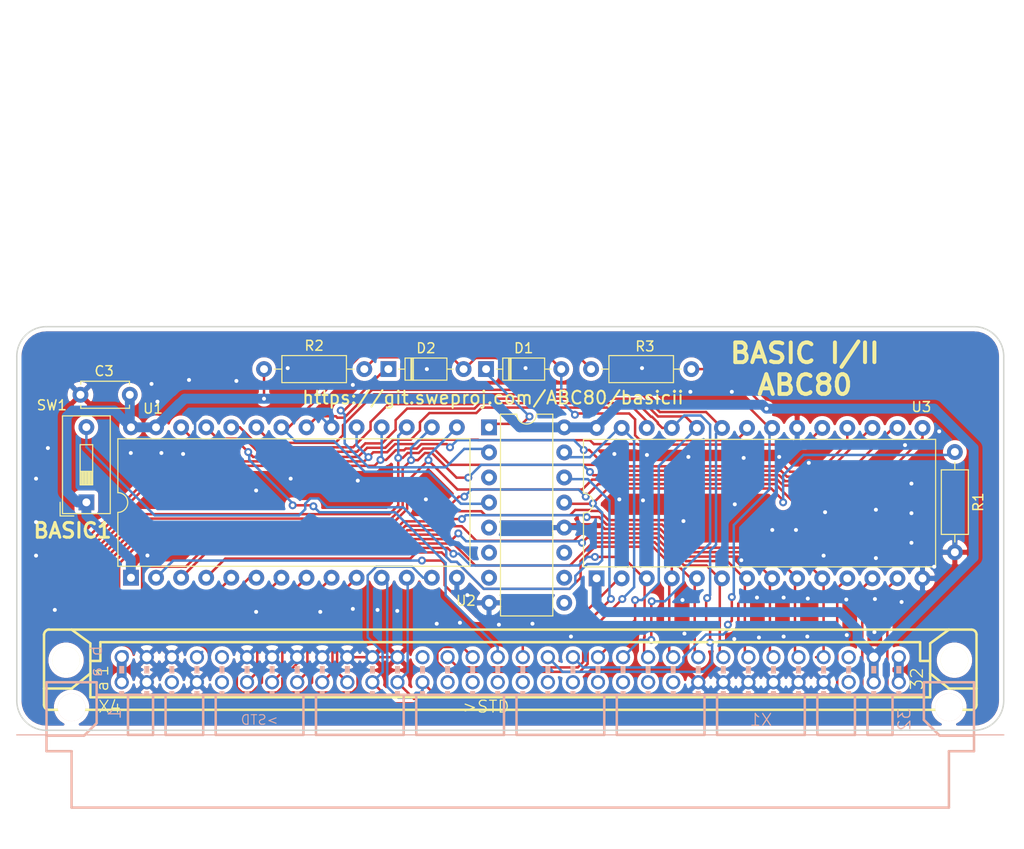
<source format=kicad_pcb>
(kicad_pcb (version 20171130) (host pcbnew 5.1.10-88a1d61d58~90~ubuntu20.04.1)

  (general
    (thickness 1.6)
    (drawings 11)
    (tracks 784)
    (zones 0)
    (modules 12)
    (nets 49)
  )

  (page A4)
  (title_block
    (title "ABC80 Basic I/II")
    (date 2021-08-08)
    (rev 1.01)
    (company SweProj.com)
  )

  (layers
    (0 F.Cu signal)
    (31 B.Cu signal)
    (32 B.Adhes user)
    (33 F.Adhes user)
    (34 B.Paste user)
    (35 F.Paste user)
    (36 B.SilkS user)
    (37 F.SilkS user)
    (38 B.Mask user)
    (39 F.Mask user)
    (40 Dwgs.User user)
    (41 Cmts.User user)
    (42 Eco1.User user)
    (43 Eco2.User user)
    (44 Edge.Cuts user)
    (45 Margin user)
    (46 B.CrtYd user)
    (47 F.CrtYd user)
    (48 B.Fab user)
    (49 F.Fab user)
  )

  (setup
    (last_trace_width 0.25)
    (trace_clearance 0.2)
    (zone_clearance 0.4)
    (zone_45_only no)
    (trace_min 0.2)
    (via_size 0.8)
    (via_drill 0.4)
    (via_min_size 0.4)
    (via_min_drill 0.3)
    (uvia_size 0.3)
    (uvia_drill 0.1)
    (uvias_allowed no)
    (uvia_min_size 0.2)
    (uvia_min_drill 0.1)
    (edge_width 0.05)
    (segment_width 0.2)
    (pcb_text_width 0.3)
    (pcb_text_size 1.5 1.5)
    (mod_edge_width 0.12)
    (mod_text_size 1 1)
    (mod_text_width 0.15)
    (pad_size 1.524 1.524)
    (pad_drill 0.762)
    (pad_to_mask_clearance 0)
    (aux_axis_origin 0 0)
    (grid_origin 97.15 65.25)
    (visible_elements FFFFFF7F)
    (pcbplotparams
      (layerselection 0x010fc_ffffffff)
      (usegerberextensions false)
      (usegerberattributes true)
      (usegerberadvancedattributes true)
      (creategerberjobfile true)
      (excludeedgelayer true)
      (linewidth 0.100000)
      (plotframeref false)
      (viasonmask false)
      (mode 1)
      (useauxorigin false)
      (hpglpennumber 1)
      (hpglpenspeed 20)
      (hpglpendiameter 15.000000)
      (psnegative false)
      (psa4output false)
      (plotreference true)
      (plotvalue true)
      (plotinvisibletext false)
      (padsonsilk false)
      (subtractmaskfromsilk false)
      (outputformat 1)
      (mirror false)
      (drillshape 0)
      (scaleselection 1)
      (outputdirectory "v101"))
  )

  (net 0 "")
  (net 1 GND)
  (net 2 +5V)
  (net 3 /A13)
  (net 4 /A11)
  (net 5 /A12)
  (net 6 /A15)
  (net 7 /A14)
  (net 8 /D2)
  (net 9 /D1)
  (net 10 /A8)
  (net 11 /D0)
  (net 12 /A9)
  (net 13 /A0)
  (net 14 /A1)
  (net 15 /A2)
  (net 16 /A10)
  (net 17 /A3)
  (net 18 /A4)
  (net 19 /D7)
  (net 20 /A5)
  (net 21 /D6)
  (net 22 /A6)
  (net 23 /D5)
  (net 24 /A7)
  (net 25 /D4)
  (net 26 /D3)
  (net 27 /+12V)
  (net 28 /~INT)
  (net 29 /5)
  (net 30 /~XMEMFL)
  (net 31 /-12V)
  (net 32 /READY)
  (net 33 /~CS)
  (net 34 /~OUT)
  (net 35 /~C1)
  (net 36 /~C2)
  (net 37 /~C3)
  (net 38 /~C4)
  (net 39 /~INP)
  (net 40 /~STATUS)
  (net 41 /~RST)
  (net 42 /~XMEMW)
  (net 43 /~RESIN)
  (net 44 "Net-(R1-Pad1)")
  (net 45 /~EN_BASICI)
  (net 46 /~EN_BASICII)
  (net 47 "Net-(D1-Pad1)")
  (net 48 "Net-(D2-Pad1)")

  (net_class Default "This is the default net class."
    (clearance 0.2)
    (trace_width 0.25)
    (via_dia 0.8)
    (via_drill 0.4)
    (uvia_dia 0.3)
    (uvia_drill 0.1)
    (add_net +5V)
    (add_net /+12V)
    (add_net /-12V)
    (add_net /5)
    (add_net /A0)
    (add_net /A1)
    (add_net /A10)
    (add_net /A11)
    (add_net /A12)
    (add_net /A13)
    (add_net /A14)
    (add_net /A15)
    (add_net /A2)
    (add_net /A3)
    (add_net /A4)
    (add_net /A5)
    (add_net /A6)
    (add_net /A7)
    (add_net /A8)
    (add_net /A9)
    (add_net /D0)
    (add_net /D1)
    (add_net /D2)
    (add_net /D3)
    (add_net /D4)
    (add_net /D5)
    (add_net /D6)
    (add_net /D7)
    (add_net /READY)
    (add_net /~C1)
    (add_net /~C2)
    (add_net /~C3)
    (add_net /~C4)
    (add_net /~CS)
    (add_net /~EN_BASICI)
    (add_net /~EN_BASICII)
    (add_net /~INP)
    (add_net /~INT)
    (add_net /~OUT)
    (add_net /~RESIN)
    (add_net /~RST)
    (add_net /~STATUS)
    (add_net /~XMEMFL)
    (add_net /~XMEMW)
    (add_net GND)
    (add_net "Net-(D1-Pad1)")
    (add_net "Net-(D2-Pad1)")
    (add_net "Net-(R1-Pad1)")
    (add_net "Net-(U2-Pad10)")
    (add_net "Net-(U2-Pad11)")
    (add_net "Net-(U2-Pad3)")
    (add_net "Net-(U2-Pad5)")
    (add_net "Net-(U2-Pad6)")
    (add_net "Net-(U2-Pad7)")
    (add_net "Net-(U2-Pad9)")
    (add_net "Net-(X1-PadA14)")
    (add_net "Net-(X1-PadB30)")
    (add_net "Net-(X4-PadA14)")
    (add_net "Net-(X4-PadB30)")
  )

  (module Package_DIP:DIP-28_W15.24mm (layer F.Cu) (tedit 5A02E8C5) (tstamp 610FA077)
    (at 140.75 80.75 90)
    (descr "28-lead though-hole mounted DIP package, row spacing 15.24 mm (600 mils)")
    (tags "THT DIP DIL PDIP 2.54mm 15.24mm 600mil")
    (path /6111F58B)
    (fp_text reference U3 (at 17.36 32.91 180) (layer F.SilkS)
      (effects (font (size 1 1) (thickness 0.15)))
    )
    (fp_text value 27C256 (at 7.62 35.35 90) (layer F.Fab)
      (effects (font (size 1 1) (thickness 0.15)))
    )
    (fp_text user %R (at 7.62 16.51 90) (layer F.Fab)
      (effects (font (size 1 1) (thickness 0.15)))
    )
    (fp_arc (start 7.62 -1.33) (end 6.62 -1.33) (angle -180) (layer F.SilkS) (width 0.12))
    (fp_line (start 1.255 -1.27) (end 14.985 -1.27) (layer F.Fab) (width 0.1))
    (fp_line (start 14.985 -1.27) (end 14.985 34.29) (layer F.Fab) (width 0.1))
    (fp_line (start 14.985 34.29) (end 0.255 34.29) (layer F.Fab) (width 0.1))
    (fp_line (start 0.255 34.29) (end 0.255 -0.27) (layer F.Fab) (width 0.1))
    (fp_line (start 0.255 -0.27) (end 1.255 -1.27) (layer F.Fab) (width 0.1))
    (fp_line (start 6.62 -1.33) (end 1.16 -1.33) (layer F.SilkS) (width 0.12))
    (fp_line (start 1.16 -1.33) (end 1.16 34.35) (layer F.SilkS) (width 0.12))
    (fp_line (start 1.16 34.35) (end 14.08 34.35) (layer F.SilkS) (width 0.12))
    (fp_line (start 14.08 34.35) (end 14.08 -1.33) (layer F.SilkS) (width 0.12))
    (fp_line (start 14.08 -1.33) (end 8.62 -1.33) (layer F.SilkS) (width 0.12))
    (fp_line (start -1.05 -1.55) (end -1.05 34.55) (layer F.CrtYd) (width 0.05))
    (fp_line (start -1.05 34.55) (end 16.3 34.55) (layer F.CrtYd) (width 0.05))
    (fp_line (start 16.3 34.55) (end 16.3 -1.55) (layer F.CrtYd) (width 0.05))
    (fp_line (start 16.3 -1.55) (end -1.05 -1.55) (layer F.CrtYd) (width 0.05))
    (pad 28 thru_hole oval (at 15.24 0 90) (size 1.6 1.6) (drill 0.8) (layers *.Cu *.Mask)
      (net 2 +5V))
    (pad 14 thru_hole oval (at 0 33.02 90) (size 1.6 1.6) (drill 0.8) (layers *.Cu *.Mask)
      (net 1 GND))
    (pad 27 thru_hole oval (at 15.24 2.54 90) (size 1.6 1.6) (drill 0.8) (layers *.Cu *.Mask)
      (net 7 /A14))
    (pad 13 thru_hole oval (at 0 30.48 90) (size 1.6 1.6) (drill 0.8) (layers *.Cu *.Mask)
      (net 8 /D2))
    (pad 26 thru_hole oval (at 15.24 5.08 90) (size 1.6 1.6) (drill 0.8) (layers *.Cu *.Mask)
      (net 3 /A13))
    (pad 12 thru_hole oval (at 0 27.94 90) (size 1.6 1.6) (drill 0.8) (layers *.Cu *.Mask)
      (net 9 /D1))
    (pad 25 thru_hole oval (at 15.24 7.62 90) (size 1.6 1.6) (drill 0.8) (layers *.Cu *.Mask)
      (net 10 /A8))
    (pad 11 thru_hole oval (at 0 25.4 90) (size 1.6 1.6) (drill 0.8) (layers *.Cu *.Mask)
      (net 11 /D0))
    (pad 24 thru_hole oval (at 15.24 10.16 90) (size 1.6 1.6) (drill 0.8) (layers *.Cu *.Mask)
      (net 12 /A9))
    (pad 10 thru_hole oval (at 0 22.86 90) (size 1.6 1.6) (drill 0.8) (layers *.Cu *.Mask)
      (net 13 /A0))
    (pad 23 thru_hole oval (at 15.24 12.7 90) (size 1.6 1.6) (drill 0.8) (layers *.Cu *.Mask)
      (net 4 /A11))
    (pad 9 thru_hole oval (at 0 20.32 90) (size 1.6 1.6) (drill 0.8) (layers *.Cu *.Mask)
      (net 14 /A1))
    (pad 22 thru_hole oval (at 15.24 15.24 90) (size 1.6 1.6) (drill 0.8) (layers *.Cu *.Mask)
      (net 46 /~EN_BASICII))
    (pad 8 thru_hole oval (at 0 17.78 90) (size 1.6 1.6) (drill 0.8) (layers *.Cu *.Mask)
      (net 15 /A2))
    (pad 21 thru_hole oval (at 15.24 17.78 90) (size 1.6 1.6) (drill 0.8) (layers *.Cu *.Mask)
      (net 16 /A10))
    (pad 7 thru_hole oval (at 0 15.24 90) (size 1.6 1.6) (drill 0.8) (layers *.Cu *.Mask)
      (net 17 /A3))
    (pad 20 thru_hole oval (at 15.24 20.32 90) (size 1.6 1.6) (drill 0.8) (layers *.Cu *.Mask)
      (net 1 GND))
    (pad 6 thru_hole oval (at 0 12.7 90) (size 1.6 1.6) (drill 0.8) (layers *.Cu *.Mask)
      (net 18 /A4))
    (pad 19 thru_hole oval (at 15.24 22.86 90) (size 1.6 1.6) (drill 0.8) (layers *.Cu *.Mask)
      (net 19 /D7))
    (pad 5 thru_hole oval (at 0 10.16 90) (size 1.6 1.6) (drill 0.8) (layers *.Cu *.Mask)
      (net 20 /A5))
    (pad 18 thru_hole oval (at 15.24 25.4 90) (size 1.6 1.6) (drill 0.8) (layers *.Cu *.Mask)
      (net 21 /D6))
    (pad 4 thru_hole oval (at 0 7.62 90) (size 1.6 1.6) (drill 0.8) (layers *.Cu *.Mask)
      (net 22 /A6))
    (pad 17 thru_hole oval (at 15.24 27.94 90) (size 1.6 1.6) (drill 0.8) (layers *.Cu *.Mask)
      (net 23 /D5))
    (pad 3 thru_hole oval (at 0 5.08 90) (size 1.6 1.6) (drill 0.8) (layers *.Cu *.Mask)
      (net 24 /A7))
    (pad 16 thru_hole oval (at 15.24 30.48 90) (size 1.6 1.6) (drill 0.8) (layers *.Cu *.Mask)
      (net 25 /D4))
    (pad 2 thru_hole oval (at 0 2.54 90) (size 1.6 1.6) (drill 0.8) (layers *.Cu *.Mask)
      (net 5 /A12))
    (pad 15 thru_hole oval (at 15.24 33.02 90) (size 1.6 1.6) (drill 0.8) (layers *.Cu *.Mask)
      (net 26 /D3))
    (pad 1 thru_hole rect (at 0 0 90) (size 1.6 1.6) (drill 0.8) (layers *.Cu *.Mask)
      (net 2 +5V))
    (model ${KISYS3DMOD}/Package_DIP.3dshapes/DIP-28_W15.24mm.wrl
      (at (xyz 0 0 0))
      (scale (xyz 1 1 1))
      (rotate (xyz 0 0 0))
    )
  )

  (module Package_DIP:DIP-16_W7.62mm (layer F.Cu) (tedit 5A02E8C5) (tstamp 61128B19)
    (at 129.85 65.45)
    (descr "16-lead though-hole mounted DIP package, row spacing 7.62 mm (300 mils)")
    (tags "THT DIP DIL PDIP 2.54mm 7.62mm 300mil")
    (path /61A43AF3)
    (fp_text reference U2 (at -2.34 17.57) (layer F.SilkS)
      (effects (font (size 1 1) (thickness 0.15)))
    )
    (fp_text value 74LS42 (at 3.81 20.11) (layer F.Fab)
      (effects (font (size 1 1) (thickness 0.15)))
    )
    (fp_text user %R (at 3.81 8.89) (layer F.Fab)
      (effects (font (size 1 1) (thickness 0.15)))
    )
    (fp_arc (start 3.81 -1.33) (end 2.81 -1.33) (angle -180) (layer F.SilkS) (width 0.12))
    (fp_line (start 1.635 -1.27) (end 6.985 -1.27) (layer F.Fab) (width 0.1))
    (fp_line (start 6.985 -1.27) (end 6.985 19.05) (layer F.Fab) (width 0.1))
    (fp_line (start 6.985 19.05) (end 0.635 19.05) (layer F.Fab) (width 0.1))
    (fp_line (start 0.635 19.05) (end 0.635 -0.27) (layer F.Fab) (width 0.1))
    (fp_line (start 0.635 -0.27) (end 1.635 -1.27) (layer F.Fab) (width 0.1))
    (fp_line (start 2.81 -1.33) (end 1.16 -1.33) (layer F.SilkS) (width 0.12))
    (fp_line (start 1.16 -1.33) (end 1.16 19.11) (layer F.SilkS) (width 0.12))
    (fp_line (start 1.16 19.11) (end 6.46 19.11) (layer F.SilkS) (width 0.12))
    (fp_line (start 6.46 19.11) (end 6.46 -1.33) (layer F.SilkS) (width 0.12))
    (fp_line (start 6.46 -1.33) (end 4.81 -1.33) (layer F.SilkS) (width 0.12))
    (fp_line (start -1.1 -1.55) (end -1.1 19.3) (layer F.CrtYd) (width 0.05))
    (fp_line (start -1.1 19.3) (end 8.7 19.3) (layer F.CrtYd) (width 0.05))
    (fp_line (start 8.7 19.3) (end 8.7 -1.55) (layer F.CrtYd) (width 0.05))
    (fp_line (start 8.7 -1.55) (end -1.1 -1.55) (layer F.CrtYd) (width 0.05))
    (pad 16 thru_hole oval (at 7.62 0) (size 1.6 1.6) (drill 0.8) (layers *.Cu *.Mask)
      (net 2 +5V))
    (pad 8 thru_hole oval (at 0 17.78) (size 1.6 1.6) (drill 0.8) (layers *.Cu *.Mask)
      (net 1 GND))
    (pad 15 thru_hole oval (at 7.62 2.54) (size 1.6 1.6) (drill 0.8) (layers *.Cu *.Mask)
      (net 7 /A14))
    (pad 7 thru_hole oval (at 0 15.24) (size 1.6 1.6) (drill 0.8) (layers *.Cu *.Mask))
    (pad 14 thru_hole oval (at 7.62 5.08) (size 1.6 1.6) (drill 0.8) (layers *.Cu *.Mask)
      (net 6 /A15))
    (pad 6 thru_hole oval (at 0 12.7) (size 1.6 1.6) (drill 0.8) (layers *.Cu *.Mask))
    (pad 13 thru_hole oval (at 7.62 7.62) (size 1.6 1.6) (drill 0.8) (layers *.Cu *.Mask)
      (net 44 "Net-(R1-Pad1)"))
    (pad 5 thru_hole oval (at 0 10.16) (size 1.6 1.6) (drill 0.8) (layers *.Cu *.Mask))
    (pad 12 thru_hole oval (at 7.62 10.16) (size 1.6 1.6) (drill 0.8) (layers *.Cu *.Mask)
      (net 1 GND))
    (pad 4 thru_hole oval (at 0 7.62) (size 1.6 1.6) (drill 0.8) (layers *.Cu *.Mask)
      (net 45 /~EN_BASICI))
    (pad 11 thru_hole oval (at 7.62 12.7) (size 1.6 1.6) (drill 0.8) (layers *.Cu *.Mask))
    (pad 3 thru_hole oval (at 0 5.08) (size 1.6 1.6) (drill 0.8) (layers *.Cu *.Mask))
    (pad 10 thru_hole oval (at 7.62 15.24) (size 1.6 1.6) (drill 0.8) (layers *.Cu *.Mask))
    (pad 2 thru_hole oval (at 0 2.54) (size 1.6 1.6) (drill 0.8) (layers *.Cu *.Mask)
      (net 48 "Net-(D2-Pad1)"))
    (pad 9 thru_hole oval (at 7.62 17.78) (size 1.6 1.6) (drill 0.8) (layers *.Cu *.Mask))
    (pad 1 thru_hole rect (at 0 0) (size 1.6 1.6) (drill 0.8) (layers *.Cu *.Mask)
      (net 47 "Net-(D1-Pad1)"))
    (model ${KISYS3DMOD}/Package_DIP.3dshapes/DIP-16_W7.62mm.wrl
      (at (xyz 0 0 0))
      (scale (xyz 1 1 1))
      (rotate (xyz 0 0 0))
    )
  )

  (module Package_DIP:DIP-28_W15.24mm (layer F.Cu) (tedit 5A02E8C5) (tstamp 611123B6)
    (at 93.57 80.69 90)
    (descr "28-lead though-hole mounted DIP package, row spacing 15.24 mm (600 mils)")
    (tags "THT DIP DIL PDIP 2.54mm 15.24mm 600mil")
    (path /619F08DE)
    (fp_text reference U1 (at 17.14 2.23 180) (layer F.SilkS)
      (effects (font (size 1 1) (thickness 0.15)))
    )
    (fp_text value 27C128 (at 7.62 35.35 90) (layer F.Fab)
      (effects (font (size 1 1) (thickness 0.15)))
    )
    (fp_text user %R (at 7.62 16.51 90) (layer F.Fab)
      (effects (font (size 1 1) (thickness 0.15)))
    )
    (fp_arc (start 7.62 -1.33) (end 6.62 -1.33) (angle -180) (layer F.SilkS) (width 0.12))
    (fp_line (start 1.255 -1.27) (end 14.985 -1.27) (layer F.Fab) (width 0.1))
    (fp_line (start 14.985 -1.27) (end 14.985 34.29) (layer F.Fab) (width 0.1))
    (fp_line (start 14.985 34.29) (end 0.255 34.29) (layer F.Fab) (width 0.1))
    (fp_line (start 0.255 34.29) (end 0.255 -0.27) (layer F.Fab) (width 0.1))
    (fp_line (start 0.255 -0.27) (end 1.255 -1.27) (layer F.Fab) (width 0.1))
    (fp_line (start 6.62 -1.33) (end 1.16 -1.33) (layer F.SilkS) (width 0.12))
    (fp_line (start 1.16 -1.33) (end 1.16 34.35) (layer F.SilkS) (width 0.12))
    (fp_line (start 1.16 34.35) (end 14.08 34.35) (layer F.SilkS) (width 0.12))
    (fp_line (start 14.08 34.35) (end 14.08 -1.33) (layer F.SilkS) (width 0.12))
    (fp_line (start 14.08 -1.33) (end 8.62 -1.33) (layer F.SilkS) (width 0.12))
    (fp_line (start -1.05 -1.55) (end -1.05 34.55) (layer F.CrtYd) (width 0.05))
    (fp_line (start -1.05 34.55) (end 16.3 34.55) (layer F.CrtYd) (width 0.05))
    (fp_line (start 16.3 34.55) (end 16.3 -1.55) (layer F.CrtYd) (width 0.05))
    (fp_line (start 16.3 -1.55) (end -1.05 -1.55) (layer F.CrtYd) (width 0.05))
    (pad 28 thru_hole oval (at 15.24 0 90) (size 1.6 1.6) (drill 0.8) (layers *.Cu *.Mask)
      (net 2 +5V))
    (pad 14 thru_hole oval (at 0 33.02 90) (size 1.6 1.6) (drill 0.8) (layers *.Cu *.Mask)
      (net 1 GND))
    (pad 27 thru_hole oval (at 15.24 2.54 90) (size 1.6 1.6) (drill 0.8) (layers *.Cu *.Mask)
      (net 2 +5V))
    (pad 13 thru_hole oval (at 0 30.48 90) (size 1.6 1.6) (drill 0.8) (layers *.Cu *.Mask)
      (net 8 /D2))
    (pad 26 thru_hole oval (at 15.24 5.08 90) (size 1.6 1.6) (drill 0.8) (layers *.Cu *.Mask)
      (net 3 /A13))
    (pad 12 thru_hole oval (at 0 27.94 90) (size 1.6 1.6) (drill 0.8) (layers *.Cu *.Mask)
      (net 9 /D1))
    (pad 25 thru_hole oval (at 15.24 7.62 90) (size 1.6 1.6) (drill 0.8) (layers *.Cu *.Mask)
      (net 10 /A8))
    (pad 11 thru_hole oval (at 0 25.4 90) (size 1.6 1.6) (drill 0.8) (layers *.Cu *.Mask)
      (net 11 /D0))
    (pad 24 thru_hole oval (at 15.24 10.16 90) (size 1.6 1.6) (drill 0.8) (layers *.Cu *.Mask)
      (net 12 /A9))
    (pad 10 thru_hole oval (at 0 22.86 90) (size 1.6 1.6) (drill 0.8) (layers *.Cu *.Mask)
      (net 13 /A0))
    (pad 23 thru_hole oval (at 15.24 12.7 90) (size 1.6 1.6) (drill 0.8) (layers *.Cu *.Mask)
      (net 4 /A11))
    (pad 9 thru_hole oval (at 0 20.32 90) (size 1.6 1.6) (drill 0.8) (layers *.Cu *.Mask)
      (net 14 /A1))
    (pad 22 thru_hole oval (at 15.24 15.24 90) (size 1.6 1.6) (drill 0.8) (layers *.Cu *.Mask)
      (net 45 /~EN_BASICI))
    (pad 8 thru_hole oval (at 0 17.78 90) (size 1.6 1.6) (drill 0.8) (layers *.Cu *.Mask)
      (net 15 /A2))
    (pad 21 thru_hole oval (at 15.24 17.78 90) (size 1.6 1.6) (drill 0.8) (layers *.Cu *.Mask)
      (net 16 /A10))
    (pad 7 thru_hole oval (at 0 15.24 90) (size 1.6 1.6) (drill 0.8) (layers *.Cu *.Mask)
      (net 17 /A3))
    (pad 20 thru_hole oval (at 15.24 20.32 90) (size 1.6 1.6) (drill 0.8) (layers *.Cu *.Mask)
      (net 1 GND))
    (pad 6 thru_hole oval (at 0 12.7 90) (size 1.6 1.6) (drill 0.8) (layers *.Cu *.Mask)
      (net 18 /A4))
    (pad 19 thru_hole oval (at 15.24 22.86 90) (size 1.6 1.6) (drill 0.8) (layers *.Cu *.Mask)
      (net 19 /D7))
    (pad 5 thru_hole oval (at 0 10.16 90) (size 1.6 1.6) (drill 0.8) (layers *.Cu *.Mask)
      (net 20 /A5))
    (pad 18 thru_hole oval (at 15.24 25.4 90) (size 1.6 1.6) (drill 0.8) (layers *.Cu *.Mask)
      (net 21 /D6))
    (pad 4 thru_hole oval (at 0 7.62 90) (size 1.6 1.6) (drill 0.8) (layers *.Cu *.Mask)
      (net 22 /A6))
    (pad 17 thru_hole oval (at 15.24 27.94 90) (size 1.6 1.6) (drill 0.8) (layers *.Cu *.Mask)
      (net 23 /D5))
    (pad 3 thru_hole oval (at 0 5.08 90) (size 1.6 1.6) (drill 0.8) (layers *.Cu *.Mask)
      (net 24 /A7))
    (pad 16 thru_hole oval (at 15.24 30.48 90) (size 1.6 1.6) (drill 0.8) (layers *.Cu *.Mask)
      (net 25 /D4))
    (pad 2 thru_hole oval (at 0 2.54 90) (size 1.6 1.6) (drill 0.8) (layers *.Cu *.Mask)
      (net 5 /A12))
    (pad 15 thru_hole oval (at 15.24 33.02 90) (size 1.6 1.6) (drill 0.8) (layers *.Cu *.Mask)
      (net 26 /D3))
    (pad 1 thru_hole rect (at 0 0 90) (size 1.6 1.6) (drill 0.8) (layers *.Cu *.Mask)
      (net 2 +5V))
    (model ${KISYS3DMOD}/Package_DIP.3dshapes/DIP-28_W15.24mm.wrl
      (at (xyz 0 0 0))
      (scale (xyz 1 1 1))
      (rotate (xyz 0 0 0))
    )
  )

  (module Button_Switch_THT:SW_DIP_SPSTx01_Slide_9.78x4.72mm_W7.62mm_P2.54mm (layer F.Cu) (tedit 5A4E1404) (tstamp 61113A56)
    (at 89.05 73.05 90)
    (descr "1x-dip-switch SPST , Slide, row spacing 7.62 mm (300 mils), body size 9.78x4.72mm (see e.g. https://www.ctscorp.com/wp-content/uploads/206-208.pdf)")
    (tags "DIP Switch SPST Slide 7.62mm 300mil")
    (path /61A5BF92)
    (fp_text reference SW1 (at 9.84 -3.5 180) (layer F.SilkS)
      (effects (font (size 1 1) (thickness 0.15)))
    )
    (fp_text value SW_DIP_x01 (at 3.81 3.42 90) (layer F.Fab)
      (effects (font (size 1 1) (thickness 0.15)))
    )
    (fp_line (start 8.95 -2.7) (end -1.35 -2.7) (layer F.CrtYd) (width 0.05))
    (fp_line (start 8.95 2.7) (end 8.95 -2.7) (layer F.CrtYd) (width 0.05))
    (fp_line (start -1.35 2.7) (end 8.95 2.7) (layer F.CrtYd) (width 0.05))
    (fp_line (start -1.35 -2.7) (end -1.35 2.7) (layer F.CrtYd) (width 0.05))
    (fp_line (start 3.133333 -0.635) (end 3.133333 0.635) (layer F.SilkS) (width 0.12))
    (fp_line (start 1.78 0.565) (end 3.133333 0.565) (layer F.SilkS) (width 0.12))
    (fp_line (start 1.78 0.445) (end 3.133333 0.445) (layer F.SilkS) (width 0.12))
    (fp_line (start 1.78 0.325) (end 3.133333 0.325) (layer F.SilkS) (width 0.12))
    (fp_line (start 1.78 0.205) (end 3.133333 0.205) (layer F.SilkS) (width 0.12))
    (fp_line (start 1.78 0.085) (end 3.133333 0.085) (layer F.SilkS) (width 0.12))
    (fp_line (start 1.78 -0.035) (end 3.133333 -0.035) (layer F.SilkS) (width 0.12))
    (fp_line (start 1.78 -0.155) (end 3.133333 -0.155) (layer F.SilkS) (width 0.12))
    (fp_line (start 1.78 -0.275) (end 3.133333 -0.275) (layer F.SilkS) (width 0.12))
    (fp_line (start 1.78 -0.395) (end 3.133333 -0.395) (layer F.SilkS) (width 0.12))
    (fp_line (start 1.78 -0.515) (end 3.133333 -0.515) (layer F.SilkS) (width 0.12))
    (fp_line (start 5.84 -0.635) (end 1.78 -0.635) (layer F.SilkS) (width 0.12))
    (fp_line (start 5.84 0.635) (end 5.84 -0.635) (layer F.SilkS) (width 0.12))
    (fp_line (start 1.78 0.635) (end 5.84 0.635) (layer F.SilkS) (width 0.12))
    (fp_line (start 1.78 -0.635) (end 1.78 0.635) (layer F.SilkS) (width 0.12))
    (fp_line (start -1.38 -2.66) (end -1.38 -1.277) (layer F.SilkS) (width 0.12))
    (fp_line (start -1.38 -2.66) (end 0.004 -2.66) (layer F.SilkS) (width 0.12))
    (fp_line (start 8.76 -2.42) (end 8.76 2.42) (layer F.SilkS) (width 0.12))
    (fp_line (start -1.14 -2.42) (end -1.14 2.42) (layer F.SilkS) (width 0.12))
    (fp_line (start -1.14 2.42) (end 8.76 2.42) (layer F.SilkS) (width 0.12))
    (fp_line (start -1.14 -2.42) (end 8.76 -2.42) (layer F.SilkS) (width 0.12))
    (fp_line (start 3.133333 -0.635) (end 3.133333 0.635) (layer F.Fab) (width 0.1))
    (fp_line (start 1.78 0.565) (end 3.133333 0.565) (layer F.Fab) (width 0.1))
    (fp_line (start 1.78 0.465) (end 3.133333 0.465) (layer F.Fab) (width 0.1))
    (fp_line (start 1.78 0.365) (end 3.133333 0.365) (layer F.Fab) (width 0.1))
    (fp_line (start 1.78 0.265) (end 3.133333 0.265) (layer F.Fab) (width 0.1))
    (fp_line (start 1.78 0.165) (end 3.133333 0.165) (layer F.Fab) (width 0.1))
    (fp_line (start 1.78 0.065) (end 3.133333 0.065) (layer F.Fab) (width 0.1))
    (fp_line (start 1.78 -0.035) (end 3.133333 -0.035) (layer F.Fab) (width 0.1))
    (fp_line (start 1.78 -0.135) (end 3.133333 -0.135) (layer F.Fab) (width 0.1))
    (fp_line (start 1.78 -0.235) (end 3.133333 -0.235) (layer F.Fab) (width 0.1))
    (fp_line (start 1.78 -0.335) (end 3.133333 -0.335) (layer F.Fab) (width 0.1))
    (fp_line (start 1.78 -0.435) (end 3.133333 -0.435) (layer F.Fab) (width 0.1))
    (fp_line (start 1.78 -0.535) (end 3.133333 -0.535) (layer F.Fab) (width 0.1))
    (fp_line (start 5.84 -0.635) (end 1.78 -0.635) (layer F.Fab) (width 0.1))
    (fp_line (start 5.84 0.635) (end 5.84 -0.635) (layer F.Fab) (width 0.1))
    (fp_line (start 1.78 0.635) (end 5.84 0.635) (layer F.Fab) (width 0.1))
    (fp_line (start 1.78 -0.635) (end 1.78 0.635) (layer F.Fab) (width 0.1))
    (fp_line (start -1.08 -1.36) (end -0.08 -2.36) (layer F.Fab) (width 0.1))
    (fp_line (start -1.08 2.36) (end -1.08 -1.36) (layer F.Fab) (width 0.1))
    (fp_line (start 8.7 2.36) (end -1.08 2.36) (layer F.Fab) (width 0.1))
    (fp_line (start 8.7 -2.36) (end 8.7 2.36) (layer F.Fab) (width 0.1))
    (fp_line (start -0.08 -2.36) (end 8.7 -2.36) (layer F.Fab) (width 0.1))
    (fp_text user on (at 5.365 -1.4975 90) (layer F.Fab)
      (effects (font (size 0.6 0.6) (thickness 0.09)))
    )
    (fp_text user %R (at 7.27 0) (layer F.Fab)
      (effects (font (size 0.6 0.6) (thickness 0.09)))
    )
    (pad 2 thru_hole oval (at 7.62 0 90) (size 1.6 1.6) (drill 0.8) (layers *.Cu *.Mask)
      (net 44 "Net-(R1-Pad1)"))
    (pad 1 thru_hole rect (at 0 0 90) (size 1.6 1.6) (drill 0.8) (layers *.Cu *.Mask)
      (net 2 +5V))
    (model ${KISYS3DMOD}/Button_Switch_THT.3dshapes/SW_DIP_SPSTx01_Slide_9.78x4.72mm_W7.62mm_P2.54mm.wrl
      (at (xyz 0 0 0))
      (scale (xyz 1 1 1))
      (rotate (xyz 0 0 90))
    )
  )

  (module Resistor_THT:R_Axial_DIN0207_L6.3mm_D2.5mm_P10.16mm_Horizontal (layer F.Cu) (tedit 5AE5139B) (tstamp 6111A737)
    (at 150.35 59.55 180)
    (descr "Resistor, Axial_DIN0207 series, Axial, Horizontal, pin pitch=10.16mm, 0.25W = 1/4W, length*diameter=6.3*2.5mm^2, http://cdn-reichelt.de/documents/datenblatt/B400/1_4W%23YAG.pdf")
    (tags "Resistor Axial_DIN0207 series Axial Horizontal pin pitch 10.16mm 0.25W = 1/4W length 6.3mm diameter 2.5mm")
    (path /61CAC1D7)
    (fp_text reference R3 (at 4.7 2.3) (layer F.SilkS)
      (effects (font (size 1 1) (thickness 0.15)))
    )
    (fp_text value 10k (at 5.08 2.37) (layer F.Fab)
      (effects (font (size 1 1) (thickness 0.15)))
    )
    (fp_line (start 11.21 -1.5) (end -1.05 -1.5) (layer F.CrtYd) (width 0.05))
    (fp_line (start 11.21 1.5) (end 11.21 -1.5) (layer F.CrtYd) (width 0.05))
    (fp_line (start -1.05 1.5) (end 11.21 1.5) (layer F.CrtYd) (width 0.05))
    (fp_line (start -1.05 -1.5) (end -1.05 1.5) (layer F.CrtYd) (width 0.05))
    (fp_line (start 9.12 0) (end 8.35 0) (layer F.SilkS) (width 0.12))
    (fp_line (start 1.04 0) (end 1.81 0) (layer F.SilkS) (width 0.12))
    (fp_line (start 8.35 -1.37) (end 1.81 -1.37) (layer F.SilkS) (width 0.12))
    (fp_line (start 8.35 1.37) (end 8.35 -1.37) (layer F.SilkS) (width 0.12))
    (fp_line (start 1.81 1.37) (end 8.35 1.37) (layer F.SilkS) (width 0.12))
    (fp_line (start 1.81 -1.37) (end 1.81 1.37) (layer F.SilkS) (width 0.12))
    (fp_line (start 10.16 0) (end 8.23 0) (layer F.Fab) (width 0.1))
    (fp_line (start 0 0) (end 1.93 0) (layer F.Fab) (width 0.1))
    (fp_line (start 8.23 -1.25) (end 1.93 -1.25) (layer F.Fab) (width 0.1))
    (fp_line (start 8.23 1.25) (end 8.23 -1.25) (layer F.Fab) (width 0.1))
    (fp_line (start 1.93 1.25) (end 8.23 1.25) (layer F.Fab) (width 0.1))
    (fp_line (start 1.93 -1.25) (end 1.93 1.25) (layer F.Fab) (width 0.1))
    (fp_text user %R (at 5.08 0) (layer F.Fab)
      (effects (font (size 1 1) (thickness 0.15)))
    )
    (pad 2 thru_hole oval (at 10.16 0 180) (size 1.6 1.6) (drill 0.8) (layers *.Cu *.Mask)
      (net 45 /~EN_BASICI))
    (pad 1 thru_hole circle (at 0 0 180) (size 1.6 1.6) (drill 0.8) (layers *.Cu *.Mask)
      (net 2 +5V))
    (model ${KISYS3DMOD}/Resistor_THT.3dshapes/R_Axial_DIN0207_L6.3mm_D2.5mm_P10.16mm_Horizontal.wrl
      (at (xyz 0 0 0))
      (scale (xyz 1 1 1))
      (rotate (xyz 0 0 0))
    )
  )

  (module Resistor_THT:R_Axial_DIN0207_L6.3mm_D2.5mm_P10.16mm_Horizontal (layer F.Cu) (tedit 5AE5139B) (tstamp 6111A720)
    (at 107.05 59.55)
    (descr "Resistor, Axial_DIN0207 series, Axial, Horizontal, pin pitch=10.16mm, 0.25W = 1/4W, length*diameter=6.3*2.5mm^2, http://cdn-reichelt.de/documents/datenblatt/B400/1_4W%23YAG.pdf")
    (tags "Resistor Axial_DIN0207 series Axial Horizontal pin pitch 10.16mm 0.25W = 1/4W length 6.3mm diameter 2.5mm")
    (path /61C80EE0)
    (fp_text reference R2 (at 5.08 -2.37) (layer F.SilkS)
      (effects (font (size 1 1) (thickness 0.15)))
    )
    (fp_text value 2.2k (at 5.08 2.37) (layer F.Fab)
      (effects (font (size 1 1) (thickness 0.15)))
    )
    (fp_line (start 11.21 -1.5) (end -1.05 -1.5) (layer F.CrtYd) (width 0.05))
    (fp_line (start 11.21 1.5) (end 11.21 -1.5) (layer F.CrtYd) (width 0.05))
    (fp_line (start -1.05 1.5) (end 11.21 1.5) (layer F.CrtYd) (width 0.05))
    (fp_line (start -1.05 -1.5) (end -1.05 1.5) (layer F.CrtYd) (width 0.05))
    (fp_line (start 9.12 0) (end 8.35 0) (layer F.SilkS) (width 0.12))
    (fp_line (start 1.04 0) (end 1.81 0) (layer F.SilkS) (width 0.12))
    (fp_line (start 8.35 -1.37) (end 1.81 -1.37) (layer F.SilkS) (width 0.12))
    (fp_line (start 8.35 1.37) (end 8.35 -1.37) (layer F.SilkS) (width 0.12))
    (fp_line (start 1.81 1.37) (end 8.35 1.37) (layer F.SilkS) (width 0.12))
    (fp_line (start 1.81 -1.37) (end 1.81 1.37) (layer F.SilkS) (width 0.12))
    (fp_line (start 10.16 0) (end 8.23 0) (layer F.Fab) (width 0.1))
    (fp_line (start 0 0) (end 1.93 0) (layer F.Fab) (width 0.1))
    (fp_line (start 8.23 -1.25) (end 1.93 -1.25) (layer F.Fab) (width 0.1))
    (fp_line (start 8.23 1.25) (end 8.23 -1.25) (layer F.Fab) (width 0.1))
    (fp_line (start 1.93 1.25) (end 8.23 1.25) (layer F.Fab) (width 0.1))
    (fp_line (start 1.93 -1.25) (end 1.93 1.25) (layer F.Fab) (width 0.1))
    (fp_text user %R (at 5.08 0) (layer F.Fab)
      (effects (font (size 1 1) (thickness 0.15)))
    )
    (pad 2 thru_hole oval (at 10.16 0) (size 1.6 1.6) (drill 0.8) (layers *.Cu *.Mask)
      (net 46 /~EN_BASICII))
    (pad 1 thru_hole circle (at 0 0) (size 1.6 1.6) (drill 0.8) (layers *.Cu *.Mask)
      (net 2 +5V))
    (model ${KISYS3DMOD}/Resistor_THT.3dshapes/R_Axial_DIN0207_L6.3mm_D2.5mm_P10.16mm_Horizontal.wrl
      (at (xyz 0 0 0))
      (scale (xyz 1 1 1))
      (rotate (xyz 0 0 0))
    )
  )

  (module Diode_THT:D_DO-35_SOD27_P7.62mm_Horizontal (layer F.Cu) (tedit 5AE50CD5) (tstamp 6111A6DD)
    (at 119.65 59.55)
    (descr "Diode, DO-35_SOD27 series, Axial, Horizontal, pin pitch=7.62mm, , length*diameter=4*2mm^2, , http://www.diodes.com/_files/packages/DO-35.pdf")
    (tags "Diode DO-35_SOD27 series Axial Horizontal pin pitch 7.62mm  length 4mm diameter 2mm")
    (path /61B67859)
    (fp_text reference D2 (at 3.81 -2.12) (layer F.SilkS)
      (effects (font (size 1 1) (thickness 0.15)))
    )
    (fp_text value 1N4148 (at 3.81 2.12) (layer F.Fab)
      (effects (font (size 1 1) (thickness 0.15)))
    )
    (fp_line (start 8.67 -1.25) (end -1.05 -1.25) (layer F.CrtYd) (width 0.05))
    (fp_line (start 8.67 1.25) (end 8.67 -1.25) (layer F.CrtYd) (width 0.05))
    (fp_line (start -1.05 1.25) (end 8.67 1.25) (layer F.CrtYd) (width 0.05))
    (fp_line (start -1.05 -1.25) (end -1.05 1.25) (layer F.CrtYd) (width 0.05))
    (fp_line (start 2.29 -1.12) (end 2.29 1.12) (layer F.SilkS) (width 0.12))
    (fp_line (start 2.53 -1.12) (end 2.53 1.12) (layer F.SilkS) (width 0.12))
    (fp_line (start 2.41 -1.12) (end 2.41 1.12) (layer F.SilkS) (width 0.12))
    (fp_line (start 6.58 0) (end 5.93 0) (layer F.SilkS) (width 0.12))
    (fp_line (start 1.04 0) (end 1.69 0) (layer F.SilkS) (width 0.12))
    (fp_line (start 5.93 -1.12) (end 1.69 -1.12) (layer F.SilkS) (width 0.12))
    (fp_line (start 5.93 1.12) (end 5.93 -1.12) (layer F.SilkS) (width 0.12))
    (fp_line (start 1.69 1.12) (end 5.93 1.12) (layer F.SilkS) (width 0.12))
    (fp_line (start 1.69 -1.12) (end 1.69 1.12) (layer F.SilkS) (width 0.12))
    (fp_line (start 2.31 -1) (end 2.31 1) (layer F.Fab) (width 0.1))
    (fp_line (start 2.51 -1) (end 2.51 1) (layer F.Fab) (width 0.1))
    (fp_line (start 2.41 -1) (end 2.41 1) (layer F.Fab) (width 0.1))
    (fp_line (start 7.62 0) (end 5.81 0) (layer F.Fab) (width 0.1))
    (fp_line (start 0 0) (end 1.81 0) (layer F.Fab) (width 0.1))
    (fp_line (start 5.81 -1) (end 1.81 -1) (layer F.Fab) (width 0.1))
    (fp_line (start 5.81 1) (end 5.81 -1) (layer F.Fab) (width 0.1))
    (fp_line (start 1.81 1) (end 5.81 1) (layer F.Fab) (width 0.1))
    (fp_line (start 1.81 -1) (end 1.81 1) (layer F.Fab) (width 0.1))
    (fp_text user K (at 0 -1.8) (layer F.SilkS) hide
      (effects (font (size 1 1) (thickness 0.15)))
    )
    (fp_text user K (at 0 -1.8) (layer F.Fab)
      (effects (font (size 1 1) (thickness 0.15)))
    )
    (fp_text user %R (at 4.11 0) (layer F.Fab)
      (effects (font (size 0.8 0.8) (thickness 0.12)))
    )
    (pad 2 thru_hole oval (at 7.62 0) (size 1.6 1.6) (drill 0.8) (layers *.Cu *.Mask)
      (net 46 /~EN_BASICII))
    (pad 1 thru_hole rect (at 0 0) (size 1.6 1.6) (drill 0.8) (layers *.Cu *.Mask)
      (net 48 "Net-(D2-Pad1)"))
    (model ${KISYS3DMOD}/Diode_THT.3dshapes/D_DO-35_SOD27_P7.62mm_Horizontal.wrl
      (at (xyz 0 0 0))
      (scale (xyz 1 1 1))
      (rotate (xyz 0 0 0))
    )
  )

  (module Diode_THT:D_DO-35_SOD27_P7.62mm_Horizontal (layer F.Cu) (tedit 5AE50CD5) (tstamp 6111A6BE)
    (at 129.55 59.55)
    (descr "Diode, DO-35_SOD27 series, Axial, Horizontal, pin pitch=7.62mm, , length*diameter=4*2mm^2, , http://www.diodes.com/_files/packages/DO-35.pdf")
    (tags "Diode DO-35_SOD27 series Axial Horizontal pin pitch 7.62mm  length 4mm diameter 2mm")
    (path /61B3F67D)
    (fp_text reference D1 (at 3.81 -2.12) (layer F.SilkS)
      (effects (font (size 1 1) (thickness 0.15)))
    )
    (fp_text value 1N4148 (at 3.81 2.12) (layer F.Fab)
      (effects (font (size 1 1) (thickness 0.15)))
    )
    (fp_line (start 8.67 -1.25) (end -1.05 -1.25) (layer F.CrtYd) (width 0.05))
    (fp_line (start 8.67 1.25) (end 8.67 -1.25) (layer F.CrtYd) (width 0.05))
    (fp_line (start -1.05 1.25) (end 8.67 1.25) (layer F.CrtYd) (width 0.05))
    (fp_line (start -1.05 -1.25) (end -1.05 1.25) (layer F.CrtYd) (width 0.05))
    (fp_line (start 2.29 -1.12) (end 2.29 1.12) (layer F.SilkS) (width 0.12))
    (fp_line (start 2.53 -1.12) (end 2.53 1.12) (layer F.SilkS) (width 0.12))
    (fp_line (start 2.41 -1.12) (end 2.41 1.12) (layer F.SilkS) (width 0.12))
    (fp_line (start 6.58 0) (end 5.93 0) (layer F.SilkS) (width 0.12))
    (fp_line (start 1.04 0) (end 1.69 0) (layer F.SilkS) (width 0.12))
    (fp_line (start 5.93 -1.12) (end 1.69 -1.12) (layer F.SilkS) (width 0.12))
    (fp_line (start 5.93 1.12) (end 5.93 -1.12) (layer F.SilkS) (width 0.12))
    (fp_line (start 1.69 1.12) (end 5.93 1.12) (layer F.SilkS) (width 0.12))
    (fp_line (start 1.69 -1.12) (end 1.69 1.12) (layer F.SilkS) (width 0.12))
    (fp_line (start 2.31 -1) (end 2.31 1) (layer F.Fab) (width 0.1))
    (fp_line (start 2.51 -1) (end 2.51 1) (layer F.Fab) (width 0.1))
    (fp_line (start 2.41 -1) (end 2.41 1) (layer F.Fab) (width 0.1))
    (fp_line (start 7.62 0) (end 5.81 0) (layer F.Fab) (width 0.1))
    (fp_line (start 0 0) (end 1.81 0) (layer F.Fab) (width 0.1))
    (fp_line (start 5.81 -1) (end 1.81 -1) (layer F.Fab) (width 0.1))
    (fp_line (start 5.81 1) (end 5.81 -1) (layer F.Fab) (width 0.1))
    (fp_line (start 1.81 1) (end 5.81 1) (layer F.Fab) (width 0.1))
    (fp_line (start 1.81 -1) (end 1.81 1) (layer F.Fab) (width 0.1))
    (fp_text user K (at 0 -1.8) (layer F.SilkS) hide
      (effects (font (size 1 1) (thickness 0.15)))
    )
    (fp_text user K (at 0 -1.8) (layer F.Fab)
      (effects (font (size 1 1) (thickness 0.15)))
    )
    (fp_text user %R (at 4.11 0) (layer F.Fab)
      (effects (font (size 0.8 0.8) (thickness 0.12)))
    )
    (pad 2 thru_hole oval (at 7.62 0) (size 1.6 1.6) (drill 0.8) (layers *.Cu *.Mask)
      (net 46 /~EN_BASICII))
    (pad 1 thru_hole rect (at 0 0) (size 1.6 1.6) (drill 0.8) (layers *.Cu *.Mask)
      (net 47 "Net-(D1-Pad1)"))
    (model ${KISYS3DMOD}/Diode_THT.3dshapes/D_DO-35_SOD27_P7.62mm_Horizontal.wrl
      (at (xyz 0 0 0))
      (scale (xyz 1 1 1))
      (rotate (xyz 0 0 0))
    )
  )

  (module Resistor_THT:R_Axial_DIN0207_L6.3mm_D2.5mm_P10.16mm_Horizontal (layer F.Cu) (tedit 5AE5139B) (tstamp 61113A1D)
    (at 177.05 67.95 270)
    (descr "Resistor, Axial_DIN0207 series, Axial, Horizontal, pin pitch=10.16mm, 0.25W = 1/4W, length*diameter=6.3*2.5mm^2, http://cdn-reichelt.de/documents/datenblatt/B400/1_4W%23YAG.pdf")
    (tags "Resistor Axial_DIN0207 series Axial Horizontal pin pitch 10.16mm 0.25W = 1/4W length 6.3mm diameter 2.5mm")
    (path /61A5D44E)
    (fp_text reference R1 (at 5.08 -2.37 90) (layer F.SilkS)
      (effects (font (size 1 1) (thickness 0.15)))
    )
    (fp_text value 10k (at 5.08 2.37 90) (layer F.Fab)
      (effects (font (size 1 1) (thickness 0.15)))
    )
    (fp_line (start 11.21 -1.5) (end -1.05 -1.5) (layer F.CrtYd) (width 0.05))
    (fp_line (start 11.21 1.5) (end 11.21 -1.5) (layer F.CrtYd) (width 0.05))
    (fp_line (start -1.05 1.5) (end 11.21 1.5) (layer F.CrtYd) (width 0.05))
    (fp_line (start -1.05 -1.5) (end -1.05 1.5) (layer F.CrtYd) (width 0.05))
    (fp_line (start 9.12 0) (end 8.35 0) (layer F.SilkS) (width 0.12))
    (fp_line (start 1.04 0) (end 1.81 0) (layer F.SilkS) (width 0.12))
    (fp_line (start 8.35 -1.37) (end 1.81 -1.37) (layer F.SilkS) (width 0.12))
    (fp_line (start 8.35 1.37) (end 8.35 -1.37) (layer F.SilkS) (width 0.12))
    (fp_line (start 1.81 1.37) (end 8.35 1.37) (layer F.SilkS) (width 0.12))
    (fp_line (start 1.81 -1.37) (end 1.81 1.37) (layer F.SilkS) (width 0.12))
    (fp_line (start 10.16 0) (end 8.23 0) (layer F.Fab) (width 0.1))
    (fp_line (start 0 0) (end 1.93 0) (layer F.Fab) (width 0.1))
    (fp_line (start 8.23 -1.25) (end 1.93 -1.25) (layer F.Fab) (width 0.1))
    (fp_line (start 8.23 1.25) (end 8.23 -1.25) (layer F.Fab) (width 0.1))
    (fp_line (start 1.93 1.25) (end 8.23 1.25) (layer F.Fab) (width 0.1))
    (fp_line (start 1.93 -1.25) (end 1.93 1.25) (layer F.Fab) (width 0.1))
    (fp_text user %R (at 5.08 0 90) (layer F.Fab)
      (effects (font (size 1 1) (thickness 0.15)))
    )
    (pad 2 thru_hole oval (at 10.16 0 270) (size 1.6 1.6) (drill 0.8) (layers *.Cu *.Mask)
      (net 1 GND))
    (pad 1 thru_hole circle (at 0 0 270) (size 1.6 1.6) (drill 0.8) (layers *.Cu *.Mask)
      (net 44 "Net-(R1-Pad1)"))
    (model ${KISYS3DMOD}/Resistor_THT.3dshapes/R_Axial_DIN0207_L6.3mm_D2.5mm_P10.16mm_Horizontal.wrl
      (at (xyz 0 0 0))
      (scale (xyz 1 1 1))
      (rotate (xyz 0 0 0))
    )
  )

  (module basicii:FAB64B (layer F.Cu) (tedit 0) (tstamp 61067223)
    (at 132 90.01 90)
    (descr "<b>DIN 41612 CONNECTOR</b>\n<p>\nFemale, 64 pins, type B, rows AB, grid 2.54 mm.<br />\nB mates with Q, but pin numbers reversed.\n</p>")
    (path /62580A7B)
    (fp_text reference X4 (at -4.445 -39.37 180) (layer F.SilkS)
      (effects (font (size 1.2065 1.2065) (thickness 0.12065)) (justify right bottom))
    )
    (fp_text value ABC-Bus (at -4.445 34.29 180) (layer F.Fab)
      (effects (font (size 1.2065 1.2065) (thickness 0.12065)) (justify right bottom))
    )
    (fp_line (start -2.54 -42.291) (end -2.54 42.291) (layer F.Fab) (width 0.254))
    (fp_line (start 0.635 41.275) (end 2.54 41.275) (layer F.Fab) (width 0.254))
    (fp_line (start 2.54 41.275) (end 2.54 -41.275) (layer F.Fab) (width 0.254))
    (fp_line (start 2.54 -41.275) (end 0.635 -41.275) (layer F.Fab) (width 0.254))
    (fp_line (start -1.905 -47.244) (end -1.905 -44.45) (layer F.SilkS) (width 0.254))
    (fp_line (start -1.905 -47.244) (end -3.556 -47.244) (layer F.SilkS) (width 0.254))
    (fp_line (start -0.381 -42.545) (end -1.905 -44.45) (layer F.SilkS) (width 0.254))
    (fp_line (start -1.905 47.244) (end -1.905 44.45) (layer F.SilkS) (width 0.254))
    (fp_line (start -1.905 47.244) (end 3.556 47.244) (layer F.SilkS) (width 0.254))
    (fp_line (start -0.381 42.545) (end -1.905 44.45) (layer F.SilkS) (width 0.254))
    (fp_line (start 4.064 -44.45) (end 4.064 -46.736) (layer F.SilkS) (width 0.254))
    (fp_line (start 2.667 -42.545) (end 4.064 -44.45) (layer F.SilkS) (width 0.254))
    (fp_line (start 4.064 -44.45) (end 4.064 44.45) (layer F.SilkS) (width 0.254))
    (fp_line (start 2.667 42.545) (end 4.064 44.45) (layer F.SilkS) (width 0.254))
    (fp_line (start 0.635 41.275) (end 0.635 42.291) (layer F.Fab) (width 0.254))
    (fp_line (start 0.889 42.545) (end -0.381 42.545) (layer F.SilkS) (width 0.254))
    (fp_line (start 0.635 42.291) (end -2.54 42.291) (layer F.Fab) (width 0.254))
    (fp_line (start -0.381 42.545) (end -2.794 42.545) (layer F.SilkS) (width 0.254))
    (fp_line (start 0.889 42.545) (end 0.889 41.529) (layer F.SilkS) (width 0.254))
    (fp_line (start 0.889 42.545) (end 2.667 42.545) (layer F.SilkS) (width 0.254))
    (fp_line (start 0.889 41.529) (end 2.794 41.529) (layer F.SilkS) (width 0.254))
    (fp_line (start 2.794 41.529) (end 2.794 -41.529) (layer F.SilkS) (width 0.254))
    (fp_line (start -2.794 42.545) (end -2.794 -42.545) (layer F.SilkS) (width 0.254))
    (fp_line (start 2.794 -41.529) (end 0.889 -41.529) (layer F.SilkS) (width 0.254))
    (fp_line (start 0.889 -41.529) (end 0.889 -42.545) (layer F.SilkS) (width 0.254))
    (fp_line (start 0.889 -42.545) (end 2.667 -42.545) (layer F.SilkS) (width 0.254))
    (fp_line (start 0.635 -41.275) (end 0.635 -42.291) (layer F.Fab) (width 0.254))
    (fp_line (start -0.381 -42.545) (end 0.889 -42.545) (layer F.SilkS) (width 0.254))
    (fp_line (start 0.635 -42.291) (end -2.54 -42.291) (layer F.Fab) (width 0.254))
    (fp_line (start -0.381 -42.545) (end -2.794 -42.545) (layer F.SilkS) (width 0.254))
    (fp_line (start 3.556 -47.244) (end -1.905 -47.244) (layer F.SilkS) (width 0.254))
    (fp_line (start -3.556 47.244) (end -1.905 47.244) (layer F.SilkS) (width 0.254))
    (fp_line (start -4.064 46.736) (end -4.064 -46.736) (layer F.SilkS) (width 0.254))
    (fp_line (start 4.064 46.736) (end 4.064 44.45) (layer F.SilkS) (width 0.254))
    (fp_circle (center 0.9652 45.0088) (end 3.2512 45.0088) (layer Dwgs.User) (width 1.778))
    (fp_circle (center 0.9652 45.0088) (end 3.2512 45.0088) (layer Dwgs.User) (width 1.778))
    (fp_circle (center 0.9652 45.0088) (end 2.2352 45.0088) (layer F.SilkS) (width 0.254))
    (fp_circle (center 0.9652 -45.0088) (end 3.2512 -45.0088) (layer Dwgs.User) (width 1.778))
    (fp_circle (center 0.9652 -45.0088) (end 3.2512 -45.0088) (layer Dwgs.User) (width 1.778))
    (fp_circle (center 0.9652 -45.0088) (end 2.2352 -45.0088) (layer F.SilkS) (width 0.254))
    (fp_poly (pts (xy 0.889 40.005) (xy 1.651 40.005) (xy 1.651 38.735) (xy 0.889 38.735)) (layer F.Fab) (width 0))
    (fp_poly (pts (xy -1.651 40.005) (xy -0.889 40.005) (xy -0.889 38.735) (xy -1.651 38.735)) (layer F.Fab) (width 0))
    (fp_poly (pts (xy 0.889 37.465) (xy 1.651 37.465) (xy 1.651 36.195) (xy 0.889 36.195)) (layer F.Fab) (width 0))
    (fp_poly (pts (xy -1.651 37.465) (xy -0.889 37.465) (xy -0.889 36.195) (xy -1.651 36.195)) (layer F.Fab) (width 0))
    (fp_poly (pts (xy -1.651 34.925) (xy -0.889 34.925) (xy -0.889 33.655) (xy -1.651 33.655)) (layer F.Fab) (width 0))
    (fp_poly (pts (xy -1.651 32.385) (xy -0.889 32.385) (xy -0.889 31.115) (xy -1.651 31.115)) (layer F.Fab) (width 0))
    (fp_poly (pts (xy 0.889 34.925) (xy 1.651 34.925) (xy 1.651 33.655) (xy 0.889 33.655)) (layer F.Fab) (width 0))
    (fp_poly (pts (xy 0.889 32.385) (xy 1.651 32.385) (xy 1.651 31.115) (xy 0.889 31.115)) (layer F.Fab) (width 0))
    (fp_poly (pts (xy -1.651 29.845) (xy -0.889 29.845) (xy -0.889 28.575) (xy -1.651 28.575)) (layer F.Fab) (width 0))
    (fp_poly (pts (xy -1.651 27.305) (xy -0.889 27.305) (xy -0.889 26.035) (xy -1.651 26.035)) (layer F.Fab) (width 0))
    (fp_poly (pts (xy 0.889 29.845) (xy 1.651 29.845) (xy 1.651 28.575) (xy 0.889 28.575)) (layer F.Fab) (width 0))
    (fp_poly (pts (xy 0.889 27.305) (xy 1.651 27.305) (xy 1.651 26.035) (xy 0.889 26.035)) (layer F.Fab) (width 0))
    (fp_poly (pts (xy 0.889 24.765) (xy 1.651 24.765) (xy 1.651 23.495) (xy 0.889 23.495)) (layer F.Fab) (width 0))
    (fp_poly (pts (xy -1.651 24.765) (xy -0.889 24.765) (xy -0.889 23.495) (xy -1.651 23.495)) (layer F.Fab) (width 0))
    (fp_poly (pts (xy -1.651 22.225) (xy -0.889 22.225) (xy -0.889 20.955) (xy -1.651 20.955)) (layer F.Fab) (width 0))
    (fp_poly (pts (xy -1.651 19.685) (xy -0.889 19.685) (xy -0.889 18.415) (xy -1.651 18.415)) (layer F.Fab) (width 0))
    (fp_poly (pts (xy 0.889 22.225) (xy 1.651 22.225) (xy 1.651 20.955) (xy 0.889 20.955)) (layer F.Fab) (width 0))
    (fp_poly (pts (xy 0.889 19.685) (xy 1.651 19.685) (xy 1.651 18.415) (xy 0.889 18.415)) (layer F.Fab) (width 0))
    (fp_poly (pts (xy 0.889 17.145) (xy 1.651 17.145) (xy 1.651 15.875) (xy 0.889 15.875)) (layer F.Fab) (width 0))
    (fp_poly (pts (xy -1.651 17.145) (xy -0.889 17.145) (xy -0.889 15.875) (xy -1.651 15.875)) (layer F.Fab) (width 0))
    (fp_poly (pts (xy 0.889 14.605) (xy 1.651 14.605) (xy 1.651 13.335) (xy 0.889 13.335)) (layer F.Fab) (width 0))
    (fp_poly (pts (xy 0.889 12.065) (xy 1.651 12.065) (xy 1.651 10.795) (xy 0.889 10.795)) (layer F.Fab) (width 0))
    (fp_poly (pts (xy 0.889 9.525) (xy 1.651 9.525) (xy 1.651 8.255) (xy 0.889 8.255)) (layer F.Fab) (width 0))
    (fp_poly (pts (xy 0.889 6.985) (xy 1.651 6.985) (xy 1.651 5.715) (xy 0.889 5.715)) (layer F.Fab) (width 0))
    (fp_poly (pts (xy 0.889 4.445) (xy 1.651 4.445) (xy 1.651 3.175) (xy 0.889 3.175)) (layer F.Fab) (width 0))
    (fp_poly (pts (xy 0.889 1.905) (xy 1.651 1.905) (xy 1.651 0.635) (xy 0.889 0.635)) (layer F.Fab) (width 0))
    (fp_poly (pts (xy 0.889 -0.635) (xy 1.651 -0.635) (xy 1.651 -1.905) (xy 0.889 -1.905)) (layer F.Fab) (width 0))
    (fp_poly (pts (xy 0.889 -3.175) (xy 1.651 -3.175) (xy 1.651 -4.445) (xy 0.889 -4.445)) (layer F.Fab) (width 0))
    (fp_poly (pts (xy 0.889 -5.715) (xy 1.651 -5.715) (xy 1.651 -6.985) (xy 0.889 -6.985)) (layer F.Fab) (width 0))
    (fp_poly (pts (xy 0.889 -8.255) (xy 1.651 -8.255) (xy 1.651 -9.525) (xy 0.889 -9.525)) (layer F.Fab) (width 0))
    (fp_poly (pts (xy 0.889 -10.795) (xy 1.651 -10.795) (xy 1.651 -12.065) (xy 0.889 -12.065)) (layer F.Fab) (width 0))
    (fp_poly (pts (xy 0.889 -13.335) (xy 1.651 -13.335) (xy 1.651 -14.605) (xy 0.889 -14.605)) (layer F.Fab) (width 0))
    (fp_poly (pts (xy 0.889 -15.875) (xy 1.651 -15.875) (xy 1.651 -17.145) (xy 0.889 -17.145)) (layer F.Fab) (width 0))
    (fp_poly (pts (xy 0.889 -18.415) (xy 1.651 -18.415) (xy 1.651 -19.685) (xy 0.889 -19.685)) (layer F.Fab) (width 0))
    (fp_poly (pts (xy 0.889 -20.955) (xy 1.651 -20.955) (xy 1.651 -22.225) (xy 0.889 -22.225)) (layer F.Fab) (width 0))
    (fp_poly (pts (xy 0.889 -23.495) (xy 1.651 -23.495) (xy 1.651 -24.765) (xy 0.889 -24.765)) (layer F.Fab) (width 0))
    (fp_poly (pts (xy -1.651 14.605) (xy -0.889 14.605) (xy -0.889 13.335) (xy -1.651 13.335)) (layer F.Fab) (width 0))
    (fp_poly (pts (xy -1.651 12.065) (xy -0.889 12.065) (xy -0.889 10.795) (xy -1.651 10.795)) (layer F.Fab) (width 0))
    (fp_poly (pts (xy -1.651 9.525) (xy -0.889 9.525) (xy -0.889 8.255) (xy -1.651 8.255)) (layer F.Fab) (width 0))
    (fp_poly (pts (xy -1.651 6.985) (xy -0.889 6.985) (xy -0.889 5.715) (xy -1.651 5.715)) (layer F.Fab) (width 0))
    (fp_poly (pts (xy -1.651 4.445) (xy -0.889 4.445) (xy -0.889 3.175) (xy -1.651 3.175)) (layer F.Fab) (width 0))
    (fp_poly (pts (xy -1.651 1.905) (xy -0.889 1.905) (xy -0.889 0.635) (xy -1.651 0.635)) (layer F.Fab) (width 0))
    (fp_poly (pts (xy -1.651 -0.635) (xy -0.889 -0.635) (xy -0.889 -1.905) (xy -1.651 -1.905)) (layer F.Fab) (width 0))
    (fp_poly (pts (xy -1.651 -3.175) (xy -0.889 -3.175) (xy -0.889 -4.445) (xy -1.651 -4.445)) (layer F.Fab) (width 0))
    (fp_poly (pts (xy -1.651 -5.715) (xy -0.889 -5.715) (xy -0.889 -6.985) (xy -1.651 -6.985)) (layer F.Fab) (width 0))
    (fp_poly (pts (xy -1.651 -8.255) (xy -0.889 -8.255) (xy -0.889 -9.525) (xy -1.651 -9.525)) (layer F.Fab) (width 0))
    (fp_poly (pts (xy -1.651 -10.795) (xy -0.889 -10.795) (xy -0.889 -12.065) (xy -1.651 -12.065)) (layer F.Fab) (width 0))
    (fp_poly (pts (xy -1.651 -13.335) (xy -0.889 -13.335) (xy -0.889 -14.605) (xy -1.651 -14.605)) (layer F.Fab) (width 0))
    (fp_poly (pts (xy -1.651 -15.875) (xy -0.889 -15.875) (xy -0.889 -17.145) (xy -1.651 -17.145)) (layer F.Fab) (width 0))
    (fp_poly (pts (xy -1.651 -18.415) (xy -0.889 -18.415) (xy -0.889 -19.685) (xy -1.651 -19.685)) (layer F.Fab) (width 0))
    (fp_poly (pts (xy -1.651 -20.955) (xy -0.889 -20.955) (xy -0.889 -22.225) (xy -1.651 -22.225)) (layer F.Fab) (width 0))
    (fp_poly (pts (xy -1.651 -23.495) (xy -0.889 -23.495) (xy -0.889 -24.765) (xy -1.651 -24.765)) (layer F.Fab) (width 0))
    (fp_poly (pts (xy -1.651 -26.035) (xy -0.889 -26.035) (xy -0.889 -27.305) (xy -1.651 -27.305)) (layer F.Fab) (width 0))
    (fp_poly (pts (xy -1.651 -28.575) (xy -0.889 -28.575) (xy -0.889 -29.845) (xy -1.651 -29.845)) (layer F.Fab) (width 0))
    (fp_poly (pts (xy -1.651 -31.115) (xy -0.889 -31.115) (xy -0.889 -32.385) (xy -1.651 -32.385)) (layer F.Fab) (width 0))
    (fp_poly (pts (xy -1.651 -33.655) (xy -0.889 -33.655) (xy -0.889 -34.925) (xy -1.651 -34.925)) (layer F.Fab) (width 0))
    (fp_poly (pts (xy -1.651 -36.195) (xy -0.889 -36.195) (xy -0.889 -37.465) (xy -1.651 -37.465)) (layer F.Fab) (width 0))
    (fp_poly (pts (xy -1.651 -38.735) (xy -0.889 -38.735) (xy -0.889 -40.005) (xy -1.651 -40.005)) (layer F.Fab) (width 0))
    (fp_poly (pts (xy 0.889 -26.035) (xy 1.651 -26.035) (xy 1.651 -27.305) (xy 0.889 -27.305)) (layer F.Fab) (width 0))
    (fp_poly (pts (xy 0.889 -28.575) (xy 1.651 -28.575) (xy 1.651 -29.845) (xy 0.889 -29.845)) (layer F.Fab) (width 0))
    (fp_poly (pts (xy 0.889 -31.115) (xy 1.651 -31.115) (xy 1.651 -32.385) (xy 0.889 -32.385)) (layer F.Fab) (width 0))
    (fp_poly (pts (xy 0.889 -33.655) (xy 1.651 -33.655) (xy 1.651 -34.925) (xy 0.889 -34.925)) (layer F.Fab) (width 0))
    (fp_poly (pts (xy 0.889 -36.195) (xy 1.651 -36.195) (xy 1.651 -37.465) (xy 0.889 -37.465)) (layer F.Fab) (width 0))
    (fp_poly (pts (xy 0.889 -38.735) (xy 1.651 -38.735) (xy 1.651 -40.005) (xy 0.889 -40.005)) (layer F.Fab) (width 0))
    (fp_text user >STD (at -4.445 0) (layer F.SilkS)
      (effects (font (size 1.2065 1.2065) (thickness 0.127)) (justify right bottom))
    )
    (fp_text user 1 (at -0.762 -40.64 90) (layer F.SilkS)
      (effects (font (size 1.2065 1.2065) (thickness 0.127)) (justify left bottom))
    )
    (fp_text user a (at -2.286 -40.64 90) (layer F.SilkS)
      (effects (font (size 1.2065 1.2065) (thickness 0.127)) (justify left bottom))
    )
    (fp_text user 32 (at -2.159 41.91 90) (layer F.SilkS)
      (effects (font (size 1.2065 1.2065) (thickness 0.127)) (justify left bottom))
    )
    (fp_arc (start -3.556 46.736) (end -4.064 46.736) (angle -90) (layer F.SilkS) (width 0.254))
    (fp_arc (start 3.556 46.736) (end 3.556 47.244) (angle -90) (layer F.SilkS) (width 0.254))
    (fp_arc (start 3.504755 -46.659599) (end 3.556 -47.244) (angle 77.21006) (layer F.SilkS) (width 0.254))
    (fp_arc (start -3.556 -46.736) (end -4.064 -46.736) (angle 90) (layer F.SilkS) (width 0.254))
    (pad "" np_thru_hole circle (at 0.9652 -45.0088 90) (size 2.794 2.794) (drill 2.794) (layers *.Cu *.Mask))
    (pad "" np_thru_hole circle (at 0.9652 45.0088 90) (size 2.794 2.794) (drill 2.794) (layers *.Cu *.Mask))
    (pad B32 thru_hole circle (at 1.27 39.37 90) (size 1.4224 1.4224) (drill 0.9144) (layers *.Cu *.Mask)
      (net 27 /+12V) (solder_mask_margin 0.1016))
    (pad B31 thru_hole circle (at 1.27 36.83 90) (size 1.4224 1.4224) (drill 0.9144) (layers *.Cu *.Mask)
      (net 2 +5V) (solder_mask_margin 0.1016))
    (pad B30 thru_hole circle (at 1.27 34.29 90) (size 1.4224 1.4224) (drill 0.9144) (layers *.Cu *.Mask)
      (solder_mask_margin 0.1016))
    (pad B29 thru_hole circle (at 1.27 31.75 90) (size 1.4224 1.4224) (drill 0.9144) (layers *.Cu *.Mask)
      (net 13 /A0) (solder_mask_margin 0.1016))
    (pad B28 thru_hole circle (at 1.27 29.21 90) (size 1.4224 1.4224) (drill 0.9144) (layers *.Cu *.Mask)
      (net 14 /A1) (solder_mask_margin 0.1016))
    (pad B27 thru_hole circle (at 1.27 26.67 90) (size 1.4224 1.4224) (drill 0.9144) (layers *.Cu *.Mask)
      (net 15 /A2) (solder_mask_margin 0.1016))
    (pad B26 thru_hole circle (at 1.27 24.13 90) (size 1.4224 1.4224) (drill 0.9144) (layers *.Cu *.Mask)
      (net 17 /A3) (solder_mask_margin 0.1016))
    (pad B25 thru_hole circle (at 1.27 21.59 90) (size 1.4224 1.4224) (drill 0.9144) (layers *.Cu *.Mask)
      (net 18 /A4) (solder_mask_margin 0.1016))
    (pad B24 thru_hole circle (at 1.27 19.05 90) (size 1.4224 1.4224) (drill 0.9144) (layers *.Cu *.Mask)
      (net 20 /A5) (solder_mask_margin 0.1016))
    (pad B23 thru_hole circle (at 1.27 16.51 90) (size 1.4224 1.4224) (drill 0.9144) (layers *.Cu *.Mask)
      (net 22 /A6) (solder_mask_margin 0.1016))
    (pad B22 thru_hole circle (at 1.27 13.97 90) (size 1.4224 1.4224) (drill 0.9144) (layers *.Cu *.Mask)
      (net 24 /A7) (solder_mask_margin 0.1016))
    (pad B21 thru_hole circle (at 1.27 11.43 90) (size 1.4224 1.4224) (drill 0.9144) (layers *.Cu *.Mask)
      (net 10 /A8) (solder_mask_margin 0.1016))
    (pad B20 thru_hole circle (at 1.27 8.89 90) (size 1.4224 1.4224) (drill 0.9144) (layers *.Cu *.Mask)
      (net 12 /A9) (solder_mask_margin 0.1016))
    (pad B19 thru_hole circle (at 1.27 6.35 90) (size 1.4224 1.4224) (drill 0.9144) (layers *.Cu *.Mask)
      (net 16 /A10) (solder_mask_margin 0.1016))
    (pad B18 thru_hole circle (at 1.27 3.81 90) (size 1.4224 1.4224) (drill 0.9144) (layers *.Cu *.Mask)
      (net 4 /A11) (solder_mask_margin 0.1016))
    (pad B17 thru_hole circle (at 1.27 1.27 90) (size 1.4224 1.4224) (drill 0.9144) (layers *.Cu *.Mask)
      (net 5 /A12) (solder_mask_margin 0.1016))
    (pad B16 thru_hole circle (at 1.27 -1.27 90) (size 1.4224 1.4224) (drill 0.9144) (layers *.Cu *.Mask)
      (net 3 /A13) (solder_mask_margin 0.1016))
    (pad B15 thru_hole circle (at 1.27 -3.81 90) (size 1.4224 1.4224) (drill 0.9144) (layers *.Cu *.Mask)
      (net 7 /A14) (solder_mask_margin 0.1016))
    (pad B14 thru_hole circle (at 1.27 -6.35 90) (size 1.4224 1.4224) (drill 0.9144) (layers *.Cu *.Mask)
      (net 6 /A15) (solder_mask_margin 0.1016))
    (pad B13 thru_hole circle (at 1.27 -8.89 90) (size 1.4224 1.4224) (drill 0.9144) (layers *.Cu *.Mask)
      (net 28 /~INT) (solder_mask_margin 0.1016))
    (pad B12 thru_hole circle (at 1.27 -11.43 90) (size 1.4224 1.4224) (drill 0.9144) (layers *.Cu *.Mask)
      (net 1 GND) (solder_mask_margin 0.1016))
    (pad B11 thru_hole circle (at 1.27 -13.97 90) (size 1.4224 1.4224) (drill 0.9144) (layers *.Cu *.Mask)
      (net 1 GND) (solder_mask_margin 0.1016))
    (pad B10 thru_hole circle (at 1.27 -16.51 90) (size 1.4224 1.4224) (drill 0.9144) (layers *.Cu *.Mask)
      (net 1 GND) (solder_mask_margin 0.1016))
    (pad B9 thru_hole circle (at 1.27 -19.05 90) (size 1.4224 1.4224) (drill 0.9144) (layers *.Cu *.Mask)
      (net 1 GND) (solder_mask_margin 0.1016))
    (pad B8 thru_hole circle (at 1.27 -21.59 90) (size 1.4224 1.4224) (drill 0.9144) (layers *.Cu *.Mask)
      (net 1 GND) (solder_mask_margin 0.1016))
    (pad B7 thru_hole circle (at 1.27 -24.13 90) (size 1.4224 1.4224) (drill 0.9144) (layers *.Cu *.Mask)
      (net 1 GND) (solder_mask_margin 0.1016))
    (pad B6 thru_hole circle (at 1.27 -26.67 90) (size 1.4224 1.4224) (drill 0.9144) (layers *.Cu *.Mask)
      (net 1 GND) (solder_mask_margin 0.1016))
    (pad B5 thru_hole circle (at 1.27 -29.21 90) (size 1.4224 1.4224) (drill 0.9144) (layers *.Cu *.Mask)
      (net 29 /5) (solder_mask_margin 0.1016))
    (pad B4 thru_hole circle (at 1.27 -31.75 90) (size 1.4224 1.4224) (drill 0.9144) (layers *.Cu *.Mask)
      (net 30 /~XMEMFL) (solder_mask_margin 0.1016))
    (pad B3 thru_hole circle (at 1.27 -34.29 90) (size 1.4224 1.4224) (drill 0.9144) (layers *.Cu *.Mask)
      (net 1 GND) (solder_mask_margin 0.1016))
    (pad B2 thru_hole circle (at 1.27 -36.83 90) (size 1.4224 1.4224) (drill 0.9144) (layers *.Cu *.Mask)
      (net 1 GND) (solder_mask_margin 0.1016))
    (pad B1 thru_hole circle (at 1.27 -39.37 90) (size 1.4224 1.4224) (drill 0.9144) (layers *.Cu *.Mask)
      (net 31 /-12V) (solder_mask_margin 0.1016))
    (pad A32 thru_hole circle (at -1.27 39.37 90) (size 1.4224 1.4224) (drill 0.9144) (layers *.Cu *.Mask)
      (net 27 /+12V) (solder_mask_margin 0.1016))
    (pad A31 thru_hole circle (at -1.27 36.83 90) (size 1.4224 1.4224) (drill 0.9144) (layers *.Cu *.Mask)
      (net 2 +5V) (solder_mask_margin 0.1016))
    (pad A30 thru_hole circle (at -1.27 34.29 90) (size 1.4224 1.4224) (drill 0.9144) (layers *.Cu *.Mask)
      (net 32 /READY) (solder_mask_margin 0.1016))
    (pad A29 thru_hole circle (at -1.27 31.75 90) (size 1.4224 1.4224) (drill 0.9144) (layers *.Cu *.Mask)
      (net 1 GND) (solder_mask_margin 0.1016))
    (pad A28 thru_hole circle (at -1.27 29.21 90) (size 1.4224 1.4224) (drill 0.9144) (layers *.Cu *.Mask)
      (net 1 GND) (solder_mask_margin 0.1016))
    (pad A27 thru_hole circle (at -1.27 26.67 90) (size 1.4224 1.4224) (drill 0.9144) (layers *.Cu *.Mask)
      (net 1 GND) (solder_mask_margin 0.1016))
    (pad A26 thru_hole circle (at -1.27 24.13 90) (size 1.4224 1.4224) (drill 0.9144) (layers *.Cu *.Mask)
      (net 1 GND) (solder_mask_margin 0.1016))
    (pad A25 thru_hole circle (at -1.27 21.59 90) (size 1.4224 1.4224) (drill 0.9144) (layers *.Cu *.Mask)
      (net 1 GND) (solder_mask_margin 0.1016))
    (pad A24 thru_hole circle (at -1.27 19.05 90) (size 1.4224 1.4224) (drill 0.9144) (layers *.Cu *.Mask)
      (net 1 GND) (solder_mask_margin 0.1016))
    (pad A23 thru_hole circle (at -1.27 16.51 90) (size 1.4224 1.4224) (drill 0.9144) (layers *.Cu *.Mask)
      (net 33 /~CS) (solder_mask_margin 0.1016))
    (pad A22 thru_hole circle (at -1.27 13.97 90) (size 1.4224 1.4224) (drill 0.9144) (layers *.Cu *.Mask)
      (net 34 /~OUT) (solder_mask_margin 0.1016))
    (pad A21 thru_hole circle (at -1.27 11.43 90) (size 1.4224 1.4224) (drill 0.9144) (layers *.Cu *.Mask)
      (net 35 /~C1) (solder_mask_margin 0.1016))
    (pad A20 thru_hole circle (at -1.27 8.89 90) (size 1.4224 1.4224) (drill 0.9144) (layers *.Cu *.Mask)
      (net 36 /~C2) (solder_mask_margin 0.1016))
    (pad A19 thru_hole circle (at -1.27 6.35 90) (size 1.4224 1.4224) (drill 0.9144) (layers *.Cu *.Mask)
      (net 37 /~C3) (solder_mask_margin 0.1016))
    (pad A18 thru_hole circle (at -1.27 3.81 90) (size 1.4224 1.4224) (drill 0.9144) (layers *.Cu *.Mask)
      (net 38 /~C4) (solder_mask_margin 0.1016))
    (pad A17 thru_hole circle (at -1.27 1.27 90) (size 1.4224 1.4224) (drill 0.9144) (layers *.Cu *.Mask)
      (net 39 /~INP) (solder_mask_margin 0.1016))
    (pad A16 thru_hole circle (at -1.27 -1.27 90) (size 1.4224 1.4224) (drill 0.9144) (layers *.Cu *.Mask)
      (net 40 /~STATUS) (solder_mask_margin 0.1016))
    (pad A15 thru_hole circle (at -1.27 -3.81 90) (size 1.4224 1.4224) (drill 0.9144) (layers *.Cu *.Mask)
      (net 41 /~RST) (solder_mask_margin 0.1016))
    (pad A14 thru_hole circle (at -1.27 -6.35 90) (size 1.4224 1.4224) (drill 0.9144) (layers *.Cu *.Mask)
      (solder_mask_margin 0.1016))
    (pad A13 thru_hole circle (at -1.27 -8.89 90) (size 1.4224 1.4224) (drill 0.9144) (layers *.Cu *.Mask)
      (net 11 /D0) (solder_mask_margin 0.1016))
    (pad A12 thru_hole circle (at -1.27 -11.43 90) (size 1.4224 1.4224) (drill 0.9144) (layers *.Cu *.Mask)
      (net 9 /D1) (solder_mask_margin 0.1016))
    (pad A11 thru_hole circle (at -1.27 -13.97 90) (size 1.4224 1.4224) (drill 0.9144) (layers *.Cu *.Mask)
      (net 8 /D2) (solder_mask_margin 0.1016))
    (pad A10 thru_hole circle (at -1.27 -16.51 90) (size 1.4224 1.4224) (drill 0.9144) (layers *.Cu *.Mask)
      (net 26 /D3) (solder_mask_margin 0.1016))
    (pad A9 thru_hole circle (at -1.27 -19.05 90) (size 1.4224 1.4224) (drill 0.9144) (layers *.Cu *.Mask)
      (net 25 /D4) (solder_mask_margin 0.1016))
    (pad A8 thru_hole circle (at -1.27 -21.59 90) (size 1.4224 1.4224) (drill 0.9144) (layers *.Cu *.Mask)
      (net 23 /D5) (solder_mask_margin 0.1016))
    (pad A7 thru_hole circle (at -1.27 -24.13 90) (size 1.4224 1.4224) (drill 0.9144) (layers *.Cu *.Mask)
      (net 21 /D6) (solder_mask_margin 0.1016))
    (pad A6 thru_hole circle (at -1.27 -26.67 90) (size 1.4224 1.4224) (drill 0.9144) (layers *.Cu *.Mask)
      (net 19 /D7) (solder_mask_margin 0.1016))
    (pad A5 thru_hole circle (at -1.27 -29.21 90) (size 1.4224 1.4224) (drill 0.9144) (layers *.Cu *.Mask)
      (net 42 /~XMEMW) (solder_mask_margin 0.1016))
    (pad A4 thru_hole circle (at -1.27 -31.75 90) (size 1.4224 1.4224) (drill 0.9144) (layers *.Cu *.Mask)
      (net 1 GND) (solder_mask_margin 0.1016))
    (pad A3 thru_hole circle (at -1.27 -34.29 90) (size 1.4224 1.4224) (drill 0.9144) (layers *.Cu *.Mask)
      (net 43 /~RESIN) (solder_mask_margin 0.1016))
    (pad A2 thru_hole circle (at -1.27 -36.83 90) (size 1.4224 1.4224) (drill 0.9144) (layers *.Cu *.Mask)
      (net 1 GND) (solder_mask_margin 0.1016))
    (pad A1 thru_hole circle (at -1.27 -39.37 90) (size 1.4224 1.4224) (drill 0.9144) (layers *.Cu *.Mask)
      (net 31 /-12V) (solder_mask_margin 0.1016))
  )

  (module Capacitor_THT:C_Disc_D4.7mm_W2.5mm_P5.00mm (layer F.Cu) (tedit 5AE50EF0) (tstamp 6110E49B)
    (at 93.45 62.15 180)
    (descr "C, Disc series, Radial, pin pitch=5.00mm, , diameter*width=4.7*2.5mm^2, Capacitor, http://www.vishay.com/docs/45233/krseries.pdf")
    (tags "C Disc series Radial pin pitch 5.00mm  diameter 4.7mm width 2.5mm Capacitor")
    (path /6155FFC8)
    (fp_text reference C3 (at 2.6 2.4) (layer F.SilkS)
      (effects (font (size 1 1) (thickness 0.15)))
    )
    (fp_text value 100nF (at 2.5 2.5) (layer F.Fab)
      (effects (font (size 1 1) (thickness 0.15)))
    )
    (fp_line (start 6.05 -1.5) (end -1.05 -1.5) (layer F.CrtYd) (width 0.05))
    (fp_line (start 6.05 1.5) (end 6.05 -1.5) (layer F.CrtYd) (width 0.05))
    (fp_line (start -1.05 1.5) (end 6.05 1.5) (layer F.CrtYd) (width 0.05))
    (fp_line (start -1.05 -1.5) (end -1.05 1.5) (layer F.CrtYd) (width 0.05))
    (fp_line (start 4.97 1.055) (end 4.97 1.37) (layer F.SilkS) (width 0.12))
    (fp_line (start 4.97 -1.37) (end 4.97 -1.055) (layer F.SilkS) (width 0.12))
    (fp_line (start 0.03 1.055) (end 0.03 1.37) (layer F.SilkS) (width 0.12))
    (fp_line (start 0.03 -1.37) (end 0.03 -1.055) (layer F.SilkS) (width 0.12))
    (fp_line (start 0.03 1.37) (end 4.97 1.37) (layer F.SilkS) (width 0.12))
    (fp_line (start 0.03 -1.37) (end 4.97 -1.37) (layer F.SilkS) (width 0.12))
    (fp_line (start 4.85 -1.25) (end 0.15 -1.25) (layer F.Fab) (width 0.1))
    (fp_line (start 4.85 1.25) (end 4.85 -1.25) (layer F.Fab) (width 0.1))
    (fp_line (start 0.15 1.25) (end 4.85 1.25) (layer F.Fab) (width 0.1))
    (fp_line (start 0.15 -1.25) (end 0.15 1.25) (layer F.Fab) (width 0.1))
    (fp_text user %R (at 2.5 0) (layer F.Fab)
      (effects (font (size 0.94 0.94) (thickness 0.141)))
    )
    (pad 2 thru_hole circle (at 5 0 180) (size 1.6 1.6) (drill 0.8) (layers *.Cu *.Mask)
      (net 1 GND))
    (pad 1 thru_hole circle (at 0 0 180) (size 1.6 1.6) (drill 0.8) (layers *.Cu *.Mask)
      (net 2 +5V))
    (model ${KISYS3DMOD}/Capacitor_THT.3dshapes/C_Disc_D4.7mm_W2.5mm_P5.00mm.wrl
      (at (xyz 0 0 0))
      (scale (xyz 1 1 1))
      (rotate (xyz 0 0 0))
    )
  )

  (module basicii:FAB64Q (layer B.Cu) (tedit 610A4B1C) (tstamp 61050D6A)
    (at 132 93.82 270)
    (descr "<b>DIN 41612 CONNECTOR</b>\n<p>\nMale, 64 pins, type B, rows ab, grid 2.54 mm<br />\nFemale, 64 bits, type Q, rows ab, grid 2.54 mm<br />\nB mates with Q, but pin numbers reversed\n</p>")
    (path /6104D632)
    (fp_text reference X1 (at 1.27 -25.4 180) (layer B.SilkS)
      (effects (font (size 1.2065 1.2065) (thickness 0.12065)) (justify mirror))
    )
    (fp_text value ABC-Bus (at 1.27 -5.1054 180) (layer B.Fab)
      (effects (font (size 1.2065 1.2065) (thickness 0.12065)) (justify mirror))
    )
    (fp_line (start 4.445 -46.99) (end 4.445 -44.45) (layer B.SilkS) (width 0.254))
    (fp_line (start 4.445 -44.45) (end 10.16 -44.45) (layer B.SilkS) (width 0.254))
    (fp_line (start 10.16 -44.45) (end 10.16 44.45) (layer B.SilkS) (width 0.254))
    (fp_line (start 10.16 44.45) (end 4.445 44.45) (layer B.SilkS) (width 0.254))
    (fp_line (start 4.445 44.45) (end 4.445 46.99) (layer B.SilkS) (width 0.254))
    (fp_line (start -2.54 46.99) (end -2.54 41.91) (layer B.SilkS) (width 0.254))
    (fp_line (start -2.54 41.91) (end -1.27 41.91) (layer B.SilkS) (width 0.254))
    (fp_line (start -1.27 41.91) (end 1.6002 41.91) (layer B.SilkS) (width 0.254))
    (fp_line (start 4.445 46.99) (end 2.8702 46.99) (layer B.SilkS) (width 0.254))
    (fp_line (start 2.8702 46.99) (end -2.54 46.99) (layer B.SilkS) (width 0.254))
    (fp_line (start 1.6002 41.91) (end 2.8702 43.18) (layer B.SilkS) (width 0.254))
    (fp_line (start 2.8702 43.18) (end 2.8702 46.99) (layer B.SilkS) (width 0.254))
    (fp_line (start -2.54 -46.99) (end 2.8702 -46.99) (layer B.SilkS) (width 0.254))
    (fp_line (start 2.8702 -46.99) (end 4.445 -46.99) (layer B.SilkS) (width 0.254))
    (fp_line (start 2.8702 -43.5102) (end 1.27 -41.91) (layer B.SilkS) (width 0.254))
    (fp_line (start 2.8702 -43.5102) (end 2.8702 -46.99) (layer B.SilkS) (width 0.254))
    (fp_line (start -2.54 -41.91) (end -2.54 -46.99) (layer B.SilkS) (width 0.254))
    (fp_line (start -2.54 -41.91) (end -1.27 -41.91) (layer B.SilkS) (width 0.254))
    (fp_line (start -1.27 -41.91) (end 1.27 -41.91) (layer B.SilkS) (width 0.254))
    (fp_line (start -1.27 41.91) (end -1.27 38.735) (layer B.SilkS) (width 0.254))
    (fp_line (start 2.794 38.735) (end 2.794 36.195) (layer B.SilkS) (width 0.254))
    (fp_line (start 2.794 38.735) (end -1.27 38.735) (layer B.SilkS) (width 0.254))
    (fp_line (start -1.27 38.735) (end -1.27 36.195) (layer B.SilkS) (width 0.254))
    (fp_line (start 2.794 36.195) (end -1.27 36.195) (layer B.SilkS) (width 0.254))
    (fp_line (start -1.27 36.195) (end -1.27 34.925) (layer B.SilkS) (width 0.254))
    (fp_line (start 2.794 34.925) (end -1.27 34.925) (layer B.SilkS) (width 0.254))
    (fp_line (start 2.794 34.925) (end 2.794 31.115) (layer B.SilkS) (width 0.254))
    (fp_line (start -1.27 34.925) (end -1.27 31.115) (layer B.SilkS) (width 0.254))
    (fp_line (start 2.794 31.115) (end -1.27 31.115) (layer B.SilkS) (width 0.254))
    (fp_line (start -1.27 31.115) (end -1.27 29.845) (layer B.SilkS) (width 0.254))
    (fp_line (start 2.794 29.845) (end -1.27 29.845) (layer B.SilkS) (width 0.254))
    (fp_line (start 2.794 29.845) (end 2.794 20.955) (layer B.SilkS) (width 0.254))
    (fp_line (start -1.27 29.845) (end -1.27 20.955) (layer B.SilkS) (width 0.254))
    (fp_line (start 2.794 20.955) (end -1.27 20.955) (layer B.SilkS) (width 0.254))
    (fp_line (start -1.27 20.955) (end -1.27 19.685) (layer B.SilkS) (width 0.254))
    (fp_line (start 2.794 19.685) (end -1.27 19.685) (layer B.SilkS) (width 0.254))
    (fp_line (start 2.794 19.685) (end 2.794 10.795) (layer B.SilkS) (width 0.254))
    (fp_line (start -1.27 19.685) (end -1.27 10.795) (layer B.SilkS) (width 0.254))
    (fp_line (start 2.794 10.795) (end -1.27 10.795) (layer B.SilkS) (width 0.254))
    (fp_line (start -1.27 10.795) (end -1.27 9.525) (layer B.SilkS) (width 0.254))
    (fp_line (start 2.794 9.525) (end -1.27 9.525) (layer B.SilkS) (width 0.254))
    (fp_line (start 2.794 9.525) (end 2.794 0.635) (layer B.SilkS) (width 0.254))
    (fp_line (start -1.27 9.525) (end -1.27 0.635) (layer B.SilkS) (width 0.254))
    (fp_line (start 2.794 0.635) (end -1.27 0.635) (layer B.SilkS) (width 0.254))
    (fp_line (start -1.27 0.635) (end -1.27 -0.635) (layer B.SilkS) (width 0.254))
    (fp_line (start 2.794 -0.635) (end -1.27 -0.635) (layer B.SilkS) (width 0.254))
    (fp_line (start 2.794 -0.635) (end 2.794 -9.525) (layer B.SilkS) (width 0.254))
    (fp_line (start -1.27 -0.635) (end -1.27 -9.525) (layer B.SilkS) (width 0.254))
    (fp_line (start 2.794 -9.525) (end -1.27 -9.525) (layer B.SilkS) (width 0.254))
    (fp_line (start -1.27 -9.525) (end -1.27 -10.795) (layer B.SilkS) (width 0.254))
    (fp_line (start 2.794 -10.795) (end -1.27 -10.795) (layer B.SilkS) (width 0.254))
    (fp_line (start 2.794 -10.795) (end 2.794 -19.685) (layer B.SilkS) (width 0.254))
    (fp_line (start -1.27 -10.795) (end -1.27 -19.685) (layer B.SilkS) (width 0.254))
    (fp_line (start 2.794 -19.685) (end -1.27 -19.685) (layer B.SilkS) (width 0.254))
    (fp_line (start -1.27 -19.685) (end -1.27 -20.955) (layer B.SilkS) (width 0.254))
    (fp_line (start 2.794 -20.955) (end -1.27 -20.955) (layer B.SilkS) (width 0.254))
    (fp_line (start 2.794 -20.955) (end 2.794 -29.845) (layer B.SilkS) (width 0.254))
    (fp_line (start -1.27 -20.955) (end -1.27 -29.845) (layer B.SilkS) (width 0.254))
    (fp_line (start 2.794 -29.845) (end -1.27 -29.845) (layer B.SilkS) (width 0.254))
    (fp_line (start -1.27 -29.845) (end -1.27 -31.115) (layer B.SilkS) (width 0.254))
    (fp_line (start 2.794 -31.115) (end -1.27 -31.115) (layer B.SilkS) (width 0.254))
    (fp_line (start 2.794 -31.115) (end 2.794 -34.925) (layer B.SilkS) (width 0.254))
    (fp_line (start -1.27 -31.115) (end -1.27 -34.925) (layer B.SilkS) (width 0.254))
    (fp_line (start 2.794 -34.925) (end -1.27 -34.925) (layer B.SilkS) (width 0.254))
    (fp_line (start -1.27 -34.925) (end -1.27 -36.195) (layer B.SilkS) (width 0.254))
    (fp_line (start 2.794 -36.195) (end -1.27 -36.195) (layer B.SilkS) (width 0.254))
    (fp_line (start 2.794 -36.195) (end 2.794 -38.735) (layer B.SilkS) (width 0.254))
    (fp_line (start -1.27 -36.195) (end -1.27 -38.735) (layer B.SilkS) (width 0.254))
    (fp_line (start 2.794 -38.735) (end -1.27 -38.735) (layer B.SilkS) (width 0.254))
    (fp_line (start -1.27 -38.735) (end -1.27 -41.91) (layer B.SilkS) (width 0.254))
    (fp_line (start 2.794 -50.0126) (end 2.794 50.0126) (layer B.SilkS) (width 0.12))
    (fp_circle (center 0 44.45) (end 1.27 44.45) (layer B.SilkS) (width 0.254))
    (fp_circle (center 0 -44.45) (end 1.27 -44.45) (layer B.SilkS) (width 0.254))
    (fp_poly (pts (xy -1.651 39.116) (xy -1.27 39.116) (xy -1.27 39.624) (xy -1.651 39.624)) (layer B.SilkS) (width 0))
    (fp_poly (pts (xy -3.429 39.116) (xy -1.651 39.116) (xy -1.651 39.624) (xy -3.429 39.624)) (layer B.Fab) (width 0))
    (fp_poly (pts (xy -5.334 39.116) (xy -4.191 39.116) (xy -4.191 39.624) (xy -5.334 39.624)) (layer B.Fab) (width 0))
    (fp_poly (pts (xy -1.651 36.576) (xy -1.27 36.576) (xy -1.27 37.084) (xy -1.651 37.084)) (layer B.SilkS) (width 0))
    (fp_poly (pts (xy -3.429 36.576) (xy -1.651 36.576) (xy -1.651 37.084) (xy -3.429 37.084)) (layer B.Fab) (width 0))
    (fp_poly (pts (xy -5.334 36.576) (xy -4.191 36.576) (xy -4.191 37.084) (xy -5.334 37.084)) (layer B.Fab) (width 0))
    (fp_poly (pts (xy -5.334 34.036) (xy -4.191 34.036) (xy -4.191 34.544) (xy -5.334 34.544)) (layer B.Fab) (width 0))
    (fp_poly (pts (xy -1.651 34.036) (xy -1.27 34.036) (xy -1.27 34.544) (xy -1.651 34.544)) (layer B.SilkS) (width 0))
    (fp_poly (pts (xy -3.429 34.036) (xy -1.651 34.036) (xy -1.651 34.544) (xy -3.429 34.544)) (layer B.Fab) (width 0))
    (fp_poly (pts (xy -1.651 31.496) (xy -1.27 31.496) (xy -1.27 32.004) (xy -1.651 32.004)) (layer B.SilkS) (width 0))
    (fp_poly (pts (xy -3.429 31.496) (xy -1.651 31.496) (xy -1.651 32.004) (xy -3.429 32.004)) (layer B.Fab) (width 0))
    (fp_poly (pts (xy -5.334 31.496) (xy -4.191 31.496) (xy -4.191 32.004) (xy -5.334 32.004)) (layer B.Fab) (width 0))
    (fp_poly (pts (xy -1.651 28.956) (xy -1.27 28.956) (xy -1.27 29.464) (xy -1.651 29.464)) (layer B.SilkS) (width 0))
    (fp_poly (pts (xy -1.651 26.416) (xy -1.27 26.416) (xy -1.27 26.924) (xy -1.651 26.924)) (layer B.SilkS) (width 0))
    (fp_poly (pts (xy -3.429 28.956) (xy -1.651 28.956) (xy -1.651 29.464) (xy -3.429 29.464)) (layer B.Fab) (width 0))
    (fp_poly (pts (xy -3.429 26.416) (xy -1.651 26.416) (xy -1.651 26.924) (xy -3.429 26.924)) (layer B.Fab) (width 0))
    (fp_poly (pts (xy -5.334 28.956) (xy -4.191 28.956) (xy -4.191 29.464) (xy -5.334 29.464)) (layer B.Fab) (width 0))
    (fp_poly (pts (xy -5.334 26.416) (xy -4.191 26.416) (xy -4.191 26.924) (xy -5.334 26.924)) (layer B.Fab) (width 0))
    (fp_poly (pts (xy -5.334 23.876) (xy -4.191 23.876) (xy -4.191 24.384) (xy -5.334 24.384)) (layer B.Fab) (width 0))
    (fp_poly (pts (xy -1.651 23.876) (xy -1.27 23.876) (xy -1.27 24.384) (xy -1.651 24.384)) (layer B.SilkS) (width 0))
    (fp_poly (pts (xy -3.429 23.876) (xy -1.651 23.876) (xy -1.651 24.384) (xy -3.429 24.384)) (layer B.Fab) (width 0))
    (fp_poly (pts (xy -3.429 21.336) (xy -1.651 21.336) (xy -1.651 21.844) (xy -3.429 21.844)) (layer B.Fab) (width 0))
    (fp_poly (pts (xy -1.651 21.336) (xy -1.27 21.336) (xy -1.27 21.844) (xy -1.651 21.844)) (layer B.SilkS) (width 0))
    (fp_poly (pts (xy -5.334 21.336) (xy -4.191 21.336) (xy -4.191 21.844) (xy -5.334 21.844)) (layer B.Fab) (width 0))
    (fp_poly (pts (xy -3.429 18.796) (xy -1.651 18.796) (xy -1.651 19.304) (xy -3.429 19.304)) (layer B.Fab) (width 0))
    (fp_poly (pts (xy -1.651 18.796) (xy -1.27 18.796) (xy -1.27 19.304) (xy -1.651 19.304)) (layer B.SilkS) (width 0))
    (fp_poly (pts (xy -5.334 18.796) (xy -4.191 18.796) (xy -4.191 19.304) (xy -5.334 19.304)) (layer B.Fab) (width 0))
    (fp_poly (pts (xy -1.651 16.256) (xy -1.27 16.256) (xy -1.27 16.764) (xy -1.651 16.764)) (layer B.SilkS) (width 0))
    (fp_poly (pts (xy -3.429 16.256) (xy -1.651 16.256) (xy -1.651 16.764) (xy -3.429 16.764)) (layer B.Fab) (width 0))
    (fp_poly (pts (xy -5.334 16.256) (xy -4.191 16.256) (xy -4.191 16.764) (xy -5.334 16.764)) (layer B.Fab) (width 0))
    (fp_poly (pts (xy -5.334 13.716) (xy -4.191 13.716) (xy -4.191 14.224) (xy -5.334 14.224)) (layer B.Fab) (width 0))
    (fp_poly (pts (xy -3.429 13.716) (xy -1.651 13.716) (xy -1.651 14.224) (xy -3.429 14.224)) (layer B.Fab) (width 0))
    (fp_poly (pts (xy -1.651 13.716) (xy -1.27 13.716) (xy -1.27 14.224) (xy -1.651 14.224)) (layer B.SilkS) (width 0))
    (fp_poly (pts (xy -3.429 11.176) (xy -1.651 11.176) (xy -1.651 11.684) (xy -3.429 11.684)) (layer B.Fab) (width 0))
    (fp_poly (pts (xy -3.429 8.636) (xy -1.651 8.636) (xy -1.651 9.144) (xy -3.429 9.144)) (layer B.Fab) (width 0))
    (fp_poly (pts (xy -1.651 11.176) (xy -1.27 11.176) (xy -1.27 11.684) (xy -1.651 11.684)) (layer B.SilkS) (width 0))
    (fp_poly (pts (xy -1.651 8.636) (xy -1.27 8.636) (xy -1.27 9.144) (xy -1.651 9.144)) (layer B.SilkS) (width 0))
    (fp_poly (pts (xy -5.334 11.176) (xy -4.191 11.176) (xy -4.191 11.684) (xy -5.334 11.684)) (layer B.Fab) (width 0))
    (fp_poly (pts (xy -5.334 8.636) (xy -4.191 8.636) (xy -4.191 9.144) (xy -5.334 9.144)) (layer B.Fab) (width 0))
    (fp_poly (pts (xy -5.334 6.096) (xy -4.191 6.096) (xy -4.191 6.604) (xy -5.334 6.604)) (layer B.Fab) (width 0))
    (fp_poly (pts (xy -3.429 6.096) (xy -1.651 6.096) (xy -1.651 6.604) (xy -3.429 6.604)) (layer B.Fab) (width 0))
    (fp_poly (pts (xy -3.429 3.556) (xy -1.651 3.556) (xy -1.651 4.064) (xy -3.429 4.064)) (layer B.Fab) (width 0))
    (fp_poly (pts (xy -1.651 6.096) (xy -1.27 6.096) (xy -1.27 6.604) (xy -1.651 6.604)) (layer B.SilkS) (width 0))
    (fp_poly (pts (xy -1.651 3.556) (xy -1.27 3.556) (xy -1.27 4.064) (xy -1.651 4.064)) (layer B.SilkS) (width 0))
    (fp_poly (pts (xy -5.334 3.556) (xy -4.191 3.556) (xy -4.191 4.064) (xy -5.334 4.064)) (layer B.Fab) (width 0))
    (fp_poly (pts (xy -5.334 1.016) (xy -4.191 1.016) (xy -4.191 1.524) (xy -5.334 1.524)) (layer B.Fab) (width 0))
    (fp_poly (pts (xy -3.429 1.016) (xy -1.651 1.016) (xy -1.651 1.524) (xy -3.429 1.524)) (layer B.Fab) (width 0))
    (fp_poly (pts (xy -1.651 1.016) (xy -1.27 1.016) (xy -1.27 1.524) (xy -1.651 1.524)) (layer B.SilkS) (width 0))
    (fp_poly (pts (xy -1.651 -1.524) (xy -1.27 -1.524) (xy -1.27 -1.016) (xy -1.651 -1.016)) (layer B.SilkS) (width 0))
    (fp_poly (pts (xy -3.429 -1.524) (xy -1.651 -1.524) (xy -1.651 -1.016) (xy -3.429 -1.016)) (layer B.Fab) (width 0))
    (fp_poly (pts (xy -5.334 -1.524) (xy -4.191 -1.524) (xy -4.191 -1.016) (xy -5.334 -1.016)) (layer B.Fab) (width 0))
    (fp_poly (pts (xy -1.651 -4.064) (xy -1.27 -4.064) (xy -1.27 -3.556) (xy -1.651 -3.556)) (layer B.SilkS) (width 0))
    (fp_poly (pts (xy -3.429 -4.064) (xy -1.651 -4.064) (xy -1.651 -3.556) (xy -3.429 -3.556)) (layer B.Fab) (width 0))
    (fp_poly (pts (xy -5.334 -4.064) (xy -4.191 -4.064) (xy -4.191 -3.556) (xy -5.334 -3.556)) (layer B.Fab) (width 0))
    (fp_poly (pts (xy -3.429 -6.604) (xy -1.651 -6.604) (xy -1.651 -6.096) (xy -3.429 -6.096)) (layer B.Fab) (width 0))
    (fp_poly (pts (xy -1.651 -6.604) (xy -1.27 -6.604) (xy -1.27 -6.096) (xy -1.651 -6.096)) (layer B.SilkS) (width 0))
    (fp_poly (pts (xy -5.334 -6.604) (xy -4.191 -6.604) (xy -4.191 -6.096) (xy -5.334 -6.096)) (layer B.Fab) (width 0))
    (fp_poly (pts (xy -5.334 -9.144) (xy -4.191 -9.144) (xy -4.191 -8.636) (xy -5.334 -8.636)) (layer B.Fab) (width 0))
    (fp_poly (pts (xy -3.429 -9.144) (xy -1.651 -9.144) (xy -1.651 -8.636) (xy -3.429 -8.636)) (layer B.Fab) (width 0))
    (fp_poly (pts (xy -1.651 -9.144) (xy -1.27 -9.144) (xy -1.27 -8.636) (xy -1.651 -8.636)) (layer B.SilkS) (width 0))
    (fp_poly (pts (xy -1.651 -11.684) (xy -1.27 -11.684) (xy -1.27 -11.176) (xy -1.651 -11.176)) (layer B.SilkS) (width 0))
    (fp_poly (pts (xy -1.651 -14.224) (xy -1.27 -14.224) (xy -1.27 -13.716) (xy -1.651 -13.716)) (layer B.SilkS) (width 0))
    (fp_poly (pts (xy -3.429 -11.684) (xy -1.651 -11.684) (xy -1.651 -11.176) (xy -3.429 -11.176)) (layer B.Fab) (width 0))
    (fp_poly (pts (xy -5.334 -11.684) (xy -4.191 -11.684) (xy -4.191 -11.176) (xy -5.334 -11.176)) (layer B.Fab) (width 0))
    (fp_poly (pts (xy -3.429 -16.764) (xy -1.651 -16.764) (xy -1.651 -16.256) (xy -3.429 -16.256)) (layer B.Fab) (width 0))
    (fp_poly (pts (xy -1.651 -16.764) (xy -1.27 -16.764) (xy -1.27 -16.256) (xy -1.651 -16.256)) (layer B.SilkS) (width 0))
    (fp_poly (pts (xy -5.334 -16.764) (xy -4.191 -16.764) (xy -4.191 -16.256) (xy -5.334 -16.256)) (layer B.Fab) (width 0))
    (fp_poly (pts (xy -3.429 -14.224) (xy -1.651 -14.224) (xy -1.651 -13.716) (xy -3.429 -13.716)) (layer B.Fab) (width 0))
    (fp_poly (pts (xy -5.334 -14.224) (xy -4.191 -14.224) (xy -4.191 -13.716) (xy -5.334 -13.716)) (layer B.Fab) (width 0))
    (fp_poly (pts (xy -3.429 -19.304) (xy -1.651 -19.304) (xy -1.651 -18.796) (xy -3.429 -18.796)) (layer B.Fab) (width 0))
    (fp_poly (pts (xy -1.651 -19.304) (xy -1.27 -19.304) (xy -1.27 -18.796) (xy -1.651 -18.796)) (layer B.SilkS) (width 0))
    (fp_poly (pts (xy -5.334 -19.304) (xy -4.191 -19.304) (xy -4.191 -18.796) (xy -5.334 -18.796)) (layer B.Fab) (width 0))
    (fp_poly (pts (xy -5.334 -21.844) (xy -4.191 -21.844) (xy -4.191 -21.336) (xy -5.334 -21.336)) (layer B.Fab) (width 0))
    (fp_poly (pts (xy -3.429 -21.844) (xy -1.651 -21.844) (xy -1.651 -21.336) (xy -3.429 -21.336)) (layer B.Fab) (width 0))
    (fp_poly (pts (xy -1.651 -21.844) (xy -1.27 -21.844) (xy -1.27 -21.336) (xy -1.651 -21.336)) (layer B.SilkS) (width 0))
    (fp_poly (pts (xy -3.429 -24.384) (xy -1.651 -24.384) (xy -1.651 -23.876) (xy -3.429 -23.876)) (layer B.Fab) (width 0))
    (fp_poly (pts (xy -1.651 -24.384) (xy -1.27 -24.384) (xy -1.27 -23.876) (xy -1.651 -23.876)) (layer B.SilkS) (width 0))
    (fp_poly (pts (xy -5.334 -24.384) (xy -4.191 -24.384) (xy -4.191 -23.876) (xy -5.334 -23.876)) (layer B.Fab) (width 0))
    (fp_poly (pts (xy -3.429 -26.924) (xy -1.651 -26.924) (xy -1.651 -26.416) (xy -3.429 -26.416)) (layer B.Fab) (width 0))
    (fp_poly (pts (xy -1.651 -26.924) (xy -1.27 -26.924) (xy -1.27 -26.416) (xy -1.651 -26.416)) (layer B.SilkS) (width 0))
    (fp_poly (pts (xy -5.334 -26.924) (xy -4.191 -26.924) (xy -4.191 -26.416) (xy -5.334 -26.416)) (layer B.Fab) (width 0))
    (fp_poly (pts (xy -3.429 -29.464) (xy -1.651 -29.464) (xy -1.651 -28.956) (xy -3.429 -28.956)) (layer B.Fab) (width 0))
    (fp_poly (pts (xy -1.651 -29.464) (xy -1.27 -29.464) (xy -1.27 -28.956) (xy -1.651 -28.956)) (layer B.SilkS) (width 0))
    (fp_poly (pts (xy -5.334 -29.464) (xy -4.191 -29.464) (xy -4.191 -28.956) (xy -5.334 -28.956)) (layer B.Fab) (width 0))
    (fp_poly (pts (xy -5.334 -32.004) (xy -4.191 -32.004) (xy -4.191 -31.496) (xy -5.334 -31.496)) (layer B.Fab) (width 0))
    (fp_poly (pts (xy -3.429 -32.004) (xy -1.651 -32.004) (xy -1.651 -31.496) (xy -3.429 -31.496)) (layer B.Fab) (width 0))
    (fp_poly (pts (xy -1.651 -32.004) (xy -1.27 -32.004) (xy -1.27 -31.496) (xy -1.651 -31.496)) (layer B.SilkS) (width 0))
    (fp_poly (pts (xy -1.651 -34.544) (xy -1.27 -34.544) (xy -1.27 -34.036) (xy -1.651 -34.036)) (layer B.SilkS) (width 0))
    (fp_poly (pts (xy -3.429 -34.544) (xy -1.651 -34.544) (xy -1.651 -34.036) (xy -3.429 -34.036)) (layer B.Fab) (width 0))
    (fp_poly (pts (xy -5.334 -34.544) (xy -4.191 -34.544) (xy -4.191 -34.036) (xy -5.334 -34.036)) (layer B.Fab) (width 0))
    (fp_poly (pts (xy -5.334 -37.084) (xy -4.191 -37.084) (xy -4.191 -36.576) (xy -5.334 -36.576)) (layer B.Fab) (width 0))
    (fp_poly (pts (xy -3.429 -37.084) (xy -1.651 -37.084) (xy -1.651 -36.576) (xy -3.429 -36.576)) (layer B.Fab) (width 0))
    (fp_poly (pts (xy -1.651 -37.084) (xy -1.27 -37.084) (xy -1.27 -36.576) (xy -1.651 -36.576)) (layer B.SilkS) (width 0))
    (fp_poly (pts (xy -3.429 -39.624) (xy -1.651 -39.624) (xy -1.651 -39.116) (xy -3.429 -39.116)) (layer B.Fab) (width 0))
    (fp_poly (pts (xy -1.651 -39.624) (xy -1.27 -39.624) (xy -1.27 -39.116) (xy -1.651 -39.116)) (layer B.SilkS) (width 0))
    (fp_poly (pts (xy -5.334 -39.624) (xy -4.191 -39.624) (xy -4.191 -39.116) (xy -5.334 -39.116)) (layer B.Fab) (width 0))
    (fp_poly (pts (xy -4.191 39.116) (xy -3.429 39.116) (xy -3.429 39.624) (xy -4.191 39.624)) (layer B.SilkS) (width 0))
    (fp_poly (pts (xy -4.191 36.576) (xy -3.429 36.576) (xy -3.429 37.084) (xy -4.191 37.084)) (layer B.SilkS) (width 0))
    (fp_poly (pts (xy -4.191 34.036) (xy -3.429 34.036) (xy -3.429 34.544) (xy -4.191 34.544)) (layer B.SilkS) (width 0))
    (fp_poly (pts (xy -4.191 31.496) (xy -3.429 31.496) (xy -3.429 32.004) (xy -4.191 32.004)) (layer B.SilkS) (width 0))
    (fp_poly (pts (xy -4.191 28.956) (xy -3.429 28.956) (xy -3.429 29.464) (xy -4.191 29.464)) (layer B.SilkS) (width 0))
    (fp_poly (pts (xy -4.191 26.416) (xy -3.429 26.416) (xy -3.429 26.924) (xy -4.191 26.924)) (layer B.SilkS) (width 0))
    (fp_poly (pts (xy -4.191 23.876) (xy -3.429 23.876) (xy -3.429 24.384) (xy -4.191 24.384)) (layer B.SilkS) (width 0))
    (fp_poly (pts (xy -4.191 21.336) (xy -3.429 21.336) (xy -3.429 21.844) (xy -4.191 21.844)) (layer B.SilkS) (width 0))
    (fp_poly (pts (xy -4.191 18.796) (xy -3.429 18.796) (xy -3.429 19.304) (xy -4.191 19.304)) (layer B.SilkS) (width 0))
    (fp_poly (pts (xy -4.191 16.256) (xy -3.429 16.256) (xy -3.429 16.764) (xy -4.191 16.764)) (layer B.SilkS) (width 0))
    (fp_poly (pts (xy -4.191 13.716) (xy -3.429 13.716) (xy -3.429 14.224) (xy -4.191 14.224)) (layer B.SilkS) (width 0))
    (fp_poly (pts (xy -4.191 11.176) (xy -3.429 11.176) (xy -3.429 11.684) (xy -4.191 11.684)) (layer B.SilkS) (width 0))
    (fp_poly (pts (xy -4.191 8.636) (xy -3.429 8.636) (xy -3.429 9.144) (xy -4.191 9.144)) (layer B.SilkS) (width 0))
    (fp_poly (pts (xy -4.191 6.096) (xy -3.429 6.096) (xy -3.429 6.604) (xy -4.191 6.604)) (layer B.SilkS) (width 0))
    (fp_poly (pts (xy -4.191 3.556) (xy -3.429 3.556) (xy -3.429 4.064) (xy -4.191 4.064)) (layer B.SilkS) (width 0))
    (fp_poly (pts (xy -4.191 1.016) (xy -3.429 1.016) (xy -3.429 1.524) (xy -4.191 1.524)) (layer B.SilkS) (width 0))
    (fp_poly (pts (xy -4.191 -1.524) (xy -3.429 -1.524) (xy -3.429 -1.016) (xy -4.191 -1.016)) (layer B.SilkS) (width 0))
    (fp_poly (pts (xy -4.191 -4.064) (xy -3.429 -4.064) (xy -3.429 -3.556) (xy -4.191 -3.556)) (layer B.SilkS) (width 0))
    (fp_poly (pts (xy -4.191 -6.604) (xy -3.429 -6.604) (xy -3.429 -6.096) (xy -4.191 -6.096)) (layer B.SilkS) (width 0))
    (fp_poly (pts (xy -4.191 -9.144) (xy -3.429 -9.144) (xy -3.429 -8.636) (xy -4.191 -8.636)) (layer B.SilkS) (width 0))
    (fp_poly (pts (xy -4.191 -11.684) (xy -3.429 -11.684) (xy -3.429 -11.176) (xy -4.191 -11.176)) (layer B.SilkS) (width 0))
    (fp_poly (pts (xy -4.191 -14.224) (xy -3.429 -14.224) (xy -3.429 -13.716) (xy -4.191 -13.716)) (layer B.SilkS) (width 0))
    (fp_poly (pts (xy -4.191 -16.764) (xy -3.429 -16.764) (xy -3.429 -16.256) (xy -4.191 -16.256)) (layer B.SilkS) (width 0))
    (fp_poly (pts (xy -4.191 -19.304) (xy -3.429 -19.304) (xy -3.429 -18.796) (xy -4.191 -18.796)) (layer B.SilkS) (width 0))
    (fp_poly (pts (xy -4.191 -21.844) (xy -3.429 -21.844) (xy -3.429 -21.336) (xy -4.191 -21.336)) (layer B.SilkS) (width 0))
    (fp_poly (pts (xy -4.191 -24.384) (xy -3.429 -24.384) (xy -3.429 -23.876) (xy -4.191 -23.876)) (layer B.SilkS) (width 0))
    (fp_poly (pts (xy -4.191 -26.924) (xy -3.429 -26.924) (xy -3.429 -26.416) (xy -4.191 -26.416)) (layer B.SilkS) (width 0))
    (fp_poly (pts (xy -4.191 -29.464) (xy -3.429 -29.464) (xy -3.429 -28.956) (xy -4.191 -28.956)) (layer B.SilkS) (width 0))
    (fp_poly (pts (xy -4.191 -32.004) (xy -3.429 -32.004) (xy -3.429 -31.496) (xy -4.191 -31.496)) (layer B.SilkS) (width 0))
    (fp_poly (pts (xy -4.191 -34.544) (xy -3.429 -34.544) (xy -3.429 -34.036) (xy -4.191 -34.036)) (layer B.SilkS) (width 0))
    (fp_poly (pts (xy -4.191 -37.084) (xy -3.429 -37.084) (xy -3.429 -36.576) (xy -4.191 -36.576)) (layer B.SilkS) (width 0))
    (fp_poly (pts (xy -4.191 -39.624) (xy -3.429 -39.624) (xy -3.429 -39.116) (xy -4.191 -39.116)) (layer B.SilkS) (width 0))
    (fp_text user >STD (at 1.27 25.4 180) (layer B.SilkS)
      (effects (font (size 0.9652 0.9652) (thickness 0.1016)) (justify mirror))
    )
    (fp_text user 32 (at 0 -40.64 90) (layer B.SilkS)
      (effects (font (size 1.2065 1.2065) (thickness 0.127)) (justify left bottom mirror))
    )
    (fp_text user b (at -6.35 41.275 90) (layer B.SilkS)
      (effects (font (size 1.2065 1.2065) (thickness 0.127)) (justify left bottom mirror))
    )
    (fp_text user 1 (at 0 39.37 90) (layer B.SilkS)
      (effects (font (size 1.2065 1.2065) (thickness 0.127)) (justify left bottom mirror))
    )
    (fp_text user a (at -4.191 41.275 90) (layer B.SilkS)
      (effects (font (size 1.2065 1.2065) (thickness 0.127)) (justify left bottom mirror))
    )
    (pad "" np_thru_hole circle (at 0 -44.45 270) (size 2.794 2.794) (drill 2.794) (layers *.Cu *.Mask))
    (pad "" np_thru_hole circle (at 0 44.45 270) (size 2.794 2.794) (drill 2.794) (layers *.Cu *.Mask))
    (pad B32 thru_hole circle (at -5.08 -39.37 270) (size 1.4224 1.4224) (drill 0.9144) (layers *.Cu *.Mask)
      (net 27 /+12V) (solder_mask_margin 0.1016))
    (pad B31 thru_hole circle (at -5.08 -36.83 270) (size 1.4224 1.4224) (drill 0.9144) (layers *.Cu *.Mask)
      (net 2 +5V) (solder_mask_margin 0.1016))
    (pad B30 thru_hole circle (at -5.08 -34.29 270) (size 1.4224 1.4224) (drill 0.9144) (layers *.Cu *.Mask)
      (solder_mask_margin 0.1016))
    (pad B29 thru_hole circle (at -5.08 -31.75 270) (size 1.4224 1.4224) (drill 0.9144) (layers *.Cu *.Mask)
      (net 13 /A0) (solder_mask_margin 0.1016))
    (pad B28 thru_hole circle (at -5.08 -29.21 270) (size 1.4224 1.4224) (drill 0.9144) (layers *.Cu *.Mask)
      (net 14 /A1) (solder_mask_margin 0.1016))
    (pad B27 thru_hole circle (at -5.08 -26.67 270) (size 1.4224 1.4224) (drill 0.9144) (layers *.Cu *.Mask)
      (net 15 /A2) (solder_mask_margin 0.1016))
    (pad B26 thru_hole circle (at -5.08 -24.13 270) (size 1.4224 1.4224) (drill 0.9144) (layers *.Cu *.Mask)
      (net 17 /A3) (solder_mask_margin 0.1016))
    (pad B25 thru_hole circle (at -5.08 -21.59 270) (size 1.4224 1.4224) (drill 0.9144) (layers *.Cu *.Mask)
      (net 18 /A4) (solder_mask_margin 0.1016))
    (pad B24 thru_hole circle (at -5.08 -19.05 270) (size 1.4224 1.4224) (drill 0.9144) (layers *.Cu *.Mask)
      (net 20 /A5) (solder_mask_margin 0.1016))
    (pad B23 thru_hole circle (at -5.08 -16.51 270) (size 1.4224 1.4224) (drill 0.9144) (layers *.Cu *.Mask)
      (net 22 /A6) (solder_mask_margin 0.1016))
    (pad B22 thru_hole circle (at -5.08 -13.97 270) (size 1.4224 1.4224) (drill 0.9144) (layers *.Cu *.Mask)
      (net 24 /A7) (solder_mask_margin 0.1016))
    (pad B21 thru_hole circle (at -5.08 -11.43 270) (size 1.4224 1.4224) (drill 0.9144) (layers *.Cu *.Mask)
      (net 10 /A8) (solder_mask_margin 0.1016))
    (pad B20 thru_hole circle (at -5.08 -8.89 270) (size 1.4224 1.4224) (drill 0.9144) (layers *.Cu *.Mask)
      (net 12 /A9) (solder_mask_margin 0.1016))
    (pad B19 thru_hole circle (at -5.08 -6.35 270) (size 1.4224 1.4224) (drill 0.9144) (layers *.Cu *.Mask)
      (net 16 /A10) (solder_mask_margin 0.1016))
    (pad B18 thru_hole circle (at -5.08 -3.81 270) (size 1.4224 1.4224) (drill 0.9144) (layers *.Cu *.Mask)
      (net 4 /A11) (solder_mask_margin 0.1016))
    (pad B17 thru_hole circle (at -5.08 -1.27 270) (size 1.4224 1.4224) (drill 0.9144) (layers *.Cu *.Mask)
      (net 5 /A12) (solder_mask_margin 0.1016))
    (pad B16 thru_hole circle (at -5.08 1.27 270) (size 1.4224 1.4224) (drill 0.9144) (layers *.Cu *.Mask)
      (net 3 /A13) (solder_mask_margin 0.1016))
    (pad B15 thru_hole circle (at -5.08 3.81 270) (size 1.4224 1.4224) (drill 0.9144) (layers *.Cu *.Mask)
      (net 7 /A14) (solder_mask_margin 0.1016))
    (pad B14 thru_hole circle (at -5.08 6.35 270) (size 1.4224 1.4224) (drill 0.9144) (layers *.Cu *.Mask)
      (net 6 /A15) (solder_mask_margin 0.1016))
    (pad B13 thru_hole circle (at -5.08 8.89 270) (size 1.4224 1.4224) (drill 0.9144) (layers *.Cu *.Mask)
      (net 28 /~INT) (solder_mask_margin 0.1016))
    (pad B12 thru_hole circle (at -5.08 11.43 270) (size 1.4224 1.4224) (drill 0.9144) (layers *.Cu *.Mask)
      (net 1 GND) (solder_mask_margin 0.1016))
    (pad B11 thru_hole circle (at -5.08 13.97 270) (size 1.4224 1.4224) (drill 0.9144) (layers *.Cu *.Mask)
      (net 1 GND) (solder_mask_margin 0.1016))
    (pad B10 thru_hole circle (at -5.08 16.51 270) (size 1.4224 1.4224) (drill 0.9144) (layers *.Cu *.Mask)
      (net 1 GND) (solder_mask_margin 0.1016))
    (pad B9 thru_hole circle (at -5.08 19.05 270) (size 1.4224 1.4224) (drill 0.9144) (layers *.Cu *.Mask)
      (net 1 GND) (solder_mask_margin 0.1016))
    (pad B8 thru_hole circle (at -5.08 21.59 270) (size 1.4224 1.4224) (drill 0.9144) (layers *.Cu *.Mask)
      (net 1 GND) (solder_mask_margin 0.1016))
    (pad B7 thru_hole circle (at -5.08 24.13 270) (size 1.4224 1.4224) (drill 0.9144) (layers *.Cu *.Mask)
      (net 1 GND) (solder_mask_margin 0.1016))
    (pad B6 thru_hole circle (at -5.08 26.67 270) (size 1.4224 1.4224) (drill 0.9144) (layers *.Cu *.Mask)
      (net 1 GND) (solder_mask_margin 0.1016))
    (pad B5 thru_hole circle (at -5.08 29.21 270) (size 1.4224 1.4224) (drill 0.9144) (layers *.Cu *.Mask)
      (net 29 /5) (solder_mask_margin 0.1016))
    (pad B4 thru_hole circle (at -5.08 31.75 270) (size 1.4224 1.4224) (drill 0.9144) (layers *.Cu *.Mask)
      (net 30 /~XMEMFL) (solder_mask_margin 0.1016))
    (pad B3 thru_hole circle (at -5.08 34.29 270) (size 1.4224 1.4224) (drill 0.9144) (layers *.Cu *.Mask)
      (net 1 GND) (solder_mask_margin 0.1016))
    (pad B2 thru_hole circle (at -5.08 36.83 270) (size 1.4224 1.4224) (drill 0.9144) (layers *.Cu *.Mask)
      (net 1 GND) (solder_mask_margin 0.1016))
    (pad B1 thru_hole circle (at -5.08 39.37 270) (size 1.4224 1.4224) (drill 0.9144) (layers *.Cu *.Mask)
      (net 31 /-12V) (solder_mask_margin 0.1016))
    (pad A32 thru_hole circle (at -2.54 -39.37 270) (size 1.4224 1.4224) (drill 0.9144) (layers *.Cu *.Mask)
      (net 27 /+12V) (solder_mask_margin 0.1016))
    (pad A31 thru_hole circle (at -2.54 -36.83 270) (size 1.4224 1.4224) (drill 0.9144) (layers *.Cu *.Mask)
      (net 2 +5V) (solder_mask_margin 0.1016))
    (pad A30 thru_hole circle (at -2.54 -34.29 270) (size 1.4224 1.4224) (drill 0.9144) (layers *.Cu *.Mask)
      (net 32 /READY) (solder_mask_margin 0.1016))
    (pad A29 thru_hole circle (at -2.54 -31.75 270) (size 1.4224 1.4224) (drill 0.9144) (layers *.Cu *.Mask)
      (net 1 GND) (solder_mask_margin 0.1016))
    (pad A28 thru_hole circle (at -2.54 -29.21 270) (size 1.4224 1.4224) (drill 0.9144) (layers *.Cu *.Mask)
      (net 1 GND) (solder_mask_margin 0.1016))
    (pad A27 thru_hole circle (at -2.54 -26.67 270) (size 1.4224 1.4224) (drill 0.9144) (layers *.Cu *.Mask)
      (net 1 GND) (solder_mask_margin 0.1016))
    (pad A26 thru_hole circle (at -2.54 -24.13 270) (size 1.4224 1.4224) (drill 0.9144) (layers *.Cu *.Mask)
      (net 1 GND) (solder_mask_margin 0.1016))
    (pad A25 thru_hole circle (at -2.54 -21.59 270) (size 1.4224 1.4224) (drill 0.9144) (layers *.Cu *.Mask)
      (net 1 GND) (solder_mask_margin 0.1016))
    (pad A24 thru_hole circle (at -2.54 -19.05 270) (size 1.4224 1.4224) (drill 0.9144) (layers *.Cu *.Mask)
      (net 1 GND) (solder_mask_margin 0.1016))
    (pad A23 thru_hole circle (at -2.54 -16.51 270) (size 1.4224 1.4224) (drill 0.9144) (layers *.Cu *.Mask)
      (net 33 /~CS) (solder_mask_margin 0.1016))
    (pad A22 thru_hole circle (at -2.54 -13.97 270) (size 1.4224 1.4224) (drill 0.9144) (layers *.Cu *.Mask)
      (net 34 /~OUT) (solder_mask_margin 0.1016))
    (pad A21 thru_hole circle (at -2.54 -11.43 270) (size 1.4224 1.4224) (drill 0.9144) (layers *.Cu *.Mask)
      (net 35 /~C1) (solder_mask_margin 0.1016))
    (pad A20 thru_hole circle (at -2.54 -8.89 270) (size 1.4224 1.4224) (drill 0.9144) (layers *.Cu *.Mask)
      (net 36 /~C2) (solder_mask_margin 0.1016))
    (pad A19 thru_hole circle (at -2.54 -6.35 270) (size 1.4224 1.4224) (drill 0.9144) (layers *.Cu *.Mask)
      (net 37 /~C3) (solder_mask_margin 0.1016))
    (pad A18 thru_hole circle (at -2.54 -3.81 270) (size 1.4224 1.4224) (drill 0.9144) (layers *.Cu *.Mask)
      (net 38 /~C4) (solder_mask_margin 0.1016))
    (pad A17 thru_hole circle (at -2.54 -1.27 270) (size 1.4224 1.4224) (drill 0.9144) (layers *.Cu *.Mask)
      (net 39 /~INP) (solder_mask_margin 0.1016))
    (pad A16 thru_hole circle (at -2.54 1.27 270) (size 1.4224 1.4224) (drill 0.9144) (layers *.Cu *.Mask)
      (net 40 /~STATUS) (solder_mask_margin 0.1016))
    (pad A15 thru_hole circle (at -2.54 3.81 270) (size 1.4224 1.4224) (drill 0.9144) (layers *.Cu *.Mask)
      (net 41 /~RST) (solder_mask_margin 0.1016))
    (pad A14 thru_hole circle (at -2.54 6.35 270) (size 1.4224 1.4224) (drill 0.9144) (layers *.Cu *.Mask)
      (solder_mask_margin 0.1016))
    (pad A13 thru_hole circle (at -2.54 8.89 270) (size 1.4224 1.4224) (drill 0.9144) (layers *.Cu *.Mask)
      (net 11 /D0) (solder_mask_margin 0.1016))
    (pad A12 thru_hole circle (at -2.54 11.43 270) (size 1.4224 1.4224) (drill 0.9144) (layers *.Cu *.Mask)
      (net 9 /D1) (solder_mask_margin 0.1016))
    (pad A11 thru_hole circle (at -2.54 13.97 270) (size 1.4224 1.4224) (drill 0.9144) (layers *.Cu *.Mask)
      (net 8 /D2) (solder_mask_margin 0.1016))
    (pad A10 thru_hole circle (at -2.54 16.51 270) (size 1.4224 1.4224) (drill 0.9144) (layers *.Cu *.Mask)
      (net 26 /D3) (solder_mask_margin 0.1016))
    (pad A9 thru_hole circle (at -2.54 19.05 270) (size 1.4224 1.4224) (drill 0.9144) (layers *.Cu *.Mask)
      (net 25 /D4) (solder_mask_margin 0.1016))
    (pad A8 thru_hole circle (at -2.54 21.59 270) (size 1.4224 1.4224) (drill 0.9144) (layers *.Cu *.Mask)
      (net 23 /D5) (solder_mask_margin 0.1016))
    (pad A7 thru_hole circle (at -2.54 24.13 270) (size 1.4224 1.4224) (drill 0.9144) (layers *.Cu *.Mask)
      (net 21 /D6) (solder_mask_margin 0.1016))
    (pad A6 thru_hole circle (at -2.54 26.67 270) (size 1.4224 1.4224) (drill 0.9144) (layers *.Cu *.Mask)
      (net 19 /D7) (solder_mask_margin 0.1016))
    (pad A5 thru_hole circle (at -2.54 29.21 270) (size 1.4224 1.4224) (drill 0.9144) (layers *.Cu *.Mask)
      (net 42 /~XMEMW) (solder_mask_margin 0.1016))
    (pad A4 thru_hole circle (at -2.54 31.75 270) (size 1.4224 1.4224) (drill 0.9144) (layers *.Cu *.Mask)
      (net 1 GND) (solder_mask_margin 0.1016))
    (pad A3 thru_hole circle (at -2.54 34.29 270) (size 1.4224 1.4224) (drill 0.9144) (layers *.Cu *.Mask)
      (net 43 /~RESIN) (solder_mask_margin 0.1016))
    (pad A2 thru_hole circle (at -2.54 36.83 270) (size 1.4224 1.4224) (drill 0.9144) (layers *.Cu *.Mask)
      (net 1 GND) (solder_mask_margin 0.1016))
    (pad A1 thru_hole circle (at -2.54 39.37 270) (size 1.4224 1.4224) (drill 0.9144) (layers *.Cu *.Mask)
      (net 31 /-12V) (solder_mask_margin 0.1016))
    (model 3d_models/din_41612_female_q-64abr.stp
      (offset (xyz 10.15 0 -4.7))
      (scale (xyz 1 1 1))
      (rotate (xyz -90 0 -90))
    )
  )

  (gr_text BASIC1 (at 87.65 75.91) (layer F.SilkS)
    (effects (font (size 1.5 1.5) (thickness 0.3)))
  )
  (gr_text "BASIC I/II\nABC80\n" (at 161.85 59.55) (layer F.SilkS)
    (effects (font (size 2 2) (thickness 0.4)))
  )
  (gr_arc (start 85 58.25) (end 85 55.25) (angle -90) (layer Edge.Cuts) (width 0.15) (tstamp 6106F2FE))
  (gr_text https://git.sweproj.com/ABC80/basicii (at 130.25 62.45) (layer F.SilkS)
    (effects (font (size 1.3 1.3) (thickness 0.2)))
  )
  (gr_arc (start 85 93.15) (end 82 93.15) (angle -90) (layer Edge.Cuts) (width 0.15) (tstamp 6105528A))
  (gr_arc (start 179 93.15) (end 179 96.15) (angle -90) (layer Edge.Cuts) (width 0.15) (tstamp 61055285))
  (gr_arc (start 179 58.25) (end 182 58.25) (angle -90) (layer Edge.Cuts) (width 0.15))
  (gr_line (start 82 93.15) (end 82 58.25) (layer Edge.Cuts) (width 0.15) (tstamp 61054444))
  (gr_line (start 179 96.15) (end 85 96.15) (layer Edge.Cuts) (width 0.15) (tstamp 6108E262))
  (gr_line (start 182 58.25) (end 182 93.15) (layer Edge.Cuts) (width 0.15))
  (gr_line (start 85 55.25) (end 179 55.25) (layer Edge.Cuts) (width 0.15) (tstamp 6106D39E))

  (segment (start 106.833799 89.776201) (end 107.87 88.74) (width 0.25) (layer F.Cu) (net 1))
  (segment (start 106.833799 91.309779) (end 106.833799 89.776201) (width 0.25) (layer F.Cu) (net 1))
  (segment (start 105.827377 92.316201) (end 106.833799 91.309779) (width 0.25) (layer F.Cu) (net 1))
  (segment (start 104.832623 92.316201) (end 105.827377 92.316201) (width 0.25) (layer F.Cu) (net 1))
  (segment (start 104.293799 91.777377) (end 104.832623 92.316201) (width 0.25) (layer F.Cu) (net 1))
  (segment (start 104.293799 89.776201) (end 104.293799 91.777377) (width 0.25) (layer F.Cu) (net 1))
  (segment (start 105.33 88.74) (end 104.293799 89.776201) (width 0.25) (layer F.Cu) (net 1))
  (segment (start 110.41 89.37641) (end 110.41 88.74) (width 0.25) (layer F.Cu) (net 1))
  (segment (start 108.906201 90.880209) (end 110.41 89.37641) (width 0.25) (layer F.Cu) (net 1))
  (segment (start 108.906201 91.777377) (end 108.906201 90.880209) (width 0.25) (layer F.Cu) (net 1))
  (segment (start 108.367377 92.316201) (end 108.906201 91.777377) (width 0.25) (layer F.Cu) (net 1))
  (segment (start 105.827377 92.316201) (end 108.367377 92.316201) (width 0.25) (layer F.Cu) (net 1))
  (segment (start 111.913799 89.776201) (end 112.95 88.74) (width 0.25) (layer F.Cu) (net 1))
  (segment (start 110.907377 92.316201) (end 111.913799 91.309779) (width 0.25) (layer F.Cu) (net 1))
  (segment (start 111.913799 91.309779) (end 111.913799 89.776201) (width 0.25) (layer F.Cu) (net 1))
  (segment (start 108.367377 92.316201) (end 110.907377 92.316201) (width 0.25) (layer F.Cu) (net 1))
  (segment (start 116.526201 89.776201) (end 115.49 88.74) (width 0.25) (layer F.Cu) (net 1))
  (segment (start 116.526201 91.777377) (end 116.526201 89.776201) (width 0.25) (layer F.Cu) (net 1))
  (segment (start 115.987377 92.316201) (end 116.526201 91.777377) (width 0.25) (layer F.Cu) (net 1))
  (segment (start 110.907377 92.316201) (end 115.987377 92.316201) (width 0.25) (layer F.Cu) (net 1))
  (segment (start 115.49 88.74) (end 118.03 88.74) (width 0.25) (layer F.Cu) (net 1))
  (segment (start 118.03 88.74) (end 120.57 88.74) (width 0.25) (layer F.Cu) (net 1))
  (via (at 126.9 85.25) (size 0.8) (drill 0.4) (layers F.Cu B.Cu) (net 1))
  (via (at 124.55 85.35) (size 0.8) (drill 0.4) (layers F.Cu B.Cu) (net 1))
  (via (at 163.9 74.05) (size 0.8) (drill 0.4) (layers F.Cu B.Cu) (net 1))
  (via (at 163.75 78.45) (size 0.8) (drill 0.4) (layers F.Cu B.Cu) (net 1))
  (via (at 169.05 73.8) (size 0.8) (drill 0.4) (layers F.Cu B.Cu) (net 1))
  (via (at 169.05 78.7) (size 0.8) (drill 0.4) (layers F.Cu B.Cu) (net 1))
  (via (at 172 67.25) (size 0.8) (drill 0.4) (layers F.Cu B.Cu) (net 1))
  (via (at 149.65 86.35) (size 0.8) (drill 0.4) (layers F.Cu B.Cu) (net 1))
  (via (at 154.7 86.9) (size 0.8) (drill 0.4) (layers F.Cu B.Cu) (net 1))
  (via (at 157 82.7) (size 0.8) (drill 0.4) (layers F.Cu B.Cu) (net 1))
  (via (at 157.2 86.75) (size 0.8) (drill 0.4) (layers F.Cu B.Cu) (net 1))
  (via (at 159.7 82.7) (size 0.8) (drill 0.4) (layers F.Cu B.Cu) (net 1))
  (via (at 159.7 86.65) (size 0.8) (drill 0.4) (layers F.Cu B.Cu) (net 1))
  (via (at 162.15 82.8) (size 0.8) (drill 0.4) (layers F.Cu B.Cu) (net 1))
  (via (at 162.1 86.65) (size 0.8) (drill 0.4) (layers F.Cu B.Cu) (net 1))
  (via (at 166.05 82.9) (size 0.8) (drill 0.4) (layers F.Cu B.Cu) (net 1))
  (via (at 166.1 86.5) (size 0.8) (drill 0.4) (layers F.Cu B.Cu) (net 1))
  (via (at 168.95 82.85) (size 0.8) (drill 0.4) (layers F.Cu B.Cu) (net 1))
  (via (at 168.9 86.2) (size 0.8) (drill 0.4) (layers F.Cu B.Cu) (net 1))
  (via (at 171.65 83.15) (size 0.8) (drill 0.4) (layers F.Cu B.Cu) (net 1))
  (via (at 172.65 71.15) (size 0.8) (drill 0.4) (layers F.Cu B.Cu) (net 1))
  (via (at 172.65 74.15) (size 0.8) (drill 0.4) (layers F.Cu B.Cu) (net 1))
  (via (at 172.65 77.15) (size 0.8) (drill 0.4) (layers F.Cu B.Cu) (net 1))
  (via (at 175.464 65.86) (size 0.8) (drill 0.4) (layers F.Cu B.Cu) (net 1))
  (via (at 174.956 79.576) (size 0.8) (drill 0.4) (layers F.Cu B.Cu) (net 1))
  (segment (start 110.25 64.15) (end 110.25 64.15) (width 0.25) (layer B.Cu) (net 1) (tstamp 61119818))
  (via (at 155.4088 78.914105) (size 0.8) (drill 0.4) (layers F.Cu B.Cu) (net 1))
  (via (at 93.55 68.05) (size 0.8) (drill 0.4) (layers F.Cu B.Cu) (net 1))
  (via (at 96.65 68.05) (size 0.8) (drill 0.4) (layers F.Cu B.Cu) (net 1))
  (via (at 98.85 68.15) (size 0.8) (drill 0.4) (layers F.Cu B.Cu) (net 1))
  (via (at 96.25 62.85) (size 0.8) (drill 0.4) (layers F.Cu B.Cu) (net 1))
  (via (at 145.35 59.45) (size 0.8) (drill 0.4) (layers F.Cu B.Cu) (net 1))
  (via (at 150.25 61.85) (size 0.8) (drill 0.4) (layers F.Cu B.Cu) (net 1))
  (via (at 154.45 61.85) (size 0.8) (drill 0.4) (layers F.Cu B.Cu) (net 1))
  (via (at 134.25 85.35) (size 0.8) (drill 0.4) (layers F.Cu B.Cu) (net 1))
  (via (at 138.15 86.65) (size 0.8) (drill 0.4) (layers F.Cu B.Cu) (net 1))
  (via (at 106.25 84.15) (size 0.8) (drill 0.4) (layers F.Cu B.Cu) (net 1))
  (via (at 112.75 84.15) (size 0.8) (drill 0.4) (layers F.Cu B.Cu) (net 1))
  (via (at 116.05 83.85) (size 0.8) (drill 0.4) (layers F.Cu B.Cu) (net 1))
  (via (at 106.25 71.85) (size 0.8) (drill 0.4) (layers F.Cu B.Cu) (net 1))
  (via (at 159.25 68.45) (size 0.8) (drill 0.4) (layers F.Cu B.Cu) (net 1))
  (via (at 162.25 69.05) (size 0.8) (drill 0.4) (layers F.Cu B.Cu) (net 1))
  (via (at 155.65 68.55) (size 0.8) (drill 0.4) (layers F.Cu B.Cu) (net 1))
  (via (at 158.55 75.85) (size 0.8) (drill 0.4) (layers F.Cu B.Cu) (net 1))
  (via (at 160.95 75.85) (size 0.8) (drill 0.4) (layers F.Cu B.Cu) (net 1))
  (via (at 149.55 74.95) (size 0.8) (drill 0.4) (layers F.Cu B.Cu) (net 1))
  (via (at 150.05 68.45) (size 0.8) (drill 0.4) (layers F.Cu B.Cu) (net 1))
  (via (at 154.75 73.25) (size 0.8) (drill 0.4) (layers F.Cu B.Cu) (net 1))
  (via (at 142.55 68.15) (size 0.8) (drill 0.4) (layers F.Cu B.Cu) (net 1))
  (via (at 145.85 68.25) (size 0.8) (drill 0.4) (layers F.Cu B.Cu) (net 1))
  (via (at 143.05 72.75) (size 0.8) (drill 0.4) (layers F.Cu B.Cu) (net 1))
  (via (at 145.45 72.85) (size 0.8) (drill 0.4) (layers F.Cu B.Cu) (net 1))
  (segment (start 97.904998 84.15) (end 94.837341 81.082343) (width 0.25) (layer B.Cu) (net 1))
  (via (at 95.23734 78.43734) (size 0.8) (drill 0.4) (layers F.Cu B.Cu) (net 1))
  (segment (start 106.25 84.15) (end 97.904998 84.15) (width 0.25) (layer B.Cu) (net 1))
  (segment (start 94.837341 81.082343) (end 94.837341 78.837339) (width 0.25) (layer B.Cu) (net 1))
  (segment (start 94.837341 78.837339) (end 95.23734 78.43734) (width 0.25) (layer B.Cu) (net 1))
  (via (at 133.55 59.45) (size 0.8) (drill 0.4) (layers F.Cu B.Cu) (net 1))
  (via (at 123.55 59.55) (size 0.8) (drill 0.4) (layers F.Cu B.Cu) (net 1))
  (via (at 109.45 59.45) (size 0.8) (drill 0.4) (layers F.Cu B.Cu) (net 1))
  (segment (start 98.85 68.15) (end 100.064999 66.935001) (width 0.25) (layer B.Cu) (net 1))
  (segment (start 100.064999 64.909999) (end 101.153473 63.821525) (width 0.25) (layer B.Cu) (net 1))
  (segment (start 100.064999 66.935001) (end 100.064999 64.909999) (width 0.25) (layer B.Cu) (net 1))
  (segment (start 112.261525 63.821525) (end 110.153155 63.821525) (width 0.25) (layer B.Cu) (net 1))
  (segment (start 101.153473 63.821525) (end 110.153155 63.821525) (width 0.25) (layer B.Cu) (net 1))
  (segment (start 113.89 65.45) (end 112.261525 63.821525) (width 0.25) (layer B.Cu) (net 1))
  (via (at 127.65 82.45) (size 0.8) (drill 0.4) (layers F.Cu B.Cu) (net 1))
  (via (at 130.85 85.45) (size 0.8) (drill 0.4) (layers F.Cu B.Cu) (net 1))
  (via (at 120.55 84.05) (size 0.8) (drill 0.4) (layers F.Cu B.Cu) (net 1))
  (via (at 118.55 83.95) (size 0.8) (drill 0.4) (layers F.Cu B.Cu) (net 1))
  (via (at 123.45 72.75) (size 0.8) (drill 0.4) (layers F.Cu B.Cu) (net 1))
  (via (at 109.75 70.65) (size 0.8) (drill 0.4) (layers F.Cu B.Cu) (net 1))
  (via (at 116.55 70.85) (size 0.8) (drill 0.4) (layers F.Cu B.Cu) (net 1))
  (via (at 95.65 61.05) (size 0.8) (drill 0.4) (layers F.Cu B.Cu) (net 1))
  (via (at 99.45 60.65) (size 0.8) (drill 0.4) (layers F.Cu B.Cu) (net 1))
  (via (at 104.25 60.75) (size 0.8) (drill 0.4) (layers F.Cu B.Cu) (net 1))
  (via (at 85.15 67.55) (size 0.8) (drill 0.4) (layers F.Cu B.Cu) (net 1))
  (via (at 83.95 70.65) (size 0.8) (drill 0.4) (layers F.Cu B.Cu) (net 1))
  (via (at 83.95 75.05) (size 0.8) (drill 0.4) (layers F.Cu B.Cu) (net 1))
  (via (at 83.95 78.45) (size 0.8) (drill 0.4) (layers F.Cu B.Cu) (net 1))
  (via (at 85.85 83.95) (size 0.8) (drill 0.4) (layers F.Cu B.Cu) (net 1))
  (segment (start 155.044717 78.550022) (end 155.4088 78.914105) (width 0.25) (layer F.Cu) (net 1))
  (segment (start 141.10202 75.274841) (end 141.577201 75.750022) (width 0.25) (layer F.Cu) (net 1))
  (segment (start 149.995666 78.550022) (end 155.044717 78.550022) (width 0.25) (layer F.Cu) (net 1))
  (segment (start 141.577201 75.750022) (end 147.195666 75.750022) (width 0.25) (layer F.Cu) (net 1))
  (segment (start 147.195666 75.750022) (end 149.995666 78.550022) (width 0.25) (layer F.Cu) (net 1))
  (segment (start 137.284841 75.274841) (end 141.10202 75.274841) (width 0.25) (layer F.Cu) (net 1))
  (segment (start 137.27 75.26) (end 137.284841 75.274841) (width 0.25) (layer F.Cu) (net 1))
  (via (at 116.05 61.15) (size 0.8) (drill 0.4) (layers F.Cu B.Cu) (net 1))
  (via (at 149.45 82.95) (size 0.8) (drill 0.4) (layers F.Cu B.Cu) (net 1))
  (segment (start 168.83 91.28) (end 168.83 88.74) (width 1) (layer B.Cu) (net 2))
  (segment (start 140.5 65.57) (end 140.54 65.53) (width 1) (layer F.Cu) (net 2))
  (via (at 157.95999 63.55999) (size 0.8) (drill 0.4) (layers F.Cu B.Cu) (net 2))
  (segment (start 153.95 59.55) (end 157.95999 63.55999) (width 0.25) (layer F.Cu) (net 2))
  (segment (start 150.35 59.55) (end 153.95 59.55) (width 0.25) (layer F.Cu) (net 2))
  (via (at 107.050004 62.55) (size 0.8) (drill 0.4) (layers F.Cu B.Cu) (net 2))
  (segment (start 107.05 59.55) (end 107.05 62.549996) (width 0.25) (layer F.Cu) (net 2))
  (segment (start 107.05 62.549996) (end 107.050004 62.55) (width 0.25) (layer F.Cu) (net 2))
  (segment (start 99.01 62.55) (end 107.050004 62.55) (width 1) (layer B.Cu) (net 2))
  (segment (start 96.11 65.45) (end 99.01 62.55) (width 1) (layer B.Cu) (net 2))
  (segment (start 96.05 65.45) (end 98.45 63.05) (width 1) (layer B.Cu) (net 2))
  (segment (start 93.57 65.45) (end 96.05 65.45) (width 1) (layer B.Cu) (net 2))
  (segment (start 130.05 62.55) (end 107.050004 62.55) (width 1) (layer B.Cu) (net 2))
  (segment (start 132.95 65.45) (end 130.05 62.55) (width 1) (layer B.Cu) (net 2))
  (segment (start 137.47 65.45) (end 132.95 65.45) (width 1) (layer B.Cu) (net 2))
  (segment (start 142.980009 63.159991) (end 157.559991 63.159991) (width 1) (layer B.Cu) (net 2))
  (segment (start 157.559991 63.159991) (end 157.95999 63.55999) (width 1) (layer B.Cu) (net 2))
  (segment (start 140.69 65.45) (end 142.980009 63.159991) (width 1) (layer B.Cu) (net 2))
  (segment (start 137.47 65.45) (end 140.69 65.45) (width 1) (layer B.Cu) (net 2))
  (segment (start 176.564001 81.005999) (end 168.83 88.74) (width 1) (layer B.Cu) (net 2))
  (segment (start 178.95 78.62) (end 176.564001 81.005999) (width 1) (layer B.Cu) (net 2))
  (segment (start 178.95 67.55) (end 178.95 78.62) (width 1) (layer B.Cu) (net 2))
  (segment (start 174.95999 63.55999) (end 178.95 67.55) (width 1) (layer B.Cu) (net 2))
  (segment (start 157.95999 63.55999) (end 174.95999 63.55999) (width 1) (layer B.Cu) (net 2))
  (segment (start 93.45 65.33) (end 93.57 65.45) (width 1) (layer B.Cu) (net 2))
  (segment (start 93.45 62.15) (end 93.45 65.33) (width 1) (layer B.Cu) (net 2))
  (segment (start 140.75 83.320002) (end 140.75 80.75) (width 1) (layer B.Cu) (net 2))
  (segment (start 141.601997 84.171999) (end 140.75 83.320002) (width 1) (layer B.Cu) (net 2))
  (segment (start 168.83 88.579682) (end 167.200001 86.949683) (width 1) (layer B.Cu) (net 2))
  (segment (start 167.200001 86.949683) (end 167.200001 85.971999) (width 1) (layer B.Cu) (net 2))
  (segment (start 165.400001 84.171999) (end 141.601997 84.171999) (width 1) (layer B.Cu) (net 2))
  (segment (start 167.200001 85.971999) (end 165.400001 84.171999) (width 1) (layer B.Cu) (net 2))
  (segment (start 168.83 88.74) (end 168.83 88.579682) (width 1) (layer B.Cu) (net 2))
  (segment (start 89.05 74.35) (end 89.05 73.05) (width 1) (layer B.Cu) (net 2))
  (segment (start 93.55 78.85) (end 89.05 74.35) (width 1) (layer B.Cu) (net 2))
  (segment (start 93.55 80.67) (end 93.55 78.85) (width 1) (layer B.Cu) (net 2))
  (segment (start 93.57 80.69) (end 93.55 80.67) (width 1) (layer B.Cu) (net 2))
  (segment (start 91.87 63.75) (end 93.57 65.45) (width 1) (layer B.Cu) (net 2))
  (segment (start 87.65 63.75) (end 91.87 63.75) (width 1) (layer B.Cu) (net 2))
  (segment (start 87.05 64.35) (end 87.65 63.75) (width 1) (layer B.Cu) (net 2))
  (segment (start 87.05 71.95) (end 87.05 64.35) (width 1) (layer B.Cu) (net 2))
  (segment (start 88.15 73.05) (end 87.05 71.95) (width 1) (layer B.Cu) (net 2))
  (segment (start 89.05 73.05) (end 88.15 73.05) (width 1) (layer B.Cu) (net 2))
  (segment (start 122.85 64.95) (end 123 64.8) (width 0.25) (layer F.Cu) (net 3))
  (segment (start 105.624999 68.824999) (end 105.55 68.75) (width 0.25) (layer B.Cu) (net 3))
  (segment (start 105.55 68.75) (end 105.55 68.056732) (width 0.25) (layer B.Cu) (net 3))
  (segment (start 105.55 68.056732) (end 105.446634 67.953366) (width 0.25) (layer B.Cu) (net 3))
  (via (at 105.446634 67.953366) (size 0.8) (drill 0.4) (layers F.Cu B.Cu) (net 3))
  (segment (start 104.543268 67.05) (end 105.446634 67.953366) (width 0.25) (layer F.Cu) (net 3))
  (segment (start 100.25 67.05) (end 104.543268 67.05) (width 0.25) (layer F.Cu) (net 3))
  (segment (start 98.65 65.45) (end 100.25 67.05) (width 0.25) (layer F.Cu) (net 3))
  (segment (start 120.154231 66.699944) (end 119.329199 67.524976) (width 0.25) (layer F.Cu) (net 3))
  (segment (start 119.329199 67.524976) (end 117.50202 67.524976) (width 0.25) (layer F.Cu) (net 3))
  (segment (start 121.925058 66.699944) (end 120.154231 66.699944) (width 0.25) (layer F.Cu) (net 3))
  (segment (start 116.577018 68.449978) (end 105.943246 68.449978) (width 0.25) (layer F.Cu) (net 3))
  (segment (start 122.85 64.95) (end 122.85 65.775002) (width 0.25) (layer F.Cu) (net 3))
  (segment (start 105.943246 68.449978) (end 105.446634 67.953366) (width 0.25) (layer F.Cu) (net 3))
  (segment (start 117.50202 67.524976) (end 116.577018 68.449978) (width 0.25) (layer F.Cu) (net 3))
  (segment (start 122.85 65.775002) (end 121.925058 66.699944) (width 0.25) (layer F.Cu) (net 3))
  (segment (start 145.83 64.83) (end 145.83 65.51) (width 0.25) (layer F.Cu) (net 3))
  (segment (start 129.114954 63.450044) (end 144.450044 63.450044) (width 0.25) (layer F.Cu) (net 3))
  (segment (start 128.564943 64.000055) (end 129.114954 63.450044) (width 0.25) (layer F.Cu) (net 3))
  (segment (start 144.450044 63.450044) (end 145.83 64.83) (width 0.25) (layer F.Cu) (net 3))
  (segment (start 123.799945 64.000055) (end 128.564943 64.000055) (width 0.25) (layer F.Cu) (net 3))
  (segment (start 122.85 64.95) (end 123.799945 64.000055) (width 0.25) (layer F.Cu) (net 3))
  (segment (start 105.55 68.75) (end 109.95 73.15) (width 0.25) (layer B.Cu) (net 3))
  (segment (start 109.95 73.15) (end 109.95 73.35) (width 0.25) (layer B.Cu) (net 3))
  (via (at 109.95 73.35) (size 0.8) (drill 0.4) (layers F.Cu B.Cu) (net 3))
  (segment (start 112.655412 74.055412) (end 112.05 73.45) (width 0.25) (layer B.Cu) (net 3))
  (segment (start 125.45 79.184733) (end 120.320679 74.055412) (width 0.25) (layer B.Cu) (net 3))
  (segment (start 130.73 88.74) (end 130.73 87.734212) (width 0.25) (layer B.Cu) (net 3))
  (segment (start 130.73 87.734212) (end 125.45 82.454212) (width 0.25) (layer B.Cu) (net 3))
  (segment (start 111.95 73.35) (end 112.05 73.45) (width 0.25) (layer F.Cu) (net 3))
  (segment (start 120.320679 74.055412) (end 112.655412 74.055412) (width 0.25) (layer B.Cu) (net 3))
  (segment (start 109.95 73.35) (end 111.95 73.35) (width 0.25) (layer F.Cu) (net 3))
  (segment (start 111.95 73.45) (end 112.05 73.45) (width 0.25) (layer B.Cu) (net 3))
  (segment (start 125.45 82.454212) (end 125.45 79.184733) (width 0.25) (layer B.Cu) (net 3))
  (via (at 112.05 73.45) (size 0.8) (drill 0.4) (layers F.Cu B.Cu) (net 3))
  (segment (start 137.29621 90.22621) (end 151.57379 90.22621) (width 0.25) (layer B.Cu) (net 4))
  (segment (start 135.81 88.74) (end 137.29621 90.22621) (width 0.25) (layer B.Cu) (net 4))
  (segment (start 151.57379 90.22621) (end 152.45 89.35) (width 0.25) (layer B.Cu) (net 4))
  (via (at 152.25 87.25) (size 0.8) (drill 0.4) (layers F.Cu B.Cu) (net 4))
  (segment (start 152.45 87.45) (end 152.25 87.25) (width 0.25) (layer B.Cu) (net 4))
  (segment (start 152.45 89.35) (end 152.45 87.45) (width 0.25) (layer B.Cu) (net 4))
  (segment (start 152.25 85.95) (end 151.85 85.55) (width 0.25) (layer F.Cu) (net 4))
  (segment (start 152.25 87.25) (end 152.25 85.95) (width 0.25) (layer F.Cu) (net 4))
  (via (at 151.95 82.75) (size 0.8) (drill 0.4) (layers F.Cu B.Cu) (net 4))
  (segment (start 151.85 82.85) (end 151.95 82.75) (width 0.25) (layer F.Cu) (net 4))
  (segment (start 151.85 85.55) (end 151.85 82.85) (width 0.25) (layer F.Cu) (net 4))
  (segment (start 152.85 66.11) (end 153.45 65.51) (width 0.25) (layer B.Cu) (net 4))
  (segment (start 152.85 77.35) (end 152.85 66.11) (width 0.25) (layer B.Cu) (net 4))
  (segment (start 152.25 82.45) (end 152.25 77.95) (width 0.25) (layer B.Cu) (net 4))
  (segment (start 152.25 77.95) (end 152.85 77.35) (width 0.25) (layer B.Cu) (net 4))
  (segment (start 151.95 82.75) (end 152.25 82.45) (width 0.25) (layer B.Cu) (net 4))
  (segment (start 151.840011 63.900011) (end 153.45 65.51) (width 0.25) (layer F.Cu) (net 4))
  (segment (start 118.186045 62.100011) (end 145.357834 62.100011) (width 0.25) (layer F.Cu) (net 4))
  (segment (start 115.05 65.236056) (end 118.186045 62.100011) (width 0.25) (layer F.Cu) (net 4))
  (segment (start 114.269993 67.025007) (end 115.05 66.245) (width 0.25) (layer F.Cu) (net 4))
  (segment (start 115.05 66.245) (end 115.05 65.236056) (width 0.25) (layer F.Cu) (net 4))
  (segment (start 106.27 65.45) (end 107.845007 67.025007) (width 0.25) (layer F.Cu) (net 4))
  (segment (start 147.157834 63.900011) (end 151.840011 63.900011) (width 0.25) (layer F.Cu) (net 4))
  (segment (start 145.357834 62.100011) (end 147.157834 63.900011) (width 0.25) (layer F.Cu) (net 4))
  (segment (start 107.845007 67.025007) (end 114.269993 67.025007) (width 0.25) (layer F.Cu) (net 4))
  (segment (start 132.683809 88.74) (end 133.27 88.74) (width 0.25) (layer F.Cu) (net 5))
  (segment (start 133.27 84.63) (end 133.27 88.74) (width 0.25) (layer F.Cu) (net 5))
  (segment (start 133.35 84.55) (end 133.27 84.63) (width 0.25) (layer F.Cu) (net 5))
  (segment (start 139.23 84.55) (end 133.35 84.55) (width 0.25) (layer F.Cu) (net 5))
  (segment (start 143.03 80.75) (end 139.23 84.55) (width 0.25) (layer F.Cu) (net 5))
  (segment (start 143.29 80.75) (end 143.03 80.75) (width 0.25) (layer F.Cu) (net 5))
  (via (at 123.05 78.95) (size 0.8) (drill 0.4) (layers F.Cu B.Cu) (net 5))
  (segment (start 125.35 81.45) (end 125.35 79.25) (width 0.25) (layer F.Cu) (net 5))
  (segment (start 133.27 84.63) (end 133.25 84.65) (width 0.25) (layer F.Cu) (net 5))
  (segment (start 97.85 78.95) (end 123.05 78.95) (width 0.25) (layer B.Cu) (net 5))
  (segment (start 125.35 79.25) (end 125.05 78.95) (width 0.25) (layer F.Cu) (net 5))
  (segment (start 128.55 84.65) (end 125.35 81.45) (width 0.25) (layer F.Cu) (net 5))
  (segment (start 125.05 78.95) (end 123.05 78.95) (width 0.25) (layer F.Cu) (net 5))
  (segment (start 96.11 80.69) (end 97.85 78.95) (width 0.25) (layer B.Cu) (net 5))
  (segment (start 133.25 84.65) (end 128.55 84.65) (width 0.25) (layer F.Cu) (net 5))
  (segment (start 125.65 88.74) (end 126.686201 89.776201) (width 0.25) (layer F.Cu) (net 6))
  (via (at 142.199989 82.842727) (size 0.8) (drill 0.4) (layers F.Cu B.Cu) (net 6))
  (segment (start 138.847377 89.776201) (end 139.386201 89.237377) (width 0.25) (layer F.Cu) (net 6))
  (segment (start 139.386201 85.656515) (end 142.199989 82.842727) (width 0.25) (layer F.Cu) (net 6))
  (segment (start 142.05 72.882016) (end 142.05 82.692738) (width 0.25) (layer B.Cu) (net 6))
  (segment (start 142.05 82.692738) (end 142.199989 82.842727) (width 0.25) (layer B.Cu) (net 6))
  (segment (start 137.790012 70.700012) (end 139.867996 70.700012) (width 0.25) (layer B.Cu) (net 6))
  (segment (start 139.867996 70.700012) (end 142.05 72.882016) (width 0.25) (layer B.Cu) (net 6))
  (segment (start 126.686201 89.776201) (end 138.847377 89.776201) (width 0.25) (layer F.Cu) (net 6))
  (segment (start 137.27 70.18) (end 137.790012 70.700012) (width 0.25) (layer B.Cu) (net 6))
  (segment (start 139.386201 89.237377) (end 139.386201 85.656515) (width 0.25) (layer F.Cu) (net 6))
  (segment (start 143.03 65.51) (end 143.29 65.51) (width 0.25) (layer B.Cu) (net 7))
  (segment (start 140.064999 68.475001) (end 143.03 65.51) (width 0.25) (layer B.Cu) (net 7))
  (segment (start 138.105001 68.475001) (end 140.064999 68.475001) (width 0.25) (layer B.Cu) (net 7))
  (segment (start 137.27 67.64) (end 138.105001 68.475001) (width 0.25) (layer B.Cu) (net 7))
  (segment (start 144.55 81.65) (end 143.35 82.85) (width 0.25) (layer B.Cu) (net 7))
  (segment (start 139.83621 86.36379) (end 143.35 82.85) (width 0.25) (layer F.Cu) (net 7))
  (segment (start 125.602633 90.226211) (end 139.033777 90.226211) (width 0.25) (layer F.Cu) (net 7))
  (segment (start 125.152623 87.703799) (end 124.613799 88.242623) (width 0.25) (layer F.Cu) (net 7))
  (segment (start 144.55 66.77) (end 144.55 81.65) (width 0.25) (layer B.Cu) (net 7))
  (segment (start 124.613799 89.237377) (end 125.602633 90.226211) (width 0.25) (layer F.Cu) (net 7))
  (segment (start 127.153799 87.703799) (end 125.152623 87.703799) (width 0.25) (layer F.Cu) (net 7))
  (segment (start 143.29 65.51) (end 144.55 66.77) (width 0.25) (layer B.Cu) (net 7))
  (segment (start 139.033777 90.226211) (end 139.83621 89.423778) (width 0.25) (layer F.Cu) (net 7))
  (segment (start 124.613799 88.242623) (end 124.613799 89.237377) (width 0.25) (layer F.Cu) (net 7))
  (segment (start 128.19 88.74) (end 127.153799 87.703799) (width 0.25) (layer F.Cu) (net 7))
  (via (at 143.35 82.85) (size 0.8) (drill 0.4) (layers F.Cu B.Cu) (net 7))
  (segment (start 139.83621 89.423778) (end 139.83621 86.36379) (width 0.25) (layer F.Cu) (net 7))
  (segment (start 170.210001 81.769999) (end 171.23 80.75) (width 0.25) (layer F.Cu) (net 8))
  (segment (start 170.210001 91.789999) (end 170.210001 81.769999) (width 0.25) (layer F.Cu) (net 8))
  (segment (start 168.581 93.419) (end 170.210001 91.789999) (width 0.25) (layer F.Cu) (net 8))
  (segment (start 120.169 93.419) (end 168.581 93.419) (width 0.25) (layer F.Cu) (net 8))
  (segment (start 118.03 91.28) (end 120.169 93.419) (width 0.25) (layer F.Cu) (net 8))
  (segment (start 123.175002 80.69) (end 122.050001 79.564999) (width 0.25) (layer B.Cu) (net 8))
  (segment (start 117.555001 86.731423) (end 119.066201 88.242623) (width 0.25) (layer B.Cu) (net 8))
  (segment (start 118.435001 79.564999) (end 117.555001 80.444999) (width 0.25) (layer B.Cu) (net 8))
  (segment (start 124.05 80.69) (end 123.175002 80.69) (width 0.25) (layer B.Cu) (net 8))
  (segment (start 122.050001 79.564999) (end 118.435001 79.564999) (width 0.25) (layer B.Cu) (net 8))
  (segment (start 117.555001 80.444999) (end 117.555001 86.731423) (width 0.25) (layer B.Cu) (net 8))
  (segment (start 119.066201 90.243799) (end 118.03 91.28) (width 0.25) (layer B.Cu) (net 8))
  (segment (start 119.066201 88.242623) (end 119.066201 90.243799) (width 0.25) (layer B.Cu) (net 8))
  (segment (start 121.606201 80.786201) (end 121.51 80.69) (width 0.25) (layer B.Cu) (net 9))
  (segment (start 121.606201 90.243799) (end 121.606201 80.786201) (width 0.25) (layer B.Cu) (net 9))
  (segment (start 120.57 91.28) (end 121.606201 90.243799) (width 0.25) (layer B.Cu) (net 9))
  (segment (start 122.258989 92.968989) (end 120.57 91.28) (width 0.25) (layer F.Cu) (net 9))
  (segment (start 167.670001 92.968989) (end 122.258989 92.968989) (width 0.25) (layer F.Cu) (net 9))
  (segment (start 167.670001 81.769999) (end 167.670001 92.968989) (width 0.25) (layer F.Cu) (net 9))
  (segment (start 168.69 80.75) (end 167.670001 81.769999) (width 0.25) (layer F.Cu) (net 9))
  (segment (start 145.179001 86.990999) (end 146.290999 86.990999) (width 0.25) (layer B.Cu) (net 10))
  (segment (start 143.43 88.74) (end 145.179001 86.990999) (width 0.25) (layer B.Cu) (net 10))
  (via (at 146.290999 86.990999) (size 0.8) (drill 0.4) (layers F.Cu B.Cu) (net 10))
  (segment (start 147.400769 65.51) (end 148.37 65.51) (width 0.25) (layer F.Cu) (net 10))
  (segment (start 146.275768 64.384999) (end 146.370001 64.384999) (width 0.25) (layer F.Cu) (net 10))
  (segment (start 144.890802 63.000033) (end 146.275768 64.384999) (width 0.25) (layer F.Cu) (net 10))
  (segment (start 119.010037 67.074965) (end 120.384999 65.700003) (width 0.25) (layer F.Cu) (net 10))
  (segment (start 146.955001 65.064232) (end 147.400769 65.51) (width 0.25) (layer F.Cu) (net 10))
  (segment (start 106.443616 67.925029) (end 116.465556 67.925029) (width 0.25) (layer F.Cu) (net 10))
  (segment (start 105.118577 66.599989) (end 106.443616 67.925029) (width 0.25) (layer F.Cu) (net 10))
  (segment (start 146.955001 64.969999) (end 146.955001 65.064232) (width 0.25) (layer F.Cu) (net 10))
  (segment (start 116.465556 67.925029) (end 117.31562 67.074965) (width 0.25) (layer F.Cu) (net 10))
  (segment (start 102.339989 66.599989) (end 105.118577 66.599989) (width 0.25) (layer F.Cu) (net 10))
  (segment (start 101.19 65.45) (end 102.339989 66.599989) (width 0.25) (layer F.Cu) (net 10))
  (segment (start 120.384999 65.700003) (end 120.384999 64.715001) (width 0.25) (layer F.Cu) (net 10))
  (segment (start 128.378544 63.550044) (end 128.928555 63.000033) (width 0.25) (layer F.Cu) (net 10))
  (segment (start 128.928555 63.000033) (end 144.890802 63.000033) (width 0.25) (layer F.Cu) (net 10))
  (segment (start 121.549956 63.550044) (end 128.378544 63.550044) (width 0.25) (layer F.Cu) (net 10))
  (segment (start 120.384999 64.715001) (end 121.549956 63.550044) (width 0.25) (layer F.Cu) (net 10))
  (segment (start 117.31562 67.074965) (end 119.010037 67.074965) (width 0.25) (layer F.Cu) (net 10))
  (segment (start 146.370001 64.384999) (end 146.955001 64.969999) (width 0.25) (layer F.Cu) (net 10))
  (via (at 146.335 83.071989) (size 0.8) (drill 0.4) (layers F.Cu B.Cu) (net 10))
  (segment (start 146.290999 86.990999) (end 146.290999 83.11599) (width 0.25) (layer F.Cu) (net 10))
  (segment (start 146.290999 83.11599) (end 146.335 83.071989) (width 0.25) (layer F.Cu) (net 10))
  (segment (start 147.678686 83.071989) (end 146.335 83.071989) (width 0.25) (layer B.Cu) (net 10))
  (segment (start 152.25 65.184998) (end 152.25 77.195) (width 0.25) (layer B.Cu) (net 10))
  (segment (start 151.315002 64.25) (end 152.25 65.184998) (width 0.25) (layer B.Cu) (net 10))
  (segment (start 149.63 64.25) (end 151.315002 64.25) (width 0.25) (layer B.Cu) (net 10))
  (segment (start 148.37 65.51) (end 149.63 64.25) (width 0.25) (layer B.Cu) (net 10))
  (segment (start 149.55 81.200675) (end 147.678686 83.071989) (width 0.25) (layer B.Cu) (net 10))
  (segment (start 152.25 77.195) (end 149.55 79.895) (width 0.25) (layer B.Cu) (net 10))
  (segment (start 149.55 79.895) (end 149.55 81.200675) (width 0.25) (layer B.Cu) (net 10))
  (segment (start 165.85 80.78) (end 165.93 80.86) (width 0.25) (layer B.Cu) (net 11))
  (segment (start 123.11 92.09) (end 123.11 91.28) (width 0.25) (layer B.Cu) (net 11))
  (segment (start 122.85 92.35) (end 123.11 92.09) (width 0.25) (layer B.Cu) (net 11))
  (segment (start 122.45 92.35) (end 122.85 92.35) (width 0.25) (layer B.Cu) (net 11))
  (segment (start 121.95 92.85) (end 122.45 92.35) (width 0.25) (layer B.Cu) (net 11))
  (segment (start 120.65 92.85) (end 121.95 92.85) (width 0.25) (layer B.Cu) (net 11))
  (segment (start 119.533799 91.733799) (end 120.65 92.85) (width 0.25) (layer B.Cu) (net 11))
  (segment (start 119.533799 81.253799) (end 119.533799 91.733799) (width 0.25) (layer B.Cu) (net 11))
  (segment (start 118.97 80.69) (end 119.533799 81.253799) (width 0.25) (layer B.Cu) (net 11))
  (segment (start 165.130001 81.769999) (end 166.15 80.75) (width 0.25) (layer F.Cu) (net 11))
  (segment (start 165.130001 91.769999) (end 165.130001 81.769999) (width 0.25) (layer F.Cu) (net 11))
  (segment (start 164.381022 92.518978) (end 165.130001 91.769999) (width 0.25) (layer F.Cu) (net 11))
  (segment (start 124.348978 92.518978) (end 164.381022 92.518978) (width 0.25) (layer F.Cu) (net 11))
  (segment (start 123.11 91.28) (end 124.348978 92.518978) (width 0.25) (layer F.Cu) (net 11))
  (segment (start 146.971434 64.350022) (end 149.750022 64.350022) (width 0.25) (layer F.Cu) (net 12))
  (segment (start 145.171434 62.550022) (end 146.971434 64.350022) (width 0.25) (layer F.Cu) (net 12))
  (segment (start 119.654966 63.100033) (end 128.192144 63.100033) (width 0.25) (layer F.Cu) (net 12))
  (segment (start 117.844999 64.91) (end 119.654966 63.100033) (width 0.25) (layer F.Cu) (net 12))
  (segment (start 149.750022 64.350022) (end 150.91 65.51) (width 0.25) (layer F.Cu) (net 12))
  (segment (start 117.844999 65.700003) (end 117.844999 64.91) (width 0.25) (layer F.Cu) (net 12))
  (segment (start 128.192144 63.100033) (end 128.742155 62.550022) (width 0.25) (layer F.Cu) (net 12))
  (segment (start 116.069984 67.475018) (end 117.844999 65.700003) (width 0.25) (layer F.Cu) (net 12))
  (segment (start 128.742155 62.550022) (end 145.171434 62.550022) (width 0.25) (layer F.Cu) (net 12))
  (segment (start 106.630016 67.475018) (end 116.069984 67.475018) (width 0.25) (layer F.Cu) (net 12))
  (segment (start 104.604998 65.45) (end 106.630016 67.475018) (width 0.25) (layer F.Cu) (net 12))
  (segment (start 103.73 65.45) (end 104.604998 65.45) (width 0.25) (layer F.Cu) (net 12))
  (via (at 144.65 82.95) (size 0.8) (drill 0.4) (layers F.Cu B.Cu) (net 12))
  (segment (start 144.65 84.98) (end 144.65 82.95) (width 0.25) (layer F.Cu) (net 12))
  (segment (start 140.89 88.74) (end 144.65 84.98) (width 0.25) (layer F.Cu) (net 12))
  (segment (start 145.35 82.95) (end 144.65 82.95) (width 0.25) (layer B.Cu) (net 12))
  (segment (start 147.05 81.25) (end 145.35 82.95) (width 0.25) (layer B.Cu) (net 12))
  (segment (start 147.05 69.37) (end 147.05 81.25) (width 0.25) (layer B.Cu) (net 12))
  (segment (start 150.91 65.51) (end 147.05 69.37) (width 0.25) (layer B.Cu) (net 12))
  (segment (start 162.99 88.74) (end 163.75 88.74) (width 0.25) (layer F.Cu) (net 13))
  (segment (start 127.35 72.25) (end 127.35 72.25) (width 0.25) (layer F.Cu) (net 13))
  (via (at 127.35 72.47501) (size 0.8) (drill 0.4) (layers F.Cu B.Cu) (net 13))
  (segment (start 127.35 72.47501) (end 128.07501 71.75) (width 0.25) (layer B.Cu) (net 13))
  (via (at 139.649297 72.470007) (size 0.8) (drill 0.4) (layers F.Cu B.Cu) (net 13))
  (segment (start 128.07501 71.75) (end 138.92929 71.75) (width 0.25) (layer B.Cu) (net 13))
  (segment (start 138.92929 71.75) (end 139.649297 72.470007) (width 0.25) (layer B.Cu) (net 13))
  (segment (start 158.872991 71.199989) (end 140.919315 71.199989) (width 0.25) (layer F.Cu) (net 13))
  (segment (start 140.919315 71.199989) (end 139.649297 72.470007) (width 0.25) (layer F.Cu) (net 13))
  (segment (start 162.550001 74.876999) (end 158.872991 71.199989) (width 0.25) (layer F.Cu) (net 13))
  (segment (start 162.550001 79.690001) (end 162.550001 74.876999) (width 0.25) (layer F.Cu) (net 13))
  (segment (start 163.61 80.75) (end 162.550001 79.690001) (width 0.25) (layer F.Cu) (net 13))
  (segment (start 163.5 80.75) (end 163.39 80.86) (width 0.25) (layer F.Cu) (net 13))
  (segment (start 163.61 80.75) (end 163.5 80.75) (width 0.25) (layer F.Cu) (net 13))
  (segment (start 163.75 80.89) (end 163.61 80.75) (width 0.25) (layer F.Cu) (net 13))
  (segment (start 163.75 88.74) (end 163.75 80.89) (width 0.25) (layer F.Cu) (net 13))
  (segment (start 93.482021 75.600033) (end 120.572088 75.600033) (width 0.25) (layer F.Cu) (net 13))
  (segment (start 120.572088 75.600033) (end 121.197199 74.974922) (width 0.25) (layer F.Cu) (net 13))
  (segment (start 121.197199 74.974922) (end 124.284403 74.974922) (width 0.25) (layer F.Cu) (net 13))
  (segment (start 92.132087 84.550037) (end 90.200055 82.618005) (width 0.25) (layer F.Cu) (net 13))
  (segment (start 124.284403 74.974922) (end 126.784315 72.47501) (width 0.25) (layer F.Cu) (net 13))
  (segment (start 126.784315 72.47501) (end 127.35 72.47501) (width 0.25) (layer F.Cu) (net 13))
  (segment (start 105.45 83.35) (end 104.249964 84.550037) (width 0.25) (layer F.Cu) (net 13))
  (segment (start 104.249964 84.550037) (end 92.132087 84.550037) (width 0.25) (layer F.Cu) (net 13))
  (segment (start 90.200055 78.881999) (end 93.482021 75.600033) (width 0.25) (layer F.Cu) (net 13))
  (segment (start 116.43 80.69) (end 113.77 83.35) (width 0.25) (layer F.Cu) (net 13))
  (segment (start 90.200055 82.618005) (end 90.200055 78.881999) (width 0.25) (layer F.Cu) (net 13))
  (segment (start 113.77 83.35) (end 105.45 83.35) (width 0.25) (layer F.Cu) (net 13))
  (segment (start 160.99 88.74) (end 161.21 88.74) (width 0.25) (layer F.Cu) (net 14))
  (segment (start 160.85 88.38) (end 161.21 88.74) (width 0.25) (layer F.Cu) (net 14))
  (segment (start 160.85 80.97) (end 160.85 88.38) (width 0.25) (layer F.Cu) (net 14))
  (segment (start 161.07 80.75) (end 160.85 80.97) (width 0.25) (layer F.Cu) (net 14))
  (segment (start 147.568464 74.85) (end 150.368464 77.65) (width 0.25) (layer F.Cu) (net 14))
  (segment (start 90.650066 82.431606) (end 90.650066 79.068399) (width 0.25) (layer F.Cu) (net 14))
  (segment (start 104.063564 84.100026) (end 92.318486 84.100026) (width 0.25) (layer F.Cu) (net 14))
  (segment (start 111.680011 82.899989) (end 105.2636 82.899989) (width 0.25) (layer F.Cu) (net 14))
  (segment (start 138.576839 73.824839) (end 140.097842 73.824838) (width 0.25) (layer F.Cu) (net 14))
  (segment (start 92.318486 84.100026) (end 90.650066 82.431606) (width 0.25) (layer F.Cu) (net 14))
  (segment (start 126.254616 73.95) (end 129.064998 73.95) (width 0.25) (layer F.Cu) (net 14))
  (segment (start 90.650066 79.068399) (end 93.668421 76.050044) (width 0.25) (layer F.Cu) (net 14))
  (segment (start 157.95 79.45) (end 159.77 79.45) (width 0.25) (layer F.Cu) (net 14))
  (segment (start 129.064998 73.95) (end 129.464998 74.35) (width 0.25) (layer F.Cu) (net 14))
  (segment (start 129.464998 74.35) (end 138.051678 74.35) (width 0.25) (layer F.Cu) (net 14))
  (segment (start 140.097842 73.824838) (end 140.197843 73.924839) (width 0.25) (layer F.Cu) (net 14))
  (segment (start 140.197843 73.924839) (end 141.024839 73.924839) (width 0.25) (layer F.Cu) (net 14))
  (segment (start 141.95 74.85) (end 147.568464 74.85) (width 0.25) (layer F.Cu) (net 14))
  (segment (start 93.668421 76.050044) (end 120.758489 76.050044) (width 0.25) (layer F.Cu) (net 14))
  (segment (start 160.270001 79.950001) (end 161.07 80.75) (width 0.25) (layer F.Cu) (net 14))
  (segment (start 138.051678 74.35) (end 138.576839 73.824839) (width 0.25) (layer F.Cu) (net 14))
  (segment (start 113.89 80.69) (end 111.680011 82.899989) (width 0.25) (layer F.Cu) (net 14))
  (segment (start 141.024839 73.924839) (end 141.95 74.85) (width 0.25) (layer F.Cu) (net 14))
  (segment (start 121.383599 75.424933) (end 124.779683 75.424933) (width 0.25) (layer F.Cu) (net 14))
  (segment (start 150.368464 77.65) (end 156.15 77.65) (width 0.25) (layer F.Cu) (net 14))
  (segment (start 156.15 77.65) (end 157.95 79.45) (width 0.25) (layer F.Cu) (net 14))
  (segment (start 159.77 79.45) (end 160.270001 79.950001) (width 0.25) (layer F.Cu) (net 14))
  (segment (start 120.758489 76.050044) (end 121.383599 75.424933) (width 0.25) (layer F.Cu) (net 14))
  (segment (start 124.779683 75.424933) (end 126.254616 73.95) (width 0.25) (layer F.Cu) (net 14))
  (segment (start 105.2636 82.899989) (end 104.063564 84.100026) (width 0.25) (layer F.Cu) (net 14))
  (via (at 127.106908 74.745302) (size 0.8) (drill 0.4) (layers F.Cu B.Cu) (net 15))
  (via (at 139.74984 74.54984) (size 0.8) (drill 0.4) (layers F.Cu B.Cu) (net 15))
  (segment (start 139.55 74.35) (end 139.74984 74.54984) (width 0.25) (layer B.Cu) (net 15))
  (segment (start 127.50221 74.35) (end 139.55 74.35) (width 0.25) (layer B.Cu) (net 15))
  (segment (start 127.106908 74.745302) (end 127.50221 74.35) (width 0.25) (layer B.Cu) (net 15))
  (segment (start 158.31 88.38) (end 158.67 88.74) (width 0.25) (layer F.Cu) (net 15))
  (segment (start 158.31 80.97) (end 158.31 88.38) (width 0.25) (layer F.Cu) (net 15))
  (segment (start 158.53 80.75) (end 158.31 80.97) (width 0.25) (layer F.Cu) (net 15))
  (segment (start 158.53 80.75) (end 155.880011 78.100011) (width 0.25) (layer F.Cu) (net 15))
  (segment (start 155.880011 78.100011) (end 150.182064 78.100011) (width 0.25) (layer F.Cu) (net 15))
  (segment (start 141.7636 75.300011) (end 141.01343 74.54984) (width 0.25) (layer F.Cu) (net 15))
  (segment (start 141.01343 74.54984) (end 139.74984 74.54984) (width 0.25) (layer F.Cu) (net 15))
  (segment (start 150.182064 78.100011) (end 147.382065 75.300011) (width 0.25) (layer F.Cu) (net 15))
  (segment (start 147.382065 75.300011) (end 141.7636 75.300011) (width 0.25) (layer F.Cu) (net 15))
  (segment (start 126.095725 74.745302) (end 127.106908 74.745302) (width 0.25) (layer F.Cu) (net 15))
  (segment (start 111.35 80.69) (end 109.590022 82.449978) (width 0.25) (layer F.Cu) (net 15))
  (segment (start 109.590022 82.449978) (end 105.0772 82.449978) (width 0.25) (layer F.Cu) (net 15))
  (segment (start 124.966083 75.874944) (end 126.095725 74.745302) (width 0.25) (layer F.Cu) (net 15))
  (segment (start 91.100077 82.245207) (end 91.100077 79.254799) (width 0.25) (layer F.Cu) (net 15))
  (segment (start 121.57 75.874944) (end 124.966083 75.874944) (width 0.25) (layer F.Cu) (net 15))
  (segment (start 120.944889 76.500055) (end 121.57 75.874944) (width 0.25) (layer F.Cu) (net 15))
  (segment (start 103.877164 83.650015) (end 92.504885 83.650015) (width 0.25) (layer F.Cu) (net 15))
  (segment (start 93.854821 76.500055) (end 120.944889 76.500055) (width 0.25) (layer F.Cu) (net 15))
  (segment (start 105.0772 82.449978) (end 103.877164 83.650015) (width 0.25) (layer F.Cu) (net 15))
  (segment (start 91.100077 79.254799) (end 93.854821 76.500055) (width 0.25) (layer F.Cu) (net 15))
  (segment (start 92.504885 83.650015) (end 91.100077 82.245207) (width 0.25) (layer F.Cu) (net 15))
  (via (at 154.05 85.45) (size 0.8) (drill 0.4) (layers F.Cu B.Cu) (net 16))
  (via (at 154.45 82.65) (size 0.8) (drill 0.4) (layers F.Cu B.Cu) (net 16))
  (segment (start 154.449999 82.650001) (end 154.45 82.65) (width 0.25) (layer F.Cu) (net 16))
  (segment (start 154.449999 85.050001) (end 154.449999 82.650001) (width 0.25) (layer F.Cu) (net 16))
  (segment (start 154.05 85.45) (end 154.449999 85.050001) (width 0.25) (layer F.Cu) (net 16))
  (segment (start 153.573002 86.45) (end 154.05 85.973002) (width 0.25) (layer B.Cu) (net 16))
  (segment (start 151.836201 86.45) (end 153.573002 86.45) (width 0.25) (layer B.Cu) (net 16))
  (segment (start 149.546201 89.237377) (end 149.546201 88.74) (width 0.25) (layer B.Cu) (net 16))
  (segment (start 149.546201 88.74) (end 151.836201 86.45) (width 0.25) (layer B.Cu) (net 16))
  (segment (start 149.007377 89.776201) (end 149.546201 89.237377) (width 0.25) (layer B.Cu) (net 16))
  (segment (start 154.05 85.973002) (end 154.05 85.45) (width 0.25) (layer B.Cu) (net 16))
  (segment (start 139.386201 89.776201) (end 149.007377 89.776201) (width 0.25) (layer B.Cu) (net 16))
  (segment (start 138.35 88.74) (end 139.386201 89.776201) (width 0.25) (layer B.Cu) (net 16))
  (segment (start 158.27 71.73) (end 158.27 65.51) (width 0.25) (layer B.Cu) (net 16))
  (segment (start 154.65 75.35) (end 158.27 71.73) (width 0.25) (layer B.Cu) (net 16))
  (segment (start 154.65 82.45) (end 154.65 75.35) (width 0.25) (layer B.Cu) (net 16))
  (segment (start 154.45 82.65) (end 154.65 82.45) (width 0.25) (layer B.Cu) (net 16))
  (segment (start 114.324455 64.324999) (end 114.474468 64.475012) (width 0.25) (layer F.Cu) (net 16))
  (segment (start 147.344234 63.45) (end 156.21 63.45) (width 0.25) (layer F.Cu) (net 16))
  (segment (start 114.474468 64.475012) (end 115.174633 64.475012) (width 0.25) (layer F.Cu) (net 16))
  (segment (start 145.544234 61.65) (end 147.344234 63.45) (width 0.25) (layer F.Cu) (net 16))
  (segment (start 117.999645 61.65) (end 145.544234 61.65) (width 0.25) (layer F.Cu) (net 16))
  (segment (start 111.35 65.45) (end 112.475001 64.324999) (width 0.25) (layer F.Cu) (net 16))
  (segment (start 156.21 63.45) (end 158.27 65.51) (width 0.25) (layer F.Cu) (net 16))
  (segment (start 115.174633 64.475012) (end 117.999645 61.65) (width 0.25) (layer F.Cu) (net 16))
  (segment (start 112.475001 64.324999) (end 114.324455 64.324999) (width 0.25) (layer F.Cu) (net 16))
  (segment (start 155.77 88.38) (end 156.13 88.74) (width 0.25) (layer F.Cu) (net 17))
  (segment (start 155.77 80.86) (end 155.77 88.38) (width 0.25) (layer F.Cu) (net 17))
  (segment (start 91.550088 79.441199) (end 91.550088 82.058808) (width 0.25) (layer F.Cu) (net 17))
  (segment (start 147.009266 76.200033) (end 139.199967 76.200033) (width 0.25) (layer F.Cu) (net 17))
  (segment (start 155.73 80.75) (end 153.980033 79.000033) (width 0.25) (layer F.Cu) (net 17))
  (segment (start 92.691284 83.200004) (end 103.690764 83.200004) (width 0.25) (layer F.Cu) (net 17))
  (segment (start 149.809266 79.000033) (end 147.009266 76.200033) (width 0.25) (layer F.Cu) (net 17))
  (segment (start 139.199967 76.200033) (end 138.45 76.95) (width 0.25) (layer F.Cu) (net 17))
  (segment (start 153.980033 79.000033) (end 149.809266 79.000033) (width 0.25) (layer F.Cu) (net 17))
  (segment (start 121.756399 76.324955) (end 121.131289 76.950066) (width 0.25) (layer F.Cu) (net 17))
  (segment (start 126.007492 75.469946) (end 125.152483 76.324955) (width 0.25) (layer F.Cu) (net 17))
  (segment (start 125.152483 76.324955) (end 121.756399 76.324955) (width 0.25) (layer F.Cu) (net 17))
  (segment (start 103.690764 83.200004) (end 104.8908 81.999967) (width 0.25) (layer F.Cu) (net 17))
  (segment (start 121.131289 76.950066) (end 94.041221 76.950066) (width 0.25) (layer F.Cu) (net 17))
  (segment (start 138.45 76.95) (end 128.563911 76.95) (width 0.25) (layer F.Cu) (net 17))
  (segment (start 128.563911 76.95) (end 127.083857 75.469946) (width 0.25) (layer F.Cu) (net 17))
  (segment (start 107.500033 81.999967) (end 108.81 80.69) (width 0.25) (layer F.Cu) (net 17))
  (segment (start 91.550088 82.058808) (end 92.691284 83.200004) (width 0.25) (layer F.Cu) (net 17))
  (segment (start 104.8908 81.999967) (end 107.500033 81.999967) (width 0.25) (layer F.Cu) (net 17))
  (segment (start 94.041221 76.950066) (end 91.550088 79.441199) (width 0.25) (layer F.Cu) (net 17))
  (segment (start 127.083857 75.469946) (end 126.007492 75.469946) (width 0.25) (layer F.Cu) (net 17))
  (segment (start 153.23 88.38) (end 153.59 88.74) (width 0.25) (layer F.Cu) (net 18))
  (segment (start 153.23 80.86) (end 153.23 88.38) (width 0.25) (layer F.Cu) (net 18))
  (via (at 126.735856 76.194947) (size 0.8) (drill 0.4) (layers F.Cu B.Cu) (net 18))
  (segment (start 127.534488 76.993579) (end 139.119942 76.993579) (width 0.25) (layer B.Cu) (net 18))
  (via (at 139.275841 77.149478) (size 0.8) (drill 0.4) (layers F.Cu B.Cu) (net 18))
  (segment (start 139.119942 76.993579) (end 139.275841 77.149478) (width 0.25) (layer B.Cu) (net 18))
  (segment (start 126.735856 76.194947) (end 127.534488 76.993579) (width 0.25) (layer B.Cu) (net 18))
  (segment (start 151.890044 79.450044) (end 149.622866 79.450044) (width 0.25) (layer F.Cu) (net 18))
  (segment (start 146.822866 76.650044) (end 139.775275 76.650044) (width 0.25) (layer F.Cu) (net 18))
  (segment (start 139.67584 76.749479) (end 139.275841 77.149478) (width 0.25) (layer F.Cu) (net 18))
  (segment (start 149.622866 79.450044) (end 146.822866 76.650044) (width 0.25) (layer F.Cu) (net 18))
  (segment (start 139.775275 76.650044) (end 139.67584 76.749479) (width 0.25) (layer F.Cu) (net 18))
  (segment (start 153.19 80.75) (end 151.890044 79.450044) (width 0.25) (layer F.Cu) (net 18))
  (segment (start 121.317689 77.400077) (end 121.9428 76.774966) (width 0.25) (layer F.Cu) (net 18))
  (segment (start 92.367599 82.239909) (end 92.367599 79.2601) (width 0.25) (layer F.Cu) (net 18))
  (segment (start 103.604356 82.65) (end 92.77769 82.65) (width 0.25) (layer F.Cu) (net 18))
  (segment (start 92.77769 82.65) (end 92.367599 82.239909) (width 0.25) (layer F.Cu) (net 18))
  (segment (start 92.367599 79.2601) (end 94.227621 77.400077) (width 0.25) (layer F.Cu) (net 18))
  (segment (start 121.9428 76.774966) (end 126.155837 76.774966) (width 0.25) (layer F.Cu) (net 18))
  (segment (start 94.227621 77.400077) (end 121.317689 77.400077) (width 0.25) (layer F.Cu) (net 18))
  (segment (start 106.27 80.69) (end 105.564356 80.69) (width 0.25) (layer F.Cu) (net 18))
  (segment (start 105.564356 80.69) (end 103.604356 82.65) (width 0.25) (layer F.Cu) (net 18))
  (segment (start 126.155837 76.774966) (end 126.735856 76.194947) (width 0.25) (layer F.Cu) (net 18))
  (via (at 117.630865 68.469135) (size 0.8) (drill 0.4) (layers F.Cu B.Cu) (net 19))
  (segment (start 116.43 67.26827) (end 117.630865 68.469135) (width 0.25) (layer B.Cu) (net 19))
  (segment (start 116.43 65.45) (end 116.43 67.26827) (width 0.25) (layer B.Cu) (net 19))
  (segment (start 118.125013 67.974987) (end 117.630865 68.469135) (width 0.25) (layer F.Cu) (net 19))
  (segment (start 161.919989 67.200011) (end 144.958598 67.200011) (width 0.25) (layer F.Cu) (net 19))
  (segment (start 144.958598 67.200011) (end 144.908587 67.15) (width 0.25) (layer F.Cu) (net 19))
  (segment (start 140.064998 66.75) (end 128.764998 66.75) (width 0.25) (layer F.Cu) (net 19))
  (segment (start 128.724999 66.699945) (end 122.802973 66.699945) (width 0.25) (layer F.Cu) (net 19))
  (segment (start 163.61 65.51) (end 161.919989 67.200011) (width 0.25) (layer F.Cu) (net 19))
  (segment (start 144.908587 67.15) (end 140.464998 67.15) (width 0.25) (layer F.Cu) (net 19))
  (segment (start 128.724999 66.710001) (end 128.724999 66.699945) (width 0.25) (layer F.Cu) (net 19))
  (segment (start 128.764998 66.75) (end 128.724999 66.710001) (width 0.25) (layer F.Cu) (net 19))
  (segment (start 122.802973 66.699945) (end 122.352963 67.149955) (width 0.25) (layer F.Cu) (net 19))
  (segment (start 122.352963 67.149955) (end 120.34063 67.149955) (width 0.25) (layer F.Cu) (net 19))
  (segment (start 140.464998 67.15) (end 140.064998 66.75) (width 0.25) (layer F.Cu) (net 19))
  (segment (start 120.34063 67.149955) (end 119.515598 67.974987) (width 0.25) (layer F.Cu) (net 19))
  (segment (start 119.515598 67.974987) (end 118.125013 67.974987) (width 0.25) (layer F.Cu) (net 19))
  (segment (start 117.200011 68.899989) (end 117.630865 68.469135) (width 0.25) (layer F.Cu) (net 19))
  (segment (start 90.689999 75.210001) (end 97.000011 68.899989) (width 0.25) (layer F.Cu) (net 19))
  (segment (start 87.95 83.55) (end 87.95 77.85) (width 0.25) (layer F.Cu) (net 19))
  (segment (start 97.000011 68.899989) (end 117.200011 68.899989) (width 0.25) (layer F.Cu) (net 19))
  (segment (start 90.589999 75.210001) (end 90.689999 75.210001) (width 0.25) (layer F.Cu) (net 19))
  (segment (start 105.33 91.28) (end 106.366201 90.243799) (width 0.25) (layer F.Cu) (net 19))
  (segment (start 106.366201 90.243799) (end 106.366201 87.797409) (width 0.25) (layer F.Cu) (net 19))
  (segment (start 106.366201 87.797409) (end 105.418836 86.850044) (width 0.25) (layer F.Cu) (net 19))
  (segment (start 87.95 77.85) (end 90.589999 75.210001) (width 0.25) (layer F.Cu) (net 19))
  (segment (start 105.418836 86.850044) (end 91.250044 86.850044) (width 0.25) (layer F.Cu) (net 19))
  (segment (start 91.250044 86.850044) (end 87.95 83.55) (width 0.25) (layer F.Cu) (net 19))
  (segment (start 150.69 88.38) (end 151.05 88.74) (width 0.25) (layer F.Cu) (net 20))
  (segment (start 150.69 80.86) (end 150.69 88.38) (width 0.25) (layer F.Cu) (net 20))
  (segment (start 99.138591 79.564999) (end 94.760001 79.564999) (width 0.25) (layer F.Cu) (net 20))
  (segment (start 150.91 80.75) (end 150.286411 80.75) (width 0.25) (layer F.Cu) (net 20))
  (segment (start 140.398266 77.100055) (end 138.048321 79.45) (width 0.25) (layer F.Cu) (net 20))
  (segment (start 121.504089 77.850088) (end 100.853501 77.850088) (width 0.25) (layer F.Cu) (net 20))
  (segment (start 94.760001 79.564999) (end 94.695001 79.629999) (width 0.25) (layer F.Cu) (net 20))
  (segment (start 150.286411 80.75) (end 146.636466 77.100055) (width 0.25) (layer F.Cu) (net 20))
  (segment (start 138.048321 79.45) (end 128.45 79.45) (width 0.25) (layer F.Cu) (net 20))
  (segment (start 94.695001 79.629999) (end 94.695001 81.750001) (width 0.25) (layer F.Cu) (net 20))
  (segment (start 94.695001 81.750001) (end 95.144989 82.199989) (width 0.25) (layer F.Cu) (net 20))
  (segment (start 102.220011 82.199989) (end 103.73 80.69) (width 0.25) (layer F.Cu) (net 20))
  (segment (start 100.853501 77.850088) (end 99.138591 79.564999) (width 0.25) (layer F.Cu) (net 20))
  (segment (start 128.45 79.45) (end 126.224977 77.224977) (width 0.25) (layer F.Cu) (net 20))
  (segment (start 122.129199 77.224977) (end 121.504089 77.850088) (width 0.25) (layer F.Cu) (net 20))
  (segment (start 95.144989 82.199989) (end 102.220011 82.199989) (width 0.25) (layer F.Cu) (net 20))
  (segment (start 126.224977 77.224977) (end 122.129199 77.224977) (width 0.25) (layer F.Cu) (net 20))
  (segment (start 146.636466 77.100055) (end 140.398266 77.100055) (width 0.25) (layer F.Cu) (net 20))
  (segment (start 165.55 65.22) (end 165.9 65.57) (width 0.25) (layer B.Cu) (net 21))
  (segment (start 118.97 65.45) (end 118.85 65.45) (width 0.25) (layer F.Cu) (net 21))
  (segment (start 118.97 68.63) (end 118.85 68.75) (width 0.25) (layer B.Cu) (net 21))
  (segment (start 118.97 65.45) (end 118.97 68.63) (width 0.25) (layer B.Cu) (net 21))
  (via (at 118.85 68.75) (size 0.8) (drill 0.4) (layers F.Cu B.Cu) (net 21))
  (via (at 125.897295 67.474957) (size 0.8) (drill 0.4) (layers F.Cu B.Cu) (net 21))
  (segment (start 125.572294 67.149956) (end 125.897295 67.474957) (width 0.25) (layer F.Cu) (net 21))
  (segment (start 121.240577 67.774987) (end 121.415598 67.599966) (width 0.25) (layer F.Cu) (net 21))
  (segment (start 122.989373 67.149956) (end 125.572294 67.149956) (width 0.25) (layer F.Cu) (net 21))
  (segment (start 119.415685 68.75) (end 120.390698 67.774987) (width 0.25) (layer F.Cu) (net 21))
  (segment (start 118.85 68.75) (end 119.415685 68.75) (width 0.25) (layer F.Cu) (net 21))
  (segment (start 121.415598 67.599966) (end 122.539363 67.599966) (width 0.25) (layer F.Cu) (net 21))
  (segment (start 122.539363 67.599966) (end 122.989373 67.149956) (width 0.25) (layer F.Cu) (net 21))
  (segment (start 120.390698 67.774987) (end 121.240577 67.774987) (width 0.25) (layer F.Cu) (net 21))
  (via (at 139.45 67.75) (size 0.8) (drill 0.4) (layers F.Cu B.Cu) (net 21))
  (segment (start 138.45 66.75) (end 139.45 67.75) (width 0.25) (layer B.Cu) (net 21))
  (segment (start 126.622252 66.75) (end 138.45 66.75) (width 0.25) (layer B.Cu) (net 21))
  (segment (start 125.897295 67.474957) (end 126.622252 66.75) (width 0.25) (layer B.Cu) (net 21))
  (segment (start 159.799945 69.399945) (end 141.66563 69.399945) (width 0.25) (layer F.Cu) (net 21))
  (segment (start 141.66563 69.399945) (end 140.015685 67.75) (width 0.25) (layer F.Cu) (net 21))
  (segment (start 160.35 69.95) (end 159.799945 69.399945) (width 0.25) (layer F.Cu) (net 21))
  (segment (start 140.015685 67.75) (end 139.45 67.75) (width 0.25) (layer F.Cu) (net 21))
  (segment (start 163.25 69.95) (end 160.35 69.95) (width 0.25) (layer F.Cu) (net 21))
  (segment (start 166.15 67.05) (end 163.25 69.95) (width 0.25) (layer F.Cu) (net 21))
  (segment (start 166.15 65.51) (end 166.15 67.05) (width 0.25) (layer F.Cu) (net 21))
  (segment (start 108.200033 86.400033) (end 91.436443 86.400033) (width 0.25) (layer F.Cu) (net 21))
  (segment (start 91.436443 86.400033) (end 88.400011 83.363601) (width 0.25) (layer F.Cu) (net 21))
  (segment (start 88.400011 83.363601) (end 88.400011 78.136399) (width 0.25) (layer F.Cu) (net 21))
  (segment (start 88.400011 78.136399) (end 97.18641 69.35) (width 0.25) (layer F.Cu) (net 21))
  (segment (start 118.25 69.35) (end 118.85 68.75) (width 0.25) (layer F.Cu) (net 21))
  (segment (start 97.18641 69.35) (end 118.25 69.35) (width 0.25) (layer F.Cu) (net 21))
  (segment (start 108.906201 90.243799) (end 108.906201 87.106201) (width 0.25) (layer F.Cu) (net 21))
  (segment (start 107.87 91.28) (end 108.906201 90.243799) (width 0.25) (layer F.Cu) (net 21))
  (segment (start 108.906201 87.106201) (end 108.200033 86.400033) (width 0.25) (layer F.Cu) (net 21))
  (segment (start 148.37 80.75) (end 148.11 81.01) (width 0.25) (layer F.Cu) (net 22))
  (segment (start 148.11 88.34) (end 148.51 88.74) (width 0.25) (layer F.Cu) (net 22))
  (segment (start 148.11 81.01) (end 148.11 88.34) (width 0.25) (layer F.Cu) (net 22))
  (segment (start 148.37 79.47) (end 148.37 80.75) (width 0.25) (layer F.Cu) (net 22))
  (segment (start 129.309999 81.815001) (end 138.010001 81.815001) (width 0.25) (layer F.Cu) (net 22))
  (segment (start 125.051995 78.124999) (end 126.001998 79.075002) (width 0.25) (layer F.Cu) (net 22))
  (segment (start 121.876888 78.75011) (end 122.501999 78.124999) (width 0.25) (layer F.Cu) (net 22))
  (segment (start 140.584666 77.550066) (end 146.450066 77.550066) (width 0.25) (layer F.Cu) (net 22))
  (segment (start 139.128093 80.696909) (end 139.128093 79.006639) (width 0.25) (layer F.Cu) (net 22))
  (segment (start 146.450066 77.550066) (end 148.37 79.47) (width 0.25) (layer F.Cu) (net 22))
  (segment (start 122.501999 78.124999) (end 125.051995 78.124999) (width 0.25) (layer F.Cu) (net 22))
  (segment (start 139.128093 79.006639) (end 140.584666 77.550066) (width 0.25) (layer F.Cu) (net 22))
  (segment (start 101.19 80.69) (end 103.12989 78.75011) (width 0.25) (layer F.Cu) (net 22))
  (segment (start 138.010001 81.815001) (end 139.128093 80.696909) (width 0.25) (layer F.Cu) (net 22))
  (segment (start 126.57 79.075002) (end 129.309999 81.815001) (width 0.25) (layer F.Cu) (net 22))
  (segment (start 126.001998 79.075002) (end 126.57 79.075002) (width 0.25) (layer F.Cu) (net 22))
  (segment (start 103.12989 78.75011) (end 121.876888 78.75011) (width 0.25) (layer F.Cu) (net 22))
  (via (at 120.65 68.55) (size 0.8) (drill 0.4) (layers F.Cu B.Cu) (net 23))
  (segment (start 120.65 66.31) (end 120.65 68.55) (width 0.25) (layer B.Cu) (net 23))
  (segment (start 121.51 65.45) (end 120.65 66.31) (width 0.25) (layer B.Cu) (net 23))
  (segment (start 121.101975 68.55) (end 120.65 68.55) (width 0.25) (layer F.Cu) (net 23))
  (segment (start 121.601998 68.049977) (end 121.101975 68.55) (width 0.25) (layer F.Cu) (net 23))
  (segment (start 122.725763 68.049977) (end 121.601998 68.049977) (width 0.25) (layer F.Cu) (net 23))
  (segment (start 124.244575 67.599967) (end 123.175773 67.599967) (width 0.25) (layer F.Cu) (net 23))
  (segment (start 125.894608 69.25) (end 124.244575 67.599967) (width 0.25) (layer F.Cu) (net 23))
  (segment (start 140.85 69.25) (end 125.894608 69.25) (width 0.25) (layer F.Cu) (net 23))
  (segment (start 141.449956 69.849956) (end 140.85 69.25) (width 0.25) (layer F.Cu) (net 23))
  (segment (start 123.175773 67.599967) (end 122.725763 68.049977) (width 0.25) (layer F.Cu) (net 23))
  (segment (start 159.432191 69.849956) (end 141.449956 69.849956) (width 0.25) (layer F.Cu) (net 23))
  (segment (start 160.03221 70.449975) (end 159.432191 69.849956) (width 0.25) (layer F.Cu) (net 23))
  (segment (start 163.640025 70.449975) (end 160.03221 70.449975) (width 0.25) (layer F.Cu) (net 23))
  (segment (start 168.58 65.51) (end 163.640025 70.449975) (width 0.25) (layer F.Cu) (net 23))
  (segment (start 168.69 65.51) (end 168.58 65.51) (width 0.25) (layer F.Cu) (net 23))
  (segment (start 111.446201 85.950022) (end 91.622842 85.950022) (width 0.25) (layer F.Cu) (net 23))
  (segment (start 120.65 73.35) (end 120.65 68.55) (width 0.25) (layer F.Cu) (net 23))
  (segment (start 88.850022 83.177202) (end 88.850022 78.322799) (width 0.25) (layer F.Cu) (net 23))
  (segment (start 119.75 74.25) (end 120.65 73.35) (width 0.25) (layer F.Cu) (net 23))
  (segment (start 88.850022 78.322799) (end 92.922821 74.25) (width 0.25) (layer F.Cu) (net 23))
  (segment (start 111.446201 90.243799) (end 111.446201 85.950022) (width 0.25) (layer F.Cu) (net 23))
  (segment (start 110.41 91.28) (end 111.446201 90.243799) (width 0.25) (layer F.Cu) (net 23))
  (segment (start 92.922821 74.25) (end 119.75 74.25) (width 0.25) (layer F.Cu) (net 23))
  (segment (start 91.622842 85.950022) (end 88.850022 83.177202) (width 0.25) (layer F.Cu) (net 23))
  (via (at 126.23734 78.26266) (size 0.8) (drill 0.4) (layers F.Cu B.Cu) (net 24))
  (segment (start 126.803025 78.26266) (end 127.990365 79.45) (width 0.25) (layer B.Cu) (net 24))
  (segment (start 126.23734 78.26266) (end 126.803025 78.26266) (width 0.25) (layer B.Cu) (net 24))
  (segment (start 139.801021 78.580026) (end 140.580026 78.580026) (width 0.25) (layer B.Cu) (net 24))
  (segment (start 138.931047 79.45) (end 139.801021 78.580026) (width 0.25) (layer B.Cu) (net 24))
  (via (at 140.580026 78.580026) (size 0.8) (drill 0.4) (layers F.Cu B.Cu) (net 24))
  (segment (start 127.990365 79.45) (end 138.931047 79.45) (width 0.25) (layer B.Cu) (net 24))
  (segment (start 145.565997 88.335997) (end 145.97 88.74) (width 0.25) (layer F.Cu) (net 24))
  (segment (start 145.565997 86.742997) (end 145.565997 88.335997) (width 0.25) (layer F.Cu) (net 24))
  (segment (start 145.61 86.698994) (end 145.565997 86.742997) (width 0.25) (layer F.Cu) (net 24))
  (segment (start 145.61 80.97) (end 145.61 86.698994) (width 0.25) (layer F.Cu) (net 24))
  (segment (start 145.83 80.75) (end 145.61 80.97) (width 0.25) (layer F.Cu) (net 24))
  (segment (start 143.400026 78.580026) (end 140.580026 78.580026) (width 0.25) (layer F.Cu) (net 24))
  (segment (start 145.57 80.75) (end 143.400026 78.580026) (width 0.25) (layer F.Cu) (net 24))
  (segment (start 145.83 80.75) (end 145.57 80.75) (width 0.25) (layer F.Cu) (net 24))
  (segment (start 125.649668 77.674988) (end 126.23734 78.26266) (width 0.25) (layer F.Cu) (net 24))
  (segment (start 122.315599 77.674988) (end 125.649668 77.674988) (width 0.25) (layer F.Cu) (net 24))
  (segment (start 98.65 80.69) (end 101.039901 78.300099) (width 0.25) (layer F.Cu) (net 24))
  (segment (start 101.039901 78.300099) (end 121.690488 78.300099) (width 0.25) (layer F.Cu) (net 24))
  (segment (start 121.690488 78.300099) (end 122.315599 77.674988) (width 0.25) (layer F.Cu) (net 24))
  (segment (start 127.75 70.55) (end 127.75 70.55) (width 0.25) (layer F.Cu) (net 25))
  (via (at 127.75 70.55) (size 0.8) (drill 0.4) (layers F.Cu B.Cu) (net 25))
  (via (at 121.95 68.774979) (size 0.8) (drill 0.4) (layers F.Cu B.Cu) (net 25))
  (segment (start 123.362173 68.049978) (end 122.637172 68.774979) (width 0.25) (layer F.Cu) (net 25))
  (segment (start 122.637172 68.774979) (end 121.95 68.774979) (width 0.25) (layer F.Cu) (net 25))
  (segment (start 127.75 70.55) (end 126.558197 70.55) (width 0.25) (layer F.Cu) (net 25))
  (segment (start 121.95 67.55) (end 121.95 68.774979) (width 0.25) (layer B.Cu) (net 25))
  (segment (start 124.05 65.45) (end 121.95 67.55) (width 0.25) (layer B.Cu) (net 25))
  (segment (start 124.058175 68.049978) (end 123.362173 68.049978) (width 0.25) (layer F.Cu) (net 25))
  (segment (start 126.558197 70.55) (end 124.058175 68.049978) (width 0.25) (layer F.Cu) (net 25))
  (via (at 140.072985 69.97501) (size 0.8) (drill 0.4) (layers F.Cu B.Cu) (net 25))
  (segment (start 139.347975 69.25) (end 140.072985 69.97501) (width 0.25) (layer B.Cu) (net 25))
  (segment (start 129.05 69.25) (end 139.347975 69.25) (width 0.25) (layer B.Cu) (net 25))
  (segment (start 127.75 70.55) (end 129.05 69.25) (width 0.25) (layer B.Cu) (net 25))
  (segment (start 159.245791 70.299967) (end 140.397942 70.299967) (width 0.25) (layer F.Cu) (net 25))
  (segment (start 159.84581 70.899986) (end 159.245791 70.299967) (width 0.25) (layer F.Cu) (net 25))
  (segment (start 140.397942 70.299967) (end 140.072985 69.97501) (width 0.25) (layer F.Cu) (net 25))
  (segment (start 165.400014 70.899986) (end 159.84581 70.899986) (width 0.25) (layer F.Cu) (net 25))
  (segment (start 171.23 65.51) (end 170.79 65.51) (width 0.25) (layer F.Cu) (net 25))
  (segment (start 170.79 65.51) (end 165.400014 70.899986) (width 0.25) (layer F.Cu) (net 25))
  (segment (start 171.12 65.62) (end 171.23 65.51) (width 0.25) (layer F.Cu) (net 25))
  (segment (start 171.01 65.62) (end 171.12 65.62) (width 0.25) (layer F.Cu) (net 25))
  (segment (start 113.986201 90.243799) (end 113.986201 86.186201) (width 0.25) (layer F.Cu) (net 25))
  (segment (start 121.100011 69.624968) (end 121.95 68.774979) (width 0.25) (layer F.Cu) (net 25))
  (segment (start 89.300033 82.990803) (end 89.300033 78.509199) (width 0.25) (layer F.Cu) (net 25))
  (segment (start 121.100011 73.5364) (end 121.100011 69.624968) (width 0.25) (layer F.Cu) (net 25))
  (segment (start 119.9364 74.700011) (end 121.100011 73.5364) (width 0.25) (layer F.Cu) (net 25))
  (segment (start 89.300033 78.509199) (end 93.109221 74.700011) (width 0.25) (layer F.Cu) (net 25))
  (segment (start 113.300011 85.500011) (end 91.809241 85.500011) (width 0.25) (layer F.Cu) (net 25))
  (segment (start 113.986201 86.186201) (end 113.300011 85.500011) (width 0.25) (layer F.Cu) (net 25))
  (segment (start 112.95 91.28) (end 113.986201 90.243799) (width 0.25) (layer F.Cu) (net 25))
  (segment (start 93.109221 74.700011) (end 119.9364 74.700011) (width 0.25) (layer F.Cu) (net 25))
  (segment (start 91.809241 85.500011) (end 89.300033 82.990803) (width 0.25) (layer F.Cu) (net 25))
  (via (at 123.710174 68.774979) (size 0.8) (drill 0.4) (layers F.Cu B.Cu) (net 26))
  (segment (start 123.65 68.835153) (end 123.710174 68.774979) (width 0.25) (layer F.Cu) (net 26))
  (segment (start 126.59 65.45) (end 123.710174 68.329826) (width 0.25) (layer B.Cu) (net 26))
  (segment (start 123.710174 68.329826) (end 123.710174 68.774979) (width 0.25) (layer B.Cu) (net 26))
  (segment (start 173.77 66.53137) (end 173.77 65.51) (width 0.25) (layer F.Cu) (net 26))
  (segment (start 168.95137 71.35) (end 173.77 66.53137) (width 0.25) (layer F.Cu) (net 26))
  (segment (start 159.059391 70.749978) (end 159.659413 71.35) (width 0.25) (layer F.Cu) (net 26))
  (segment (start 140.296324 70.749978) (end 159.059391 70.749978) (width 0.25) (layer F.Cu) (net 26))
  (segment (start 159.659413 71.35) (end 168.95137 71.35) (width 0.25) (layer F.Cu) (net 26))
  (segment (start 139.296302 71.75) (end 140.296324 70.749978) (width 0.25) (layer F.Cu) (net 26))
  (segment (start 126.65 71.75) (end 139.296302 71.75) (width 0.25) (layer F.Cu) (net 26))
  (segment (start 123.710174 68.810174) (end 126.65 71.75) (width 0.25) (layer F.Cu) (net 26))
  (segment (start 123.710174 68.774979) (end 123.710174 68.810174) (width 0.25) (layer F.Cu) (net 26))
  (segment (start 89.750044 82.804404) (end 89.750044 78.695599) (width 0.25) (layer F.Cu) (net 26))
  (segment (start 93.295621 75.150022) (end 120.1228 75.150022) (width 0.25) (layer F.Cu) (net 26))
  (segment (start 120.1228 75.150022) (end 121.550022 73.7228) (width 0.25) (layer F.Cu) (net 26))
  (segment (start 91.99564 85.05) (end 89.750044 82.804404) (width 0.25) (layer F.Cu) (net 26))
  (segment (start 114.453799 86.017388) (end 113.486411 85.05) (width 0.25) (layer F.Cu) (net 26))
  (segment (start 114.453799 90.243799) (end 114.453799 86.017388) (width 0.25) (layer F.Cu) (net 26))
  (segment (start 115.49 91.28) (end 114.453799 90.243799) (width 0.25) (layer F.Cu) (net 26))
  (segment (start 89.750044 78.695599) (end 93.295621 75.150022) (width 0.25) (layer F.Cu) (net 26))
  (segment (start 121.550022 73.7228) (end 121.550022 70.935131) (width 0.25) (layer F.Cu) (net 26))
  (segment (start 113.486411 85.05) (end 91.99564 85.05) (width 0.25) (layer F.Cu) (net 26))
  (segment (start 121.550022 70.935131) (end 123.710174 68.774979) (width 0.25) (layer F.Cu) (net 26))
  (segment (start 171.37 88.74) (end 171.37 91.28) (width 1) (layer B.Cu) (net 27))
  (segment (start 123.11 88.74) (end 122.99 88.74) (width 0.25) (layer B.Cu) (net 28))
  (segment (start 100.25 88.74) (end 100.788 88.202) (width 0.25) (layer B.Cu) (net 30))
  (segment (start 92.63 88.74) (end 92.63 91.28) (width 1) (layer B.Cu) (net 31))
  (segment (start 92.63 88.74) (end 92.85 88.52) (width 1) (layer B.Cu) (net 31))
  (via (at 159.65 73.05) (size 0.8) (drill 0.4) (layers F.Cu B.Cu) (net 44))
  (segment (start 140.333993 73.198916) (end 140.377129 73.15578) (width 0.25) (layer F.Cu) (net 44))
  (segment (start 137.27 72.72) (end 137.748916 73.198916) (width 0.25) (layer F.Cu) (net 44))
  (via (at 140.377129 73.15578) (size 0.8) (drill 0.4) (layers F.Cu B.Cu) (net 44))
  (segment (start 137.748916 73.198916) (end 140.333993 73.198916) (width 0.25) (layer F.Cu) (net 44))
  (segment (start 161.710005 68.25) (end 159.65 70.310005) (width 0.25) (layer B.Cu) (net 44))
  (segment (start 176.75 68.25) (end 161.710005 68.25) (width 0.25) (layer B.Cu) (net 44))
  (segment (start 159.65 70.310005) (end 159.65 73.05) (width 0.25) (layer B.Cu) (net 44))
  (segment (start 177.05 67.95) (end 176.75 68.25) (width 0.25) (layer B.Cu) (net 44))
  (segment (start 176.75 67.95) (end 177.05 67.95) (width 0.25) (layer B.Cu) (net 44))
  (segment (start 141.882909 71.65) (end 140.377129 73.15578) (width 0.25) (layer F.Cu) (net 44))
  (segment (start 158.45 71.65) (end 141.882909 71.65) (width 0.25) (layer F.Cu) (net 44))
  (segment (start 159.65 72.85) (end 158.45 71.65) (width 0.25) (layer F.Cu) (net 44))
  (segment (start 159.65 73.05) (end 159.65 72.85) (width 0.25) (layer F.Cu) (net 44))
  (segment (start 140.777128 73.555779) (end 140.377129 73.15578) (width 0.25) (layer B.Cu) (net 44))
  (segment (start 139.794972 79.305028) (end 140.928028 79.305028) (width 0.25) (layer B.Cu) (net 44))
  (segment (start 138.595001 80.504999) (end 139.794972 79.305028) (width 0.25) (layer B.Cu) (net 44))
  (segment (start 138.010001 81.815001) (end 138.595001 81.230001) (width 0.25) (layer B.Cu) (net 44))
  (segment (start 129.309999 81.815001) (end 138.010001 81.815001) (width 0.25) (layer B.Cu) (net 44))
  (segment (start 138.595001 81.230001) (end 138.595001 80.504999) (width 0.25) (layer B.Cu) (net 44))
  (segment (start 126.569999 79.075001) (end 129.309999 81.815001) (width 0.25) (layer B.Cu) (net 44))
  (segment (start 140.928028 79.305028) (end 141.305028 78.928028) (width 0.25) (layer B.Cu) (net 44))
  (segment (start 89.05 65.43) (end 89.05 67.45) (width 0.25) (layer B.Cu) (net 44))
  (segment (start 141.305028 78.928028) (end 141.305028 74.083679) (width 0.25) (layer B.Cu) (net 44))
  (segment (start 126.001999 79.075001) (end 126.569999 79.075001) (width 0.25) (layer B.Cu) (net 44))
  (segment (start 89.05 67.45) (end 95.975002 74.375002) (width 0.25) (layer B.Cu) (net 44))
  (segment (start 141.305028 74.083679) (end 140.777128 73.555779) (width 0.25) (layer B.Cu) (net 44))
  (segment (start 95.975002 74.375002) (end 110.598002 74.375002) (width 0.25) (layer B.Cu) (net 44))
  (segment (start 110.598002 74.375002) (end 111.224998 73.748006) (width 0.25) (layer B.Cu) (net 44))
  (segment (start 111.75 72.65) (end 112.55 72.65) (width 0.25) (layer B.Cu) (net 44))
  (segment (start 112.55 72.65) (end 113.45 73.55) (width 0.25) (layer B.Cu) (net 44))
  (segment (start 113.45 73.55) (end 121.15 73.55) (width 0.25) (layer B.Cu) (net 44))
  (segment (start 111.224998 73.748006) (end 111.224998 73.175002) (width 0.25) (layer B.Cu) (net 44))
  (segment (start 111.224998 73.175002) (end 111.75 72.65) (width 0.25) (layer B.Cu) (net 44))
  (segment (start 121.15 73.55) (end 125.512339 77.912339) (width 0.25) (layer B.Cu) (net 44))
  (segment (start 125.512339 78.585341) (end 126.001999 79.075001) (width 0.25) (layer B.Cu) (net 44))
  (segment (start 125.512339 77.912339) (end 125.512339 78.585341) (width 0.25) (layer B.Cu) (net 44))
  (segment (start 117.100011 57.899989) (end 138.539989 57.899989) (width 0.25) (layer F.Cu) (net 45))
  (segment (start 109.55 65.45) (end 117.100011 57.899989) (width 0.25) (layer F.Cu) (net 45))
  (segment (start 108.81 65.45) (end 109.55 65.45) (width 0.25) (layer F.Cu) (net 45))
  (segment (start 138.539989 57.899989) (end 140.19 59.55) (width 0.25) (layer F.Cu) (net 45))
  (segment (start 129.169988 73.200012) (end 129.65 72.72) (width 0.25) (layer B.Cu) (net 45))
  (segment (start 127.001998 73.200012) (end 129.169988 73.200012) (width 0.25) (layer B.Cu) (net 45))
  (segment (start 123.751986 69.95) (end 127.001998 73.200012) (width 0.25) (layer B.Cu) (net 45))
  (segment (start 117.25 69.95) (end 123.751986 69.95) (width 0.25) (layer B.Cu) (net 45))
  (segment (start 114.15 66.85) (end 117.25 69.95) (width 0.25) (layer B.Cu) (net 45))
  (segment (start 110.21 66.85) (end 114.15 66.85) (width 0.25) (layer B.Cu) (net 45))
  (segment (start 108.81 65.45) (end 110.21 66.85) (width 0.25) (layer B.Cu) (net 45))
  (segment (start 137.17 62.795044) (end 138.55 64.175044) (width 0.25) (layer B.Cu) (net 46))
  (via (at 138.55 64.175044) (size 0.8) (drill 0.4) (layers F.Cu B.Cu) (net 46))
  (segment (start 137.17 59.55) (end 137.17 62.795044) (width 0.25) (layer B.Cu) (net 46))
  (segment (start 130.635002 58.45) (end 136.07 58.45) (width 0.25) (layer F.Cu) (net 46))
  (segment (start 130.610001 58.424999) (end 130.635002 58.45) (width 0.25) (layer F.Cu) (net 46))
  (segment (start 127.364998 59.55) (end 128.489999 58.424999) (width 0.25) (layer F.Cu) (net 46))
  (segment (start 127.27 59.55) (end 127.364998 59.55) (width 0.25) (layer F.Cu) (net 46))
  (segment (start 136.07 58.45) (end 137.17 59.55) (width 0.25) (layer F.Cu) (net 46))
  (segment (start 128.489999 58.424999) (end 130.610001 58.424999) (width 0.25) (layer F.Cu) (net 46))
  (segment (start 126.07 58.35) (end 127.27 59.55) (width 0.25) (layer F.Cu) (net 46))
  (segment (start 118.41 58.35) (end 126.07 58.35) (width 0.25) (layer F.Cu) (net 46))
  (segment (start 117.21 59.55) (end 118.41 58.35) (width 0.25) (layer F.Cu) (net 46))
  (segment (start 145.144998 66.75) (end 154.95 66.75) (width 0.25) (layer F.Cu) (net 46))
  (segment (start 144.65 64.65) (end 144.65 66.255002) (width 0.25) (layer F.Cu) (net 46))
  (segment (start 138.55 64.175044) (end 138.675044 64.05) (width 0.25) (layer F.Cu) (net 46))
  (segment (start 154.95 66.75) (end 155.73 65.97) (width 0.25) (layer F.Cu) (net 46))
  (segment (start 155.73 65.97) (end 155.73 65.51) (width 0.25) (layer F.Cu) (net 46))
  (segment (start 144.05 64.05) (end 144.65 64.65) (width 0.25) (layer F.Cu) (net 46))
  (segment (start 138.675044 64.05) (end 144.05 64.05) (width 0.25) (layer F.Cu) (net 46))
  (segment (start 144.65 66.255002) (end 145.144998 66.75) (width 0.25) (layer F.Cu) (net 46))
  (via (at 133.95 64.35) (size 0.8) (drill 0.4) (layers F.Cu B.Cu) (net 47))
  (segment (start 133.2 65.1) (end 133.95 64.35) (width 0.25) (layer F.Cu) (net 47))
  (segment (start 129.65 65.1) (end 133.2 65.1) (width 0.25) (layer F.Cu) (net 47))
  (segment (start 129.55 59.95) (end 129.55 59.55) (width 0.25) (layer B.Cu) (net 47))
  (segment (start 133.95 64.35) (end 129.55 59.95) (width 0.25) (layer B.Cu) (net 47))
  (segment (start 127.333002 67.64) (end 125.473013 69.499989) (width 0.25) (layer B.Cu) (net 48))
  (segment (start 117.636399 69.499989) (end 115.222469 67.086059) (width 0.25) (layer B.Cu) (net 48))
  (segment (start 125.473013 69.499989) (end 117.636399 69.499989) (width 0.25) (layer B.Cu) (net 48))
  (segment (start 115.222469 64.150009) (end 114.82247 63.75001) (width 0.25) (layer B.Cu) (net 48))
  (via (at 114.82247 63.75001) (size 0.8) (drill 0.4) (layers F.Cu B.Cu) (net 48))
  (segment (start 129.65 67.64) (end 127.333002 67.64) (width 0.25) (layer B.Cu) (net 48))
  (segment (start 115.222469 67.086059) (end 115.222469 64.150009) (width 0.25) (layer B.Cu) (net 48))
  (segment (start 115.14999 63.75001) (end 114.82247 63.75001) (width 0.25) (layer F.Cu) (net 48))
  (segment (start 119.35 59.55) (end 115.14999 63.75001) (width 0.25) (layer F.Cu) (net 48))
  (segment (start 119.65 59.55) (end 119.35 59.55) (width 0.25) (layer F.Cu) (net 48))

  (zone (net 1) (net_name GND) (layer B.Cu) (tstamp 610FE605) (hatch edge 0.508)
    (connect_pads (clearance 0.4))
    (min_thickness 0.254)
    (fill yes (arc_segments 32) (thermal_gap 0.508) (thermal_bridge_width 0.508))
    (polygon
      (pts
        (xy 183.5 108) (xy 80.5 108) (xy 81.08 22.26) (xy 184.08 22.26)
      )
    )
    (filled_polygon
      (pts
        (xy 179.465216 55.900502) (xy 179.912705 56.035607) (xy 180.325437 56.25506) (xy 180.687681 56.5505) (xy 180.985638 56.910668)
        (xy 181.207967 57.321858) (xy 181.346194 57.768395) (xy 181.398 58.261298) (xy 181.398001 93.120546) (xy 181.349498 93.615216)
        (xy 181.214394 94.062703) (xy 180.99494 94.475437) (xy 180.699502 94.837679) (xy 180.339332 95.135638) (xy 179.928142 95.357967)
        (xy 179.481605 95.496194) (xy 178.988702 95.548) (xy 177.305892 95.548) (xy 177.361356 95.525026) (xy 177.676478 95.314468)
        (xy 177.944468 95.046478) (xy 178.155026 94.731356) (xy 178.300061 94.38121) (xy 178.374 94.009497) (xy 178.374 93.630503)
        (xy 178.300061 93.25879) (xy 178.155026 92.908644) (xy 177.944468 92.593522) (xy 177.676478 92.325532) (xy 177.361356 92.114974)
        (xy 177.01121 91.969939) (xy 176.639497 91.896) (xy 176.260503 91.896) (xy 175.88879 91.969939) (xy 175.538644 92.114974)
        (xy 175.223522 92.325532) (xy 174.955532 92.593522) (xy 174.744974 92.908644) (xy 174.599939 93.25879) (xy 174.526 93.630503)
        (xy 174.526 94.009497) (xy 174.599939 94.38121) (xy 174.744974 94.731356) (xy 174.955532 95.046478) (xy 175.223522 95.314468)
        (xy 175.538644 95.525026) (xy 175.594108 95.548) (xy 88.405892 95.548) (xy 88.461356 95.525026) (xy 88.776478 95.314468)
        (xy 89.044468 95.046478) (xy 89.255026 94.731356) (xy 89.400061 94.38121) (xy 89.474 94.009497) (xy 89.474 93.630503)
        (xy 89.400061 93.25879) (xy 89.255026 92.908644) (xy 89.044468 92.593522) (xy 88.776478 92.325532) (xy 88.461356 92.114974)
        (xy 88.11121 91.969939) (xy 87.739497 91.896) (xy 87.360503 91.896) (xy 86.98879 91.969939) (xy 86.638644 92.114974)
        (xy 86.323522 92.325532) (xy 86.055532 92.593522) (xy 85.844974 92.908644) (xy 85.699939 93.25879) (xy 85.626 93.630503)
        (xy 85.626 94.009497) (xy 85.699939 94.38121) (xy 85.844974 94.731356) (xy 86.055532 95.046478) (xy 86.323522 95.314468)
        (xy 86.638644 95.525026) (xy 86.694108 95.548) (xy 85.029444 95.548) (xy 84.534784 95.499498) (xy 84.087297 95.364394)
        (xy 83.674563 95.14494) (xy 83.312321 94.849502) (xy 83.014362 94.489332) (xy 82.792033 94.078142) (xy 82.653806 93.631605)
        (xy 82.602 93.138702) (xy 82.602 88.855303) (xy 85.0672 88.855303) (xy 85.0672 89.234297) (xy 85.141139 89.60601)
        (xy 85.286174 89.956156) (xy 85.496732 90.271278) (xy 85.764722 90.539268) (xy 86.079844 90.749826) (xy 86.42999 90.894861)
        (xy 86.801703 90.9688) (xy 87.180697 90.9688) (xy 87.55241 90.894861) (xy 87.902556 90.749826) (xy 88.217678 90.539268)
        (xy 88.485668 90.271278) (xy 88.696226 89.956156) (xy 88.841261 89.60601) (xy 88.9152 89.234297) (xy 88.9152 88.855303)
        (xy 88.868007 88.618048) (xy 91.3918 88.618048) (xy 91.3918 88.861952) (xy 91.439383 89.10117) (xy 91.532722 89.326508)
        (xy 91.603 89.431687) (xy 91.603001 90.588312) (xy 91.532722 90.693492) (xy 91.439383 90.91883) (xy 91.3918 91.158048)
        (xy 91.3918 91.401952) (xy 91.439383 91.64117) (xy 91.532722 91.866508) (xy 91.668227 92.069306) (xy 91.840694 92.241773)
        (xy 92.043492 92.377278) (xy 92.26883 92.470617) (xy 92.508048 92.5182) (xy 92.751952 92.5182) (xy 92.99117 92.470617)
        (xy 93.216508 92.377278) (xy 93.419306 92.241773) (xy 93.451806 92.209273) (xy 94.420332 92.209273) (xy 94.481152 92.444183)
        (xy 94.721509 92.556202) (xy 94.979102 92.619176) (xy 95.24403 92.630687) (xy 95.506113 92.590291) (xy 95.75528 92.499542)
        (xy 95.858848 92.444183) (xy 95.919668 92.209273) (xy 95.17 91.459605) (xy 94.420332 92.209273) (xy 93.451806 92.209273)
        (xy 93.591773 92.069306) (xy 93.727278 91.866508) (xy 93.820617 91.64117) (xy 93.844818 91.519502) (xy 93.859709 91.616113)
        (xy 93.950458 91.86528) (xy 94.005817 91.968848) (xy 94.240727 92.029668) (xy 94.990395 91.28) (xy 95.349605 91.28)
        (xy 96.099273 92.029668) (xy 96.334183 91.968848) (xy 96.446202 91.728491) (xy 96.496129 91.524265) (xy 96.519383 91.64117)
        (xy 96.612722 91.866508) (xy 96.748227 92.069306) (xy 96.920694 92.241773) (xy 97.123492 92.377278) (xy 97.34883 92.470617)
        (xy 97.588048 92.5182) (xy 97.831952 92.5182) (xy 98.07117 92.470617) (xy 98.296508 92.377278) (xy 98.499306 92.241773)
        (xy 98.531806 92.209273) (xy 99.500332 92.209273) (xy 99.561152 92.444183) (xy 99.801509 92.556202) (xy 100.059102 92.619176)
        (xy 100.32403 92.630687) (xy 100.586113 92.590291) (xy 100.83528 92.499542) (xy 100.938848 92.444183) (xy 100.999668 92.209273)
        (xy 100.25 91.459605) (xy 99.500332 92.209273) (xy 98.531806 92.209273) (xy 98.671773 92.069306) (xy 98.807278 91.866508)
        (xy 98.900617 91.64117) (xy 98.924818 91.519502) (xy 98.939709 91.616113) (xy 99.030458 91.86528) (xy 99.085817 91.968848)
        (xy 99.320727 92.029668) (xy 100.070395 91.28) (xy 100.429605 91.28) (xy 101.179273 92.029668) (xy 101.414183 91.968848)
        (xy 101.526202 91.728491) (xy 101.576129 91.524265) (xy 101.599383 91.64117) (xy 101.692722 91.866508) (xy 101.828227 92.069306)
        (xy 102.000694 92.241773) (xy 102.203492 92.377278) (xy 102.42883 92.470617) (xy 102.668048 92.5182) (xy 102.911952 92.5182)
        (xy 103.15117 92.470617) (xy 103.376508 92.377278) (xy 103.579306 92.241773) (xy 103.751773 92.069306) (xy 103.887278 91.866508)
        (xy 103.980617 91.64117) (xy 104.0282 91.401952) (xy 104.0282 91.158048) (xy 104.0918 91.158048) (xy 104.0918 91.401952)
        (xy 104.139383 91.64117) (xy 104.232722 91.866508) (xy 104.368227 92.069306) (xy 104.540694 92.241773) (xy 104.743492 92.377278)
        (xy 104.96883 92.470617) (xy 105.208048 92.5182) (xy 105.451952 92.5182) (xy 105.69117 92.470617) (xy 105.916508 92.377278)
        (xy 106.119306 92.241773) (xy 106.291773 92.069306) (xy 106.427278 91.866508) (xy 106.520617 91.64117) (xy 106.5682 91.401952)
        (xy 106.5682 91.158048) (xy 106.6318 91.158048) (xy 106.6318 91.401952) (xy 106.679383 91.64117) (xy 106.772722 91.866508)
        (xy 106.908227 92.069306) (xy 107.080694 92.241773) (xy 107.283492 92.377278) (xy 107.50883 92.470617) (xy 107.748048 92.5182)
        (xy 107.991952 92.5182) (xy 108.23117 92.470617) (xy 108.456508 92.377278) (xy 108.659306 92.241773) (xy 108.831773 92.069306)
        (xy 108.967278 91.866508) (xy 109.060617 91.64117) (xy 109.1082 91.401952) (xy 109.1082 91.158048) (xy 109.1718 91.158048)
        (xy 109.1718 91.401952) (xy 109.219383 91.64117) (xy 109.312722 91.866508) (xy 109.448227 92.069306) (xy 109.620694 92.241773)
        (xy 109.823492 92.377278) (xy 110.04883 92.470617) (xy 110.288048 92.5182) (xy 110.531952 92.5182) (xy 110.77117 92.470617)
        (xy 110.996508 92.377278) (xy 111.199306 92.241773) (xy 111.371773 92.069306) (xy 111.507278 91.866508) (xy 111.600617 91.64117)
        (xy 111.6482 91.401952) (xy 111.6482 91.158048) (xy 111.7118 91.158048) (xy 111.7118 91.401952) (xy 111.759383 91.64117)
        (xy 111.852722 91.866508) (xy 111.988227 92.069306) (xy 112.160694 92.241773) (xy 112.363492 92.377278) (xy 112.58883 92.470617)
        (xy 112.828048 92.5182) (xy 113.071952 92.5182) (xy 113.31117 92.470617) (xy 113.536508 92.377278) (xy 113.739306 92.241773)
        (xy 113.911773 92.069306) (xy 114.047278 91.866508) (xy 114.140617 91.64117) (xy 114.1882 91.401952) (xy 114.1882 91.158048)
        (xy 114.2518 91.158048) (xy 114.2518 91.401952) (xy 114.299383 91.64117) (xy 114.392722 91.866508) (xy 114.528227 92.069306)
        (xy 114.700694 92.241773) (xy 114.903492 92.377278) (xy 115.12883 92.470617) (xy 115.368048 92.5182) (xy 115.611952 92.5182)
        (xy 115.85117 92.470617) (xy 116.076508 92.377278) (xy 116.279306 92.241773) (xy 116.451773 92.069306) (xy 116.587278 91.866508)
        (xy 116.680617 91.64117) (xy 116.7282 91.401952) (xy 116.7282 91.158048) (xy 116.680617 90.91883) (xy 116.587278 90.693492)
        (xy 116.451773 90.490694) (xy 116.279306 90.318227) (xy 116.076508 90.182722) (xy 115.85117 90.089383) (xy 115.729502 90.065182)
        (xy 115.826113 90.050291) (xy 116.07528 89.959542) (xy 116.178848 89.904183) (xy 116.239668 89.669273) (xy 115.49 88.919605)
        (xy 114.740332 89.669273) (xy 114.801152 89.904183) (xy 115.041509 90.016202) (xy 115.245735 90.066129) (xy 115.12883 90.089383)
        (xy 114.903492 90.182722) (xy 114.700694 90.318227) (xy 114.528227 90.490694) (xy 114.392722 90.693492) (xy 114.299383 90.91883)
        (xy 114.2518 91.158048) (xy 114.1882 91.158048) (xy 114.140617 90.91883) (xy 114.047278 90.693492) (xy 113.911773 90.490694)
        (xy 113.739306 90.318227) (xy 113.536508 90.182722) (xy 113.31117 90.089383) (xy 113.189502 90.065182) (xy 113.286113 90.050291)
        (xy 113.53528 89.959542) (xy 113.638848 89.904183) (xy 113.699668 89.669273) (xy 112.95 88.919605) (xy 112.200332 89.669273)
        (xy 112.261152 89.904183) (xy 112.501509 90.016202) (xy 112.705735 90.066129) (xy 112.58883 90.089383) (xy 112.363492 90.182722)
        (xy 112.160694 90.318227) (xy 111.988227 90.490694) (xy 111.852722 90.693492) (xy 111.759383 90.91883) (xy 111.7118 91.158048)
        (xy 111.6482 91.158048) (xy 111.600617 90.91883) (xy 111.507278 90.693492) (xy 111.371773 90.490694) (xy 111.199306 90.318227)
        (xy 110.996508 90.182722) (xy 110.77117 90.089383) (xy 110.649502 90.065182) (xy 110.746113 90.050291) (xy 110.99528 89.959542)
        (xy 111.098848 89.904183) (xy 111.159668 89.669273) (xy 110.41 88.919605) (xy 109.660332 89.669273) (xy 109.721152 89.904183)
        (xy 109.961509 90.016202) (xy 110.165735 90.066129) (xy 110.04883 90.089383) (xy 109.823492 90.182722) (xy 109.620694 90.318227)
        (xy 109.448227 90.490694) (xy 109.312722 90.693492) (xy 109.219383 90.91883) (xy 109.1718 91.158048) (xy 109.1082 91.158048)
        (xy 109.060617 90.91883) (xy 108.967278 90.693492) (xy 108.831773 90.490694) (xy 108.659306 90.318227) (xy 108.456508 90.182722)
        (xy 108.23117 90.089383) (xy 108.109502 90.065182) (xy 108.206113 90.050291) (xy 108.45528 89.959542) (xy 108.558848 89.904183)
        (xy 108.619668 89.669273) (xy 107.87 88.919605) (xy 107.120332 89.669273) (xy 107.181152 89.904183) (xy 107.421509 90.016202)
        (xy 107.625735 90.066129) (xy 107.50883 90.089383) (xy 107.283492 90.182722) (xy 107.080694 90.318227) (xy 106.908227 90.490694)
        (xy 106.772722 90.693492) (xy 106.679383 90.91883) (xy 106.6318 91.158048) (xy 106.5682 91.158048) (xy 106.520617 90.91883)
        (xy 106.427278 90.693492) (xy 106.291773 90.490694) (xy 106.119306 90.318227) (xy 105.916508 90.182722) (xy 105.69117 90.089383)
        (xy 105.569502 90.065182) (xy 105.666113 90.050291) (xy 105.91528 89.959542) (xy 106.018848 89.904183) (xy 106.079668 89.669273)
        (xy 105.33 88.919605) (xy 104.580332 89.669273) (xy 104.641152 89.904183) (xy 104.881509 90.016202) (xy 105.085735 90.066129)
        (xy 104.96883 90.089383) (xy 104.743492 90.182722) (xy 104.540694 90.318227) (xy 104.368227 90.490694) (xy 104.232722 90.693492)
        (xy 104.139383 90.91883) (xy 104.0918 91.158048) (xy 104.0282 91.158048) (xy 103.980617 90.91883) (xy 103.887278 90.693492)
        (xy 103.751773 90.490694) (xy 103.579306 90.318227) (xy 103.376508 90.182722) (xy 103.15117 90.089383) (xy 102.911952 90.0418)
        (xy 102.668048 90.0418) (xy 102.42883 90.089383) (xy 102.203492 90.182722) (xy 102.000694 90.318227) (xy 101.828227 90.490694)
        (xy 101.692722 90.693492) (xy 101.599383 90.91883) (xy 101.575182 91.040498) (xy 101.560291 90.943887) (xy 101.469542 90.69472)
        (xy 101.414183 90.591152) (xy 101.179273 90.530332) (xy 100.429605 91.28) (xy 100.070395 91.28) (xy 99.320727 90.530332)
        (xy 99.085817 90.591152) (xy 98.973798 90.831509) (xy 98.923871 91.035735) (xy 98.900617 90.91883) (xy 98.807278 90.693492)
        (xy 98.671773 90.490694) (xy 98.499306 90.318227) (xy 98.296508 90.182722) (xy 98.07117 90.089383) (xy 97.949502 90.065182)
        (xy 98.046113 90.050291) (xy 98.29528 89.959542) (xy 98.398848 89.904183) (xy 98.459668 89.669273) (xy 97.71 88.919605)
        (xy 96.960332 89.669273) (xy 97.021152 89.904183) (xy 97.261509 90.016202) (xy 97.465735 90.066129) (xy 97.34883 90.089383)
        (xy 97.123492 90.182722) (xy 96.920694 90.318227) (xy 96.748227 90.490694) (xy 96.612722 90.693492) (xy 96.519383 90.91883)
        (xy 96.495182 91.040498) (xy 96.480291 90.943887) (xy 96.389542 90.69472) (xy 96.334183 90.591152) (xy 96.099273 90.530332)
        (xy 95.349605 91.28) (xy 94.990395 91.28) (xy 94.240727 90.530332) (xy 94.005817 90.591152) (xy 93.893798 90.831509)
        (xy 93.843871 91.035735) (xy 93.820617 90.91883) (xy 93.727278 90.693492) (xy 93.657 90.588313) (xy 93.657 89.669273)
        (xy 94.420332 89.669273) (xy 94.481152 89.904183) (xy 94.714808 90.013079) (xy 94.58472 90.060458) (xy 94.481152 90.115817)
        (xy 94.420332 90.350727) (xy 95.17 91.100395) (xy 95.919668 90.350727) (xy 95.858848 90.115817) (xy 95.625192 90.006921)
        (xy 95.75528 89.959542) (xy 95.858848 89.904183) (xy 95.919668 89.669273) (xy 95.17 88.919605) (xy 94.420332 89.669273)
        (xy 93.657 89.669273) (xy 93.657 89.431687) (xy 93.727278 89.326508) (xy 93.820617 89.10117) (xy 93.844818 88.979502)
        (xy 93.859709 89.076113) (xy 93.950458 89.32528) (xy 94.005817 89.428848) (xy 94.240727 89.489668) (xy 94.990395 88.74)
        (xy 95.349605 88.74) (xy 96.099273 89.489668) (xy 96.334183 89.428848) (xy 96.443079 89.195192) (xy 96.490458 89.32528)
        (xy 96.545817 89.428848) (xy 96.780727 89.489668) (xy 97.530395 88.74) (xy 97.889605 88.74) (xy 98.639273 89.489668)
        (xy 98.874183 89.428848) (xy 98.986202 89.188491) (xy 99.036129 88.984265) (xy 99.059383 89.10117) (xy 99.152722 89.326508)
        (xy 99.288227 89.529306) (xy 99.460694 89.701773) (xy 99.663492 89.837278) (xy 99.88883 89.930617) (xy 100.010498 89.954818)
        (xy 99.913887 89.969709) (xy 99.66472 90.060458) (xy 99.561152 90.115817) (xy 99.500332 90.350727) (xy 100.25 91.100395)
        (xy 100.999668 90.350727) (xy 100.938848 90.115817) (xy 100.698491 90.003798) (xy 100.494265 89.953871) (xy 100.61117 89.930617)
        (xy 100.836508 89.837278) (xy 101.039306 89.701773) (xy 101.211773 89.529306) (xy 101.347278 89.326508) (xy 101.440617 89.10117)
        (xy 101.4882 88.861952) (xy 101.4882 88.618048) (xy 101.5518 88.618048) (xy 101.5518 88.861952) (xy 101.599383 89.10117)
        (xy 101.692722 89.326508) (xy 101.828227 89.529306) (xy 102.000694 89.701773) (xy 102.203492 89.837278) (xy 102.42883 89.930617)
        (xy 102.668048 89.9782) (xy 102.911952 89.9782) (xy 103.15117 89.930617) (xy 103.376508 89.837278) (xy 103.579306 89.701773)
        (xy 103.751773 89.529306) (xy 103.887278 89.326508) (xy 103.980617 89.10117) (xy 104.004818 88.979502) (xy 104.019709 89.076113)
        (xy 104.110458 89.32528) (xy 104.165817 89.428848) (xy 104.400727 89.489668) (xy 105.150395 88.74) (xy 105.509605 88.74)
        (xy 106.259273 89.489668) (xy 106.494183 89.428848) (xy 106.603079 89.195192) (xy 106.650458 89.32528) (xy 106.705817 89.428848)
        (xy 106.940727 89.489668) (xy 107.690395 88.74) (xy 108.049605 88.74) (xy 108.799273 89.489668) (xy 109.034183 89.428848)
        (xy 109.143079 89.195192) (xy 109.190458 89.32528) (xy 109.245817 89.428848) (xy 109.480727 89.489668) (xy 110.230395 88.74)
        (xy 110.589605 88.74) (xy 111.339273 89.489668) (xy 111.574183 89.428848) (xy 111.683079 89.195192) (xy 111.730458 89.32528)
        (xy 111.785817 89.428848) (xy 112.020727 89.489668) (xy 112.770395 88.74) (xy 113.129605 88.74) (xy 113.879273 89.489668)
        (xy 114.114183 89.428848) (xy 114.223079 89.195192) (xy 114.270458 89.32528) (xy 114.325817 89.428848) (xy 114.560727 89.489668)
        (xy 115.310395 88.74) (xy 115.669605 88.74) (xy 116.419273 89.489668) (xy 116.654183 89.428848) (xy 116.763079 89.195192)
        (xy 116.810458 89.32528) (xy 116.865817 89.428848) (xy 117.100727 89.489668) (xy 117.850395 88.74) (xy 117.100727 87.990332)
        (xy 116.865817 88.051152) (xy 116.756921 88.284808) (xy 116.709542 88.15472) (xy 116.654183 88.051152) (xy 116.419273 87.990332)
        (xy 115.669605 88.74) (xy 115.310395 88.74) (xy 114.560727 87.990332) (xy 114.325817 88.051152) (xy 114.216921 88.284808)
        (xy 114.169542 88.15472) (xy 114.114183 88.051152) (xy 113.879273 87.990332) (xy 113.129605 88.74) (xy 112.770395 88.74)
        (xy 112.020727 87.990332) (xy 111.785817 88.051152) (xy 111.676921 88.284808) (xy 111.629542 88.15472) (xy 111.574183 88.051152)
        (xy 111.339273 87.990332) (xy 110.589605 88.74) (xy 110.230395 88.74) (xy 109.480727 87.990332) (xy 109.245817 88.051152)
        (xy 109.136921 88.284808) (xy 109.089542 88.15472) (xy 109.034183 88.051152) (xy 108.799273 87.990332) (xy 108.049605 88.74)
        (xy 107.690395 88.74) (xy 106.940727 87.990332) (xy 106.705817 88.051152) (xy 106.596921 88.284808) (xy 106.549542 88.15472)
        (xy 106.494183 88.051152) (xy 106.259273 87.990332) (xy 105.509605 88.74) (xy 105.150395 88.74) (xy 104.400727 87.990332)
        (xy 104.165817 88.051152) (xy 104.053798 88.291509) (xy 104.003871 88.495735) (xy 103.980617 88.37883) (xy 103.887278 88.153492)
        (xy 103.751773 87.950694) (xy 103.611806 87.810727) (xy 104.580332 87.810727) (xy 105.33 88.560395) (xy 106.079668 87.810727)
        (xy 107.120332 87.810727) (xy 107.87 88.560395) (xy 108.619668 87.810727) (xy 109.660332 87.810727) (xy 110.41 88.560395)
        (xy 111.159668 87.810727) (xy 112.200332 87.810727) (xy 112.95 88.560395) (xy 113.699668 87.810727) (xy 114.740332 87.810727)
        (xy 115.49 88.560395) (xy 116.239668 87.810727) (xy 116.178848 87.575817) (xy 115.938491 87.463798) (xy 115.680898 87.400824)
        (xy 115.41597 87.389313) (xy 115.153887 87.429709) (xy 114.90472 87.520458) (xy 114.801152 87.575817) (xy 114.740332 87.810727)
        (xy 113.699668 87.810727) (xy 113.638848 87.575817) (xy 113.398491 87.463798) (xy 113.140898 87.400824) (xy 112.87597 87.389313)
        (xy 112.613887 87.429709) (xy 112.36472 87.520458) (xy 112.261152 87.575817) (xy 112.200332 87.810727) (xy 111.159668 87.810727)
        (xy 111.098848 87.575817) (xy 110.858491 87.463798) (xy 110.600898 87.400824) (xy 110.33597 87.389313) (xy 110.073887 87.429709)
        (xy 109.82472 87.520458) (xy 109.721152 87.575817) (xy 109.660332 87.810727) (xy 108.619668 87.810727) (xy 108.558848 87.575817)
        (xy 108.318491 87.463798) (xy 108.060898 87.400824) (xy 107.79597 87.389313) (xy 107.533887 87.429709) (xy 107.28472 87.520458)
        (xy 107.181152 87.575817) (xy 107.120332 87.810727) (xy 106.079668 87.810727) (xy 106.018848 87.575817) (xy 105.778491 87.463798)
        (xy 105.520898 87.400824) (xy 105.25597 87.389313) (xy 104.993887 87.429709) (xy 104.74472 87.520458) (xy 104.641152 87.575817)
        (xy 104.580332 87.810727) (xy 103.611806 87.810727) (xy 103.579306 87.778227) (xy 103.376508 87.642722) (xy 103.15117 87.549383)
        (xy 102.911952 87.5018) (xy 102.668048 87.5018) (xy 102.42883 87.549383) (xy 102.203492 87.642722) (xy 102.000694 87.778227)
        (xy 101.828227 87.950694) (xy 101.692722 88.153492) (xy 101.599383 88.37883) (xy 101.5518 88.618048) (xy 101.4882 88.618048)
        (xy 101.440617 88.37883) (xy 101.426231 88.344101) (xy 101.430565 88.329815) (xy 101.443154 88.202) (xy 101.430565 88.074186)
        (xy 101.393283 87.951284) (xy 101.33274 87.838017) (xy 101.251263 87.738737) (xy 101.151983 87.65726) (xy 101.038716 87.596717)
        (xy 100.915814 87.559435) (xy 100.788 87.546846) (xy 100.660185 87.559435) (xy 100.645899 87.563769) (xy 100.61117 87.549383)
        (xy 100.371952 87.5018) (xy 100.128048 87.5018) (xy 99.88883 87.549383) (xy 99.663492 87.642722) (xy 99.460694 87.778227)
        (xy 99.288227 87.950694) (xy 99.152722 88.153492) (xy 99.059383 88.37883) (xy 99.035182 88.500498) (xy 99.020291 88.403887)
        (xy 98.929542 88.15472) (xy 98.874183 88.051152) (xy 98.639273 87.990332) (xy 97.889605 88.74) (xy 97.530395 88.74)
        (xy 96.780727 87.990332) (xy 96.545817 88.051152) (xy 96.436921 88.284808) (xy 96.389542 88.15472) (xy 96.334183 88.051152)
        (xy 96.099273 87.990332) (xy 95.349605 88.74) (xy 94.990395 88.74) (xy 94.240727 87.990332) (xy 94.005817 88.051152)
        (xy 93.893798 88.291509) (xy 93.869324 88.39162) (xy 93.862139 88.318673) (xy 93.803414 88.125083) (xy 93.70805 87.946669)
        (xy 93.596486 87.810727) (xy 94.420332 87.810727) (xy 95.17 88.560395) (xy 95.919668 87.810727) (xy 96.960332 87.810727)
        (xy 97.71 88.560395) (xy 98.459668 87.810727) (xy 98.398848 87.575817) (xy 98.158491 87.463798) (xy 97.900898 87.400824)
        (xy 97.63597 87.389313) (xy 97.373887 87.429709) (xy 97.12472 87.520458) (xy 97.021152 87.575817) (xy 96.960332 87.810727)
        (xy 95.919668 87.810727) (xy 95.858848 87.575817) (xy 95.618491 87.463798) (xy 95.360898 87.400824) (xy 95.09597 87.389313)
        (xy 94.833887 87.429709) (xy 94.58472 87.520458) (xy 94.481152 87.575817) (xy 94.420332 87.810727) (xy 93.596486 87.810727)
        (xy 93.579712 87.790288) (xy 93.423331 87.66195) (xy 93.244917 87.566586) (xy 93.051327 87.507861) (xy 92.85 87.488032)
        (xy 92.710211 87.5018) (xy 92.508048 87.5018) (xy 92.26883 87.549383) (xy 92.043492 87.642722) (xy 91.840694 87.778227)
        (xy 91.668227 87.950694) (xy 91.532722 88.153492) (xy 91.439383 88.37883) (xy 91.3918 88.618048) (xy 88.868007 88.618048)
        (xy 88.841261 88.48359) (xy 88.696226 88.133444) (xy 88.485668 87.818322) (xy 88.217678 87.550332) (xy 87.902556 87.339774)
        (xy 87.55241 87.194739) (xy 87.180697 87.1208) (xy 86.801703 87.1208) (xy 86.42999 87.194739) (xy 86.079844 87.339774)
        (xy 85.764722 87.550332) (xy 85.496732 87.818322) (xy 85.286174 88.133444) (xy 85.141139 88.48359) (xy 85.0672 88.855303)
        (xy 82.602 88.855303) (xy 82.602 64.35) (xy 86.018032 64.35) (xy 86.023001 64.400451) (xy 86.023 71.899559)
        (xy 86.018032 71.95) (xy 86.023 72.000441) (xy 86.023 72.00045) (xy 86.03786 72.151326) (xy 86.096585 72.344916)
        (xy 86.191949 72.523331) (xy 86.320288 72.679712) (xy 86.359481 72.711877) (xy 87.388127 73.740524) (xy 87.420288 73.779712)
        (xy 87.576669 73.908051) (xy 87.744034 73.997509) (xy 87.760761 74.05265) (xy 87.809696 74.144202) (xy 87.875552 74.224448)
        (xy 87.955798 74.290304) (xy 88.020505 74.32489) (xy 88.018032 74.35) (xy 88.023 74.400441) (xy 88.023 74.40045)
        (xy 88.03786 74.551326) (xy 88.096585 74.744916) (xy 88.191949 74.923331) (xy 88.320288 75.079712) (xy 88.359481 75.111877)
        (xy 92.523001 79.275398) (xy 92.523001 79.424466) (xy 92.475798 79.449696) (xy 92.395552 79.515552) (xy 92.329696 79.595798)
        (xy 92.280761 79.68735) (xy 92.250626 79.78669) (xy 92.240451 79.89) (xy 92.240451 81.49) (xy 92.250626 81.59331)
        (xy 92.280761 81.69265) (xy 92.329696 81.784202) (xy 92.395552 81.864448) (xy 92.475798 81.930304) (xy 92.56735 81.979239)
        (xy 92.66669 82.009374) (xy 92.77 82.019549) (xy 94.37 82.019549) (xy 94.47331 82.009374) (xy 94.57265 81.979239)
        (xy 94.664202 81.930304) (xy 94.744448 81.864448) (xy 94.810304 81.784202) (xy 94.859239 81.69265) (xy 94.889374 81.59331)
        (xy 94.899549 81.49) (xy 94.899549 81.235331) (xy 94.934028 81.31857) (xy 95.079252 81.535913) (xy 95.264087 81.720748)
        (xy 95.48143 81.865972) (xy 95.722928 81.966004) (xy 95.979302 82.017) (xy 96.240698 82.017) (xy 96.497072 81.966004)
        (xy 96.73857 81.865972) (xy 96.955913 81.720748) (xy 97.140748 81.535913) (xy 97.285972 81.31857) (xy 97.38 81.091567)
        (xy 97.474028 81.31857) (xy 97.619252 81.535913) (xy 97.804087 81.720748) (xy 98.02143 81.865972) (xy 98.262928 81.966004)
        (xy 98.519302 82.017) (xy 98.780698 82.017) (xy 99.037072 81.966004) (xy 99.27857 81.865972) (xy 99.495913 81.720748)
        (xy 99.680748 81.535913) (xy 99.825972 81.31857) (xy 99.92 81.091567) (xy 100.014028 81.31857) (xy 100.159252 81.535913)
        (xy 100.344087 81.720748) (xy 100.56143 81.865972) (xy 100.802928 81.966004) (xy 101.059302 82.017) (xy 101.320698 82.017)
        (xy 101.577072 81.966004) (xy 101.81857 81.865972) (xy 102.035913 81.720748) (xy 102.220748 81.535913) (xy 102.365972 81.31857)
        (xy 102.46 81.091567) (xy 102.554028 81.31857) (xy 102.699252 81.535913) (xy 102.884087 81.720748) (xy 103.10143 81.865972)
        (xy 103.342928 81.966004) (xy 103.599302 82.017) (xy 103.860698 82.017) (xy 104.117072 81.966004) (xy 104.35857 81.865972)
        (xy 104.575913 81.720748) (xy 104.760748 81.535913) (xy 104.905972 81.31857) (xy 105 81.091567) (xy 105.094028 81.31857)
        (xy 105.239252 81.535913) (xy 105.424087 81.720748) (xy 105.64143 81.865972) (xy 105.882928 81.966004) (xy 106.139302 82.017)
        (xy 106.400698 82.017) (xy 106.657072 81.966004) (xy 106.89857 81.865972) (xy 107.115913 81.720748) (xy 107.300748 81.535913)
        (xy 107.445972 81.31857) (xy 107.54 81.091567) (xy 107.634028 81.31857) (xy 107.779252 81.535913) (xy 107.964087 81.720748)
        (xy 108.18143 81.865972) (xy 108.422928 81.966004) (xy 108.679302 82.017) (xy 108.940698 82.017) (xy 109.197072 81.966004)
        (xy 109.43857 81.865972) (xy 109.655913 81.720748) (xy 109.840748 81.535913) (xy 109.985972 81.31857) (xy 110.08 81.091567)
        (xy 110.174028 81.31857) (xy 110.319252 81.535913) (xy 110.504087 81.720748) (xy 110.72143 81.865972) (xy 110.962928 81.966004)
        (xy 111.219302 82.017) (xy 111.480698 82.017) (xy 111.737072 81.966004) (xy 111.97857 81.865972) (xy 112.195913 81.720748)
        (xy 112.380748 81.535913) (xy 112.525972 81.31857) (xy 112.62 81.091567) (xy 112.714028 81.31857) (xy 112.859252 81.535913)
        (xy 113.044087 81.720748) (xy 113.26143 81.865972) (xy 113.502928 81.966004) (xy 113.759302 82.017) (xy 114.020698 82.017)
        (xy 114.277072 81.966004) (xy 114.51857 81.865972) (xy 114.735913 81.720748) (xy 114.920748 81.535913) (xy 115.065972 81.31857)
        (xy 115.16 81.091567) (xy 115.254028 81.31857) (xy 115.399252 81.535913) (xy 115.584087 81.720748) (xy 115.80143 81.865972)
        (xy 116.042928 81.966004) (xy 116.299302 82.017) (xy 116.560698 82.017) (xy 116.817072 81.966004) (xy 116.903001 81.930411)
        (xy 116.903002 86.699391) (xy 116.899847 86.731423) (xy 116.912436 86.859237) (xy 116.949718 86.982139) (xy 116.965471 87.01161)
        (xy 117.010261 87.095407) (xy 117.091738 87.194687) (xy 117.116615 87.215103) (xy 117.429894 87.528383) (xy 117.341152 87.575817)
        (xy 117.280332 87.810727) (xy 118.03 88.560395) (xy 118.044143 88.546253) (xy 118.223748 88.725858) (xy 118.209605 88.74)
        (xy 118.223748 88.754143) (xy 118.044143 88.933748) (xy 118.03 88.919605) (xy 117.280332 89.669273) (xy 117.341152 89.904183)
        (xy 117.581509 90.016202) (xy 117.785735 90.066129) (xy 117.66883 90.089383) (xy 117.443492 90.182722) (xy 117.240694 90.318227)
        (xy 117.068227 90.490694) (xy 116.932722 90.693492) (xy 116.839383 90.91883) (xy 116.7918 91.158048) (xy 116.7918 91.401952)
        (xy 116.839383 91.64117) (xy 116.932722 91.866508) (xy 117.068227 92.069306) (xy 117.240694 92.241773) (xy 117.443492 92.377278)
        (xy 117.66883 92.470617) (xy 117.908048 92.5182) (xy 118.151952 92.5182) (xy 118.39117 92.470617) (xy 118.616508 92.377278)
        (xy 118.819306 92.241773) (xy 118.980085 92.080994) (xy 118.989059 92.097783) (xy 119.070536 92.197063) (xy 119.095413 92.217479)
        (xy 120.16632 93.288387) (xy 120.186736 93.313264) (xy 120.286016 93.394741) (xy 120.399283 93.455283) (xy 120.437606 93.466908)
        (xy 120.522185 93.492565) (xy 120.65 93.505154) (xy 120.682022 93.502) (xy 121.917978 93.502) (xy 121.95 93.505154)
        (xy 121.982022 93.502) (xy 122.077814 93.492565) (xy 122.200717 93.455283) (xy 122.313984 93.394741) (xy 122.413264 93.313264)
        (xy 122.433684 93.288382) (xy 122.720067 93.002) (xy 122.817978 93.002) (xy 122.85 93.005154) (xy 122.882022 93.002)
        (xy 122.977814 92.992565) (xy 123.100717 92.955283) (xy 123.213984 92.894741) (xy 123.313264 92.813264) (xy 123.333685 92.788381)
        (xy 123.548382 92.573684) (xy 123.573264 92.553264) (xy 123.654741 92.453984) (xy 123.695523 92.377686) (xy 123.696508 92.377278)
        (xy 123.899306 92.241773) (xy 124.071773 92.069306) (xy 124.207278 91.866508) (xy 124.300617 91.64117) (xy 124.3482 91.401952)
        (xy 124.3482 91.158048) (xy 124.4118 91.158048) (xy 124.4118 91.401952) (xy 124.459383 91.64117) (xy 124.552722 91.866508)
        (xy 124.688227 92.069306) (xy 124.860694 92.241773) (xy 125.063492 92.377278) (xy 125.28883 92.470617) (xy 125.528048 92.5182)
        (xy 125.771952 92.5182) (xy 126.01117 92.470617) (xy 126.236508 92.377278) (xy 126.439306 92.241773) (xy 126.611773 92.069306)
        (xy 126.747278 91.866508) (xy 126.840617 91.64117) (xy 126.8882 91.401952) (xy 126.8882 91.158048) (xy 126.9518 91.158048)
        (xy 126.9518 91.401952) (xy 126.999383 91.64117) (xy 127.092722 91.866508) (xy 127.228227 92.069306) (xy 127.400694 92.241773)
        (xy 127.603492 92.377278) (xy 127.82883 92.470617) (xy 128.068048 92.5182) (xy 128.311952 92.5182) (xy 128.55117 92.470617)
        (xy 128.776508 92.377278) (xy 128.979306 92.241773) (xy 129.151773 92.069306) (xy 129.287278 91.866508) (xy 129.380617 91.64117)
        (xy 129.4282 91.401952) (xy 129.4282 91.158048) (xy 129.4918 91.158048) (xy 129.4918 91.401952) (xy 129.539383 91.64117)
        (xy 129.632722 91.866508) (xy 129.768227 92.069306) (xy 129.940694 92.241773) (xy 130.143492 92.377278) (xy 130.36883 92.470617)
        (xy 130.608048 92.5182) (xy 130.851952 92.5182) (xy 131.09117 92.470617) (xy 131.316508 92.377278) (xy 131.519306 92.241773)
        (xy 131.691773 92.069306) (xy 131.827278 91.866508) (xy 131.920617 91.64117) (xy 131.9682 91.401952) (xy 131.9682 91.158048)
        (xy 132.0318 91.158048) (xy 132.0318 91.401952) (xy 132.079383 91.64117) (xy 132.172722 91.866508) (xy 132.308227 92.069306)
        (xy 132.480694 92.241773) (xy 132.683492 92.377278) (xy 132.90883 92.470617) (xy 133.148048 92.5182) (xy 133.391952 92.5182)
        (xy 133.63117 92.470617) (xy 133.856508 92.377278) (xy 134.059306 92.241773) (xy 134.231773 92.069306) (xy 134.367278 91.866508)
        (xy 134.460617 91.64117) (xy 134.5082 91.401952) (xy 134.5082 91.158048) (xy 134.460617 90.91883) (xy 134.367278 90.693492)
        (xy 134.231773 90.490694) (xy 134.059306 90.318227) (xy 133.856508 90.182722) (xy 133.63117 90.089383) (xy 133.391952 90.0418)
        (xy 133.148048 90.0418) (xy 132.90883 90.089383) (xy 132.683492 90.182722) (xy 132.480694 90.318227) (xy 132.308227 90.490
... [156611 chars truncated]
</source>
